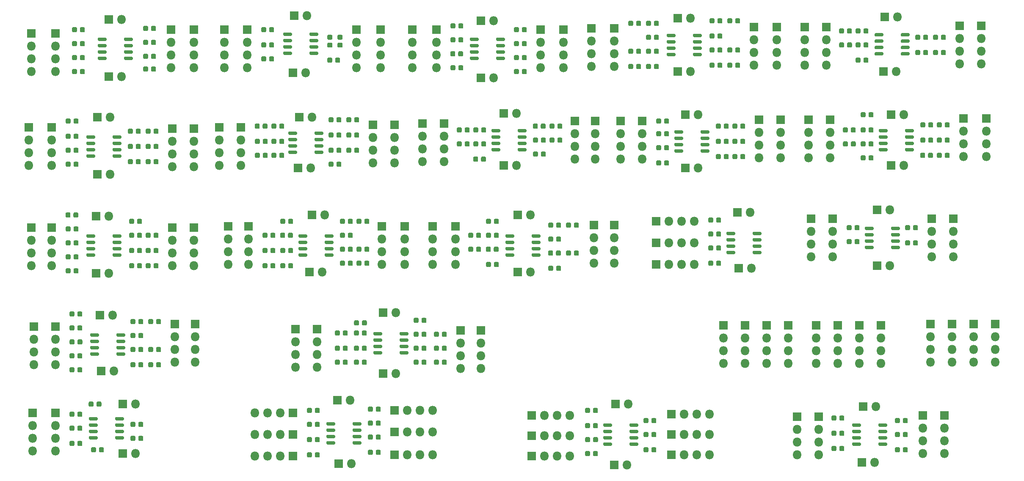
<source format=gbr>
%TF.GenerationSoftware,KiCad,Pcbnew,5.1.6-c6e7f7d~87~ubuntu18.04.1*%
%TF.CreationDate,2020-10-23T09:17:53+08:00*%
%TF.ProjectId,filter_dev_board_v1.0,66696c74-6572-45f6-9465-765f626f6172,rev?*%
%TF.SameCoordinates,Original*%
%TF.FileFunction,Soldermask,Top*%
%TF.FilePolarity,Negative*%
%FSLAX46Y46*%
G04 Gerber Fmt 4.6, Leading zero omitted, Abs format (unit mm)*
G04 Created by KiCad (PCBNEW 5.1.6-c6e7f7d~87~ubuntu18.04.1) date 2020-10-23 09:17:53*
%MOMM*%
%LPD*%
G01*
G04 APERTURE LIST*
%ADD10R,1.800000X1.800000*%
%ADD11O,1.800000X1.800000*%
G04 APERTURE END LIST*
D10*
%TO.C,J131*%
X173482000Y-133096000D03*
D11*
X173482000Y-135636000D03*
X173482000Y-138176000D03*
X173482000Y-140716000D03*
%TD*%
D10*
%TO.C,J130*%
X164846000Y-133096000D03*
D11*
X164846000Y-135636000D03*
X164846000Y-138176000D03*
X164846000Y-140716000D03*
%TD*%
D10*
%TO.C,J129*%
X160528000Y-133096000D03*
D11*
X160528000Y-135636000D03*
X160528000Y-138176000D03*
X160528000Y-140716000D03*
%TD*%
D10*
%TO.C,J128*%
X169164000Y-133096000D03*
D11*
X169164000Y-135636000D03*
X169164000Y-138176000D03*
X169164000Y-140716000D03*
%TD*%
D10*
%TO.C,J131*%
X192024000Y-133096000D03*
D11*
X192024000Y-135636000D03*
X192024000Y-138176000D03*
X192024000Y-140716000D03*
%TD*%
D10*
%TO.C,J130*%
X183388000Y-133096000D03*
D11*
X183388000Y-135636000D03*
X183388000Y-138176000D03*
X183388000Y-140716000D03*
%TD*%
D10*
%TO.C,J129*%
X179070000Y-133096000D03*
D11*
X179070000Y-135636000D03*
X179070000Y-138176000D03*
X179070000Y-140716000D03*
%TD*%
D10*
%TO.C,J128*%
X187706000Y-133096000D03*
D11*
X187706000Y-135636000D03*
X187706000Y-138176000D03*
X187706000Y-140716000D03*
%TD*%
%TO.C,J131*%
X214884000Y-140462000D03*
X214884000Y-137922000D03*
X214884000Y-135382000D03*
D10*
X214884000Y-132842000D03*
%TD*%
D11*
%TO.C,J130*%
X206248000Y-140462000D03*
X206248000Y-137922000D03*
X206248000Y-135382000D03*
D10*
X206248000Y-132842000D03*
%TD*%
D11*
%TO.C,J129*%
X201930000Y-140462000D03*
X201930000Y-137922000D03*
X201930000Y-135382000D03*
D10*
X201930000Y-132842000D03*
%TD*%
D11*
%TO.C,J128*%
X210566000Y-140462000D03*
X210566000Y-137922000D03*
X210566000Y-135382000D03*
D10*
X210566000Y-132842000D03*
%TD*%
%TO.C,C1*%
G36*
G01*
X30688000Y-138910750D02*
X30688000Y-139473250D01*
G75*
G02*
X30444250Y-139717000I-243750J0D01*
G01*
X29956750Y-139717000D01*
G75*
G02*
X29713000Y-139473250I0J243750D01*
G01*
X29713000Y-138910750D01*
G75*
G02*
X29956750Y-138667000I243750J0D01*
G01*
X30444250Y-138667000D01*
G75*
G02*
X30688000Y-138910750I0J-243750D01*
G01*
G37*
G36*
G01*
X32263000Y-138910750D02*
X32263000Y-139473250D01*
G75*
G02*
X32019250Y-139717000I-243750J0D01*
G01*
X31531750Y-139717000D01*
G75*
G02*
X31288000Y-139473250I0J243750D01*
G01*
X31288000Y-138910750D01*
G75*
G02*
X31531750Y-138667000I243750J0D01*
G01*
X32019250Y-138667000D01*
G75*
G02*
X32263000Y-138910750I0J-243750D01*
G01*
G37*
%TD*%
%TO.C,C2*%
G36*
G01*
X45461000Y-138203250D02*
X45461000Y-137640750D01*
G75*
G02*
X45704750Y-137397000I243750J0D01*
G01*
X46192250Y-137397000D01*
G75*
G02*
X46436000Y-137640750I0J-243750D01*
G01*
X46436000Y-138203250D01*
G75*
G02*
X46192250Y-138447000I-243750J0D01*
G01*
X45704750Y-138447000D01*
G75*
G02*
X45461000Y-138203250I0J243750D01*
G01*
G37*
G36*
G01*
X47036000Y-138203250D02*
X47036000Y-137640750D01*
G75*
G02*
X47279750Y-137397000I243750J0D01*
G01*
X47767250Y-137397000D01*
G75*
G02*
X48011000Y-137640750I0J-243750D01*
G01*
X48011000Y-138203250D01*
G75*
G02*
X47767250Y-138447000I-243750J0D01*
G01*
X47279750Y-138447000D01*
G75*
G02*
X47036000Y-138203250I0J243750D01*
G01*
G37*
%TD*%
%TO.C,C3*%
G36*
G01*
X44445000Y-79529250D02*
X44445000Y-78966750D01*
G75*
G02*
X44688750Y-78723000I243750J0D01*
G01*
X45176250Y-78723000D01*
G75*
G02*
X45420000Y-78966750I0J-243750D01*
G01*
X45420000Y-79529250D01*
G75*
G02*
X45176250Y-79773000I-243750J0D01*
G01*
X44688750Y-79773000D01*
G75*
G02*
X44445000Y-79529250I0J243750D01*
G01*
G37*
G36*
G01*
X46020000Y-79529250D02*
X46020000Y-78966750D01*
G75*
G02*
X46263750Y-78723000I243750J0D01*
G01*
X46751250Y-78723000D01*
G75*
G02*
X46995000Y-78966750I0J-243750D01*
G01*
X46995000Y-79529250D01*
G75*
G02*
X46751250Y-79773000I-243750J0D01*
G01*
X46263750Y-79773000D01*
G75*
G02*
X46020000Y-79529250I0J243750D01*
G01*
G37*
%TD*%
%TO.C,C4*%
G36*
G01*
X32288500Y-136116750D02*
X32288500Y-136679250D01*
G75*
G02*
X32044750Y-136923000I-243750J0D01*
G01*
X31557250Y-136923000D01*
G75*
G02*
X31313500Y-136679250I0J243750D01*
G01*
X31313500Y-136116750D01*
G75*
G02*
X31557250Y-135873000I243750J0D01*
G01*
X32044750Y-135873000D01*
G75*
G02*
X32288500Y-136116750I0J-243750D01*
G01*
G37*
G36*
G01*
X30713500Y-136116750D02*
X30713500Y-136679250D01*
G75*
G02*
X30469750Y-136923000I-243750J0D01*
G01*
X29982250Y-136923000D01*
G75*
G02*
X29738500Y-136679250I0J243750D01*
G01*
X29738500Y-136116750D01*
G75*
G02*
X29982250Y-135873000I243750J0D01*
G01*
X30469750Y-135873000D01*
G75*
G02*
X30713500Y-136116750I0J-243750D01*
G01*
G37*
%TD*%
%TO.C,C5*%
G36*
G01*
X43480000Y-138203250D02*
X43480000Y-137640750D01*
G75*
G02*
X43723750Y-137397000I243750J0D01*
G01*
X44211250Y-137397000D01*
G75*
G02*
X44455000Y-137640750I0J-243750D01*
G01*
X44455000Y-138203250D01*
G75*
G02*
X44211250Y-138447000I-243750J0D01*
G01*
X43723750Y-138447000D01*
G75*
G02*
X43480000Y-138203250I0J243750D01*
G01*
G37*
G36*
G01*
X41905000Y-138203250D02*
X41905000Y-137640750D01*
G75*
G02*
X42148750Y-137397000I243750J0D01*
G01*
X42636250Y-137397000D01*
G75*
G02*
X42880000Y-137640750I0J-243750D01*
G01*
X42880000Y-138203250D01*
G75*
G02*
X42636250Y-138447000I-243750J0D01*
G01*
X42148750Y-138447000D01*
G75*
G02*
X41905000Y-138203250I0J243750D01*
G01*
G37*
%TD*%
%TO.C,C6*%
G36*
G01*
X31196000Y-79220750D02*
X31196000Y-79783250D01*
G75*
G02*
X30952250Y-80027000I-243750J0D01*
G01*
X30464750Y-80027000D01*
G75*
G02*
X30221000Y-79783250I0J243750D01*
G01*
X30221000Y-79220750D01*
G75*
G02*
X30464750Y-78977000I243750J0D01*
G01*
X30952250Y-78977000D01*
G75*
G02*
X31196000Y-79220750I0J-243750D01*
G01*
G37*
G36*
G01*
X32771000Y-79220750D02*
X32771000Y-79783250D01*
G75*
G02*
X32527250Y-80027000I-243750J0D01*
G01*
X32039750Y-80027000D01*
G75*
G02*
X31796000Y-79783250I0J243750D01*
G01*
X31796000Y-79220750D01*
G75*
G02*
X32039750Y-78977000I243750J0D01*
G01*
X32527250Y-78977000D01*
G75*
G02*
X32771000Y-79220750I0J-243750D01*
G01*
G37*
%TD*%
%TO.C,C7*%
G36*
G01*
X29926000Y-100556750D02*
X29926000Y-101119250D01*
G75*
G02*
X29682250Y-101363000I-243750J0D01*
G01*
X29194750Y-101363000D01*
G75*
G02*
X28951000Y-101119250I0J243750D01*
G01*
X28951000Y-100556750D01*
G75*
G02*
X29194750Y-100313000I243750J0D01*
G01*
X29682250Y-100313000D01*
G75*
G02*
X29926000Y-100556750I0J-243750D01*
G01*
G37*
G36*
G01*
X31501000Y-100556750D02*
X31501000Y-101119250D01*
G75*
G02*
X31257250Y-101363000I-243750J0D01*
G01*
X30769750Y-101363000D01*
G75*
G02*
X30526000Y-101119250I0J243750D01*
G01*
X30526000Y-100556750D01*
G75*
G02*
X30769750Y-100313000I243750J0D01*
G01*
X31257250Y-100313000D01*
G75*
G02*
X31501000Y-100556750I0J-243750D01*
G01*
G37*
%TD*%
%TO.C,C8*%
G36*
G01*
X46528000Y-100611250D02*
X46528000Y-100048750D01*
G75*
G02*
X46771750Y-99805000I243750J0D01*
G01*
X47259250Y-99805000D01*
G75*
G02*
X47503000Y-100048750I0J-243750D01*
G01*
X47503000Y-100611250D01*
G75*
G02*
X47259250Y-100855000I-243750J0D01*
G01*
X46771750Y-100855000D01*
G75*
G02*
X46528000Y-100611250I0J243750D01*
G01*
G37*
G36*
G01*
X44953000Y-100611250D02*
X44953000Y-100048750D01*
G75*
G02*
X45196750Y-99805000I243750J0D01*
G01*
X45684250Y-99805000D01*
G75*
G02*
X45928000Y-100048750I0J-243750D01*
G01*
X45928000Y-100611250D01*
G75*
G02*
X45684250Y-100855000I-243750J0D01*
G01*
X45196750Y-100855000D01*
G75*
G02*
X44953000Y-100611250I0J243750D01*
G01*
G37*
%TD*%
%TO.C,C9*%
G36*
G01*
X28951000Y-119661250D02*
X28951000Y-119098750D01*
G75*
G02*
X29194750Y-118855000I243750J0D01*
G01*
X29682250Y-118855000D01*
G75*
G02*
X29926000Y-119098750I0J-243750D01*
G01*
X29926000Y-119661250D01*
G75*
G02*
X29682250Y-119905000I-243750J0D01*
G01*
X29194750Y-119905000D01*
G75*
G02*
X28951000Y-119661250I0J243750D01*
G01*
G37*
G36*
G01*
X30526000Y-119661250D02*
X30526000Y-119098750D01*
G75*
G02*
X30769750Y-118855000I243750J0D01*
G01*
X31257250Y-118855000D01*
G75*
G02*
X31501000Y-119098750I0J-243750D01*
G01*
X31501000Y-119661250D01*
G75*
G02*
X31257250Y-119905000I-243750J0D01*
G01*
X30769750Y-119905000D01*
G75*
G02*
X30526000Y-119661250I0J243750D01*
G01*
G37*
%TD*%
%TO.C,C10*%
G36*
G01*
X44201000Y-117828750D02*
X44201000Y-118391250D01*
G75*
G02*
X43957250Y-118635000I-243750J0D01*
G01*
X43469750Y-118635000D01*
G75*
G02*
X43226000Y-118391250I0J243750D01*
G01*
X43226000Y-117828750D01*
G75*
G02*
X43469750Y-117585000I243750J0D01*
G01*
X43957250Y-117585000D01*
G75*
G02*
X44201000Y-117828750I0J-243750D01*
G01*
G37*
G36*
G01*
X42626000Y-117828750D02*
X42626000Y-118391250D01*
G75*
G02*
X42382250Y-118635000I-243750J0D01*
G01*
X41894750Y-118635000D01*
G75*
G02*
X41651000Y-118391250I0J243750D01*
G01*
X41651000Y-117828750D01*
G75*
G02*
X41894750Y-117585000I243750J0D01*
G01*
X42382250Y-117585000D01*
G75*
G02*
X42626000Y-117828750I0J-243750D01*
G01*
G37*
%TD*%
%TO.C,C11*%
G36*
G01*
X31501000Y-91920750D02*
X31501000Y-92483250D01*
G75*
G02*
X31257250Y-92727000I-243750J0D01*
G01*
X30769750Y-92727000D01*
G75*
G02*
X30526000Y-92483250I0J243750D01*
G01*
X30526000Y-91920750D01*
G75*
G02*
X30769750Y-91677000I243750J0D01*
G01*
X31257250Y-91677000D01*
G75*
G02*
X31501000Y-91920750I0J-243750D01*
G01*
G37*
G36*
G01*
X29926000Y-91920750D02*
X29926000Y-92483250D01*
G75*
G02*
X29682250Y-92727000I-243750J0D01*
G01*
X29194750Y-92727000D01*
G75*
G02*
X28951000Y-92483250I0J243750D01*
G01*
X28951000Y-91920750D01*
G75*
G02*
X29194750Y-91677000I243750J0D01*
G01*
X29682250Y-91677000D01*
G75*
G02*
X29926000Y-91920750I0J-243750D01*
G01*
G37*
%TD*%
%TO.C,C12*%
G36*
G01*
X41397000Y-97563250D02*
X41397000Y-97000750D01*
G75*
G02*
X41640750Y-96757000I243750J0D01*
G01*
X42128250Y-96757000D01*
G75*
G02*
X42372000Y-97000750I0J-243750D01*
G01*
X42372000Y-97563250D01*
G75*
G02*
X42128250Y-97807000I-243750J0D01*
G01*
X41640750Y-97807000D01*
G75*
G02*
X41397000Y-97563250I0J243750D01*
G01*
G37*
G36*
G01*
X42972000Y-97563250D02*
X42972000Y-97000750D01*
G75*
G02*
X43215750Y-96757000I243750J0D01*
G01*
X43703250Y-96757000D01*
G75*
G02*
X43947000Y-97000750I0J-243750D01*
G01*
X43947000Y-97563250D01*
G75*
G02*
X43703250Y-97807000I-243750J0D01*
G01*
X43215750Y-97807000D01*
G75*
G02*
X42972000Y-97563250I0J243750D01*
G01*
G37*
%TD*%
%TO.C,C13*%
G36*
G01*
X29926000Y-113510750D02*
X29926000Y-114073250D01*
G75*
G02*
X29682250Y-114317000I-243750J0D01*
G01*
X29194750Y-114317000D01*
G75*
G02*
X28951000Y-114073250I0J243750D01*
G01*
X28951000Y-113510750D01*
G75*
G02*
X29194750Y-113267000I243750J0D01*
G01*
X29682250Y-113267000D01*
G75*
G02*
X29926000Y-113510750I0J-243750D01*
G01*
G37*
G36*
G01*
X31501000Y-113510750D02*
X31501000Y-114073250D01*
G75*
G02*
X31257250Y-114317000I-243750J0D01*
G01*
X30769750Y-114317000D01*
G75*
G02*
X30526000Y-114073250I0J243750D01*
G01*
X30526000Y-113510750D01*
G75*
G02*
X30769750Y-113267000I243750J0D01*
G01*
X31257250Y-113267000D01*
G75*
G02*
X31501000Y-113510750I0J-243750D01*
G01*
G37*
%TD*%
%TO.C,C14*%
G36*
G01*
X45928000Y-114780750D02*
X45928000Y-115343250D01*
G75*
G02*
X45684250Y-115587000I-243750J0D01*
G01*
X45196750Y-115587000D01*
G75*
G02*
X44953000Y-115343250I0J243750D01*
G01*
X44953000Y-114780750D01*
G75*
G02*
X45196750Y-114537000I243750J0D01*
G01*
X45684250Y-114537000D01*
G75*
G02*
X45928000Y-114780750I0J-243750D01*
G01*
G37*
G36*
G01*
X47503000Y-114780750D02*
X47503000Y-115343250D01*
G75*
G02*
X47259250Y-115587000I-243750J0D01*
G01*
X46771750Y-115587000D01*
G75*
G02*
X46528000Y-115343250I0J243750D01*
G01*
X46528000Y-114780750D01*
G75*
G02*
X46771750Y-114537000I243750J0D01*
G01*
X47259250Y-114537000D01*
G75*
G02*
X47503000Y-114780750I0J-243750D01*
G01*
G37*
%TD*%
%TO.C,C15*%
G36*
G01*
X82799000Y-137949250D02*
X82799000Y-137386750D01*
G75*
G02*
X83042750Y-137143000I243750J0D01*
G01*
X83530250Y-137143000D01*
G75*
G02*
X83774000Y-137386750I0J-243750D01*
G01*
X83774000Y-137949250D01*
G75*
G02*
X83530250Y-138193000I-243750J0D01*
G01*
X83042750Y-138193000D01*
G75*
G02*
X82799000Y-137949250I0J243750D01*
G01*
G37*
G36*
G01*
X84374000Y-137949250D02*
X84374000Y-137386750D01*
G75*
G02*
X84617750Y-137143000I243750J0D01*
G01*
X85105250Y-137143000D01*
G75*
G02*
X85349000Y-137386750I0J-243750D01*
G01*
X85349000Y-137949250D01*
G75*
G02*
X85105250Y-138193000I-243750J0D01*
G01*
X84617750Y-138193000D01*
G75*
G02*
X84374000Y-137949250I0J243750D01*
G01*
G37*
%TD*%
%TO.C,C16*%
G36*
G01*
X86609000Y-134901250D02*
X86609000Y-134338750D01*
G75*
G02*
X86852750Y-134095000I243750J0D01*
G01*
X87340250Y-134095000D01*
G75*
G02*
X87584000Y-134338750I0J-243750D01*
G01*
X87584000Y-134901250D01*
G75*
G02*
X87340250Y-135145000I-243750J0D01*
G01*
X86852750Y-135145000D01*
G75*
G02*
X86609000Y-134901250I0J243750D01*
G01*
G37*
G36*
G01*
X88184000Y-134901250D02*
X88184000Y-134338750D01*
G75*
G02*
X88427750Y-134095000I243750J0D01*
G01*
X88915250Y-134095000D01*
G75*
G02*
X89159000Y-134338750I0J-243750D01*
G01*
X89159000Y-134901250D01*
G75*
G02*
X88915250Y-135145000I-243750J0D01*
G01*
X88427750Y-135145000D01*
G75*
G02*
X88184000Y-134901250I0J243750D01*
G01*
G37*
%TD*%
%TO.C,C17*%
G36*
G01*
X73452000Y-118391250D02*
X73452000Y-117828750D01*
G75*
G02*
X73695750Y-117585000I243750J0D01*
G01*
X74183250Y-117585000D01*
G75*
G02*
X74427000Y-117828750I0J-243750D01*
G01*
X74427000Y-118391250D01*
G75*
G02*
X74183250Y-118635000I-243750J0D01*
G01*
X73695750Y-118635000D01*
G75*
G02*
X73452000Y-118391250I0J243750D01*
G01*
G37*
G36*
G01*
X71877000Y-118391250D02*
X71877000Y-117828750D01*
G75*
G02*
X72120750Y-117585000I243750J0D01*
G01*
X72608250Y-117585000D01*
G75*
G02*
X72852000Y-117828750I0J-243750D01*
G01*
X72852000Y-118391250D01*
G75*
G02*
X72608250Y-118635000I-243750J0D01*
G01*
X72120750Y-118635000D01*
G75*
G02*
X71877000Y-118391250I0J243750D01*
G01*
G37*
%TD*%
%TO.C,C18*%
G36*
G01*
X71674000Y-99341250D02*
X71674000Y-98778750D01*
G75*
G02*
X71917750Y-98535000I243750J0D01*
G01*
X72405250Y-98535000D01*
G75*
G02*
X72649000Y-98778750I0J-243750D01*
G01*
X72649000Y-99341250D01*
G75*
G02*
X72405250Y-99585000I-243750J0D01*
G01*
X71917750Y-99585000D01*
G75*
G02*
X71674000Y-99341250I0J243750D01*
G01*
G37*
G36*
G01*
X70099000Y-99341250D02*
X70099000Y-98778750D01*
G75*
G02*
X70342750Y-98535000I243750J0D01*
G01*
X70830250Y-98535000D01*
G75*
G02*
X71074000Y-98778750I0J-243750D01*
G01*
X71074000Y-99341250D01*
G75*
G02*
X70830250Y-99585000I-243750J0D01*
G01*
X70342750Y-99585000D01*
G75*
G02*
X70099000Y-99341250I0J243750D01*
G01*
G37*
%TD*%
%TO.C,C19*%
G36*
G01*
X83104000Y-101119250D02*
X83104000Y-100556750D01*
G75*
G02*
X83347750Y-100313000I243750J0D01*
G01*
X83835250Y-100313000D01*
G75*
G02*
X84079000Y-100556750I0J-243750D01*
G01*
X84079000Y-101119250D01*
G75*
G02*
X83835250Y-101363000I-243750J0D01*
G01*
X83347750Y-101363000D01*
G75*
G02*
X83104000Y-101119250I0J243750D01*
G01*
G37*
G36*
G01*
X81529000Y-101119250D02*
X81529000Y-100556750D01*
G75*
G02*
X81772750Y-100313000I243750J0D01*
G01*
X82260250Y-100313000D01*
G75*
G02*
X82504000Y-100556750I0J-243750D01*
G01*
X82504000Y-101119250D01*
G75*
G02*
X82260250Y-101363000I-243750J0D01*
G01*
X81772750Y-101363000D01*
G75*
G02*
X81529000Y-101119250I0J243750D01*
G01*
G37*
%TD*%
%TO.C,C20*%
G36*
G01*
X69642000Y-77243250D02*
X69642000Y-76680750D01*
G75*
G02*
X69885750Y-76437000I243750J0D01*
G01*
X70373250Y-76437000D01*
G75*
G02*
X70617000Y-76680750I0J-243750D01*
G01*
X70617000Y-77243250D01*
G75*
G02*
X70373250Y-77487000I-243750J0D01*
G01*
X69885750Y-77487000D01*
G75*
G02*
X69642000Y-77243250I0J243750D01*
G01*
G37*
G36*
G01*
X68067000Y-77243250D02*
X68067000Y-76680750D01*
G75*
G02*
X68310750Y-76437000I243750J0D01*
G01*
X68798250Y-76437000D01*
G75*
G02*
X69042000Y-76680750I0J-243750D01*
G01*
X69042000Y-77243250D01*
G75*
G02*
X68798250Y-77487000I-243750J0D01*
G01*
X68310750Y-77487000D01*
G75*
G02*
X68067000Y-77243250I0J243750D01*
G01*
G37*
%TD*%
%TO.C,C21*%
G36*
G01*
X82799000Y-134901250D02*
X82799000Y-134338750D01*
G75*
G02*
X83042750Y-134095000I243750J0D01*
G01*
X83530250Y-134095000D01*
G75*
G02*
X83774000Y-134338750I0J-243750D01*
G01*
X83774000Y-134901250D01*
G75*
G02*
X83530250Y-135145000I-243750J0D01*
G01*
X83042750Y-135145000D01*
G75*
G02*
X82799000Y-134901250I0J243750D01*
G01*
G37*
G36*
G01*
X84374000Y-134901250D02*
X84374000Y-134338750D01*
G75*
G02*
X84617750Y-134095000I243750J0D01*
G01*
X85105250Y-134095000D01*
G75*
G02*
X85349000Y-134338750I0J-243750D01*
G01*
X85349000Y-134901250D01*
G75*
G02*
X85105250Y-135145000I-243750J0D01*
G01*
X84617750Y-135145000D01*
G75*
G02*
X84374000Y-134901250I0J243750D01*
G01*
G37*
%TD*%
%TO.C,C22*%
G36*
G01*
X69321500Y-92936750D02*
X69321500Y-93499250D01*
G75*
G02*
X69077750Y-93743000I-243750J0D01*
G01*
X68590250Y-93743000D01*
G75*
G02*
X68346500Y-93499250I0J243750D01*
G01*
X68346500Y-92936750D01*
G75*
G02*
X68590250Y-92693000I243750J0D01*
G01*
X69077750Y-92693000D01*
G75*
G02*
X69321500Y-92936750I0J-243750D01*
G01*
G37*
G36*
G01*
X67746500Y-92936750D02*
X67746500Y-93499250D01*
G75*
G02*
X67502750Y-93743000I-243750J0D01*
G01*
X67015250Y-93743000D01*
G75*
G02*
X66771500Y-93499250I0J243750D01*
G01*
X66771500Y-92936750D01*
G75*
G02*
X67015250Y-92693000I243750J0D01*
G01*
X67502750Y-92693000D01*
G75*
G02*
X67746500Y-92936750I0J-243750D01*
G01*
G37*
%TD*%
%TO.C,C23*%
G36*
G01*
X85085000Y-92229250D02*
X85085000Y-91666750D01*
G75*
G02*
X85328750Y-91423000I243750J0D01*
G01*
X85816250Y-91423000D01*
G75*
G02*
X86060000Y-91666750I0J-243750D01*
G01*
X86060000Y-92229250D01*
G75*
G02*
X85816250Y-92473000I-243750J0D01*
G01*
X85328750Y-92473000D01*
G75*
G02*
X85085000Y-92229250I0J243750D01*
G01*
G37*
G36*
G01*
X86660000Y-92229250D02*
X86660000Y-91666750D01*
G75*
G02*
X86903750Y-91423000I243750J0D01*
G01*
X87391250Y-91423000D01*
G75*
G02*
X87635000Y-91666750I0J-243750D01*
G01*
X87635000Y-92229250D01*
G75*
G02*
X87391250Y-92473000I-243750J0D01*
G01*
X86903750Y-92473000D01*
G75*
G02*
X86660000Y-92229250I0J243750D01*
G01*
G37*
%TD*%
%TO.C,C24*%
G36*
G01*
X85085000Y-95277250D02*
X85085000Y-94714750D01*
G75*
G02*
X85328750Y-94471000I243750J0D01*
G01*
X85816250Y-94471000D01*
G75*
G02*
X86060000Y-94714750I0J-243750D01*
G01*
X86060000Y-95277250D01*
G75*
G02*
X85816250Y-95521000I-243750J0D01*
G01*
X85328750Y-95521000D01*
G75*
G02*
X85085000Y-95277250I0J243750D01*
G01*
G37*
G36*
G01*
X86660000Y-95277250D02*
X86660000Y-94714750D01*
G75*
G02*
X86903750Y-94471000I243750J0D01*
G01*
X87391250Y-94471000D01*
G75*
G02*
X87635000Y-94714750I0J-243750D01*
G01*
X87635000Y-95277250D01*
G75*
G02*
X87391250Y-95521000I-243750J0D01*
G01*
X86903750Y-95521000D01*
G75*
G02*
X86660000Y-95277250I0J243750D01*
G01*
G37*
%TD*%
%TO.C,C25*%
G36*
G01*
X81506750Y-74925000D02*
X82069250Y-74925000D01*
G75*
G02*
X82313000Y-75168750I0J-243750D01*
G01*
X82313000Y-75656250D01*
G75*
G02*
X82069250Y-75900000I-243750J0D01*
G01*
X81506750Y-75900000D01*
G75*
G02*
X81263000Y-75656250I0J243750D01*
G01*
X81263000Y-75168750D01*
G75*
G02*
X81506750Y-74925000I243750J0D01*
G01*
G37*
G36*
G01*
X81506750Y-76500000D02*
X82069250Y-76500000D01*
G75*
G02*
X82313000Y-76743750I0J-243750D01*
G01*
X82313000Y-77231250D01*
G75*
G02*
X82069250Y-77475000I-243750J0D01*
G01*
X81506750Y-77475000D01*
G75*
G02*
X81263000Y-77231250I0J243750D01*
G01*
X81263000Y-76743750D01*
G75*
G02*
X81506750Y-76500000I243750J0D01*
G01*
G37*
%TD*%
%TO.C,C26*%
G36*
G01*
X71877000Y-112549250D02*
X71877000Y-111986750D01*
G75*
G02*
X72120750Y-111743000I243750J0D01*
G01*
X72608250Y-111743000D01*
G75*
G02*
X72852000Y-111986750I0J-243750D01*
G01*
X72852000Y-112549250D01*
G75*
G02*
X72608250Y-112793000I-243750J0D01*
G01*
X72120750Y-112793000D01*
G75*
G02*
X71877000Y-112549250I0J243750D01*
G01*
G37*
G36*
G01*
X73452000Y-112549250D02*
X73452000Y-111986750D01*
G75*
G02*
X73695750Y-111743000I243750J0D01*
G01*
X74183250Y-111743000D01*
G75*
G02*
X74427000Y-111986750I0J-243750D01*
G01*
X74427000Y-112549250D01*
G75*
G02*
X74183250Y-112793000I-243750J0D01*
G01*
X73695750Y-112793000D01*
G75*
G02*
X73452000Y-112549250I0J243750D01*
G01*
G37*
%TD*%
%TO.C,C27*%
G36*
G01*
X103586000Y-137386750D02*
X103586000Y-137949250D01*
G75*
G02*
X103342250Y-138193000I-243750J0D01*
G01*
X102854750Y-138193000D01*
G75*
G02*
X102611000Y-137949250I0J243750D01*
G01*
X102611000Y-137386750D01*
G75*
G02*
X102854750Y-137143000I243750J0D01*
G01*
X103342250Y-137143000D01*
G75*
G02*
X103586000Y-137386750I0J-243750D01*
G01*
G37*
G36*
G01*
X105161000Y-137386750D02*
X105161000Y-137949250D01*
G75*
G02*
X104917250Y-138193000I-243750J0D01*
G01*
X104429750Y-138193000D01*
G75*
G02*
X104186000Y-137949250I0J243750D01*
G01*
X104186000Y-137386750D01*
G75*
G02*
X104429750Y-137143000I243750J0D01*
G01*
X104917250Y-137143000D01*
G75*
G02*
X105161000Y-137386750I0J-243750D01*
G01*
G37*
%TD*%
%TO.C,C28*%
G36*
G01*
X122423000Y-99087250D02*
X122423000Y-98524750D01*
G75*
G02*
X122666750Y-98281000I243750J0D01*
G01*
X123154250Y-98281000D01*
G75*
G02*
X123398000Y-98524750I0J-243750D01*
G01*
X123398000Y-99087250D01*
G75*
G02*
X123154250Y-99331000I-243750J0D01*
G01*
X122666750Y-99331000D01*
G75*
G02*
X122423000Y-99087250I0J243750D01*
G01*
G37*
G36*
G01*
X123998000Y-99087250D02*
X123998000Y-98524750D01*
G75*
G02*
X124241750Y-98281000I243750J0D01*
G01*
X124729250Y-98281000D01*
G75*
G02*
X124973000Y-98524750I0J-243750D01*
G01*
X124973000Y-99087250D01*
G75*
G02*
X124729250Y-99331000I-243750J0D01*
G01*
X124241750Y-99331000D01*
G75*
G02*
X123998000Y-99087250I0J243750D01*
G01*
G37*
%TD*%
%TO.C,C29*%
G36*
G01*
X101097000Y-134592750D02*
X101097000Y-135155250D01*
G75*
G02*
X100853250Y-135399000I-243750J0D01*
G01*
X100365750Y-135399000D01*
G75*
G02*
X100122000Y-135155250I0J243750D01*
G01*
X100122000Y-134592750D01*
G75*
G02*
X100365750Y-134349000I243750J0D01*
G01*
X100853250Y-134349000D01*
G75*
G02*
X101097000Y-134592750I0J-243750D01*
G01*
G37*
G36*
G01*
X99522000Y-134592750D02*
X99522000Y-135155250D01*
G75*
G02*
X99278250Y-135399000I-243750J0D01*
G01*
X98790750Y-135399000D01*
G75*
G02*
X98547000Y-135155250I0J243750D01*
G01*
X98547000Y-134592750D01*
G75*
G02*
X98790750Y-134349000I243750J0D01*
G01*
X99278250Y-134349000D01*
G75*
G02*
X99522000Y-134592750I0J-243750D01*
G01*
G37*
%TD*%
%TO.C,C30*%
G36*
G01*
X112034500Y-100103250D02*
X112034500Y-99540750D01*
G75*
G02*
X112278250Y-99297000I243750J0D01*
G01*
X112765750Y-99297000D01*
G75*
G02*
X113009500Y-99540750I0J-243750D01*
G01*
X113009500Y-100103250D01*
G75*
G02*
X112765750Y-100347000I-243750J0D01*
G01*
X112278250Y-100347000D01*
G75*
G02*
X112034500Y-100103250I0J243750D01*
G01*
G37*
G36*
G01*
X110459500Y-100103250D02*
X110459500Y-99540750D01*
G75*
G02*
X110703250Y-99297000I243750J0D01*
G01*
X111190750Y-99297000D01*
G75*
G02*
X111434500Y-99540750I0J-243750D01*
G01*
X111434500Y-100103250D01*
G75*
G02*
X111190750Y-100347000I-243750J0D01*
G01*
X110703250Y-100347000D01*
G75*
G02*
X110459500Y-100103250I0J243750D01*
G01*
G37*
%TD*%
%TO.C,C31*%
G36*
G01*
X84790000Y-117574750D02*
X84790000Y-118137250D01*
G75*
G02*
X84546250Y-118381000I-243750J0D01*
G01*
X84058750Y-118381000D01*
G75*
G02*
X83815000Y-118137250I0J243750D01*
G01*
X83815000Y-117574750D01*
G75*
G02*
X84058750Y-117331000I243750J0D01*
G01*
X84546250Y-117331000D01*
G75*
G02*
X84790000Y-117574750I0J-243750D01*
G01*
G37*
G36*
G01*
X86365000Y-117574750D02*
X86365000Y-118137250D01*
G75*
G02*
X86121250Y-118381000I-243750J0D01*
G01*
X85633750Y-118381000D01*
G75*
G02*
X85390000Y-118137250I0J243750D01*
G01*
X85390000Y-117574750D01*
G75*
G02*
X85633750Y-117331000I243750J0D01*
G01*
X86121250Y-117331000D01*
G75*
G02*
X86365000Y-117574750I0J-243750D01*
G01*
G37*
%TD*%
%TO.C,C32*%
G36*
G01*
X121163000Y-79220750D02*
X121163000Y-79783250D01*
G75*
G02*
X120919250Y-80027000I-243750J0D01*
G01*
X120431750Y-80027000D01*
G75*
G02*
X120188000Y-79783250I0J243750D01*
G01*
X120188000Y-79220750D01*
G75*
G02*
X120431750Y-78977000I243750J0D01*
G01*
X120919250Y-78977000D01*
G75*
G02*
X121163000Y-79220750I0J-243750D01*
G01*
G37*
G36*
G01*
X119588000Y-79220750D02*
X119588000Y-79783250D01*
G75*
G02*
X119344250Y-80027000I-243750J0D01*
G01*
X118856750Y-80027000D01*
G75*
G02*
X118613000Y-79783250I0J243750D01*
G01*
X118613000Y-79220750D01*
G75*
G02*
X118856750Y-78977000I243750J0D01*
G01*
X119344250Y-78977000D01*
G75*
G02*
X119588000Y-79220750I0J-243750D01*
G01*
G37*
%TD*%
%TO.C,C33*%
G36*
G01*
X123398000Y-95730750D02*
X123398000Y-96293250D01*
G75*
G02*
X123154250Y-96537000I-243750J0D01*
G01*
X122666750Y-96537000D01*
G75*
G02*
X122423000Y-96293250I0J243750D01*
G01*
X122423000Y-95730750D01*
G75*
G02*
X122666750Y-95487000I243750J0D01*
G01*
X123154250Y-95487000D01*
G75*
G02*
X123398000Y-95730750I0J-243750D01*
G01*
G37*
G36*
G01*
X124973000Y-95730750D02*
X124973000Y-96293250D01*
G75*
G02*
X124729250Y-96537000I-243750J0D01*
G01*
X124241750Y-96537000D01*
G75*
G02*
X123998000Y-96293250I0J243750D01*
G01*
X123998000Y-95730750D01*
G75*
G02*
X124241750Y-95487000I243750J0D01*
G01*
X124729250Y-95487000D01*
G75*
G02*
X124973000Y-95730750I0J-243750D01*
G01*
G37*
%TD*%
%TO.C,C34*%
G36*
G01*
X104186000Y-135155250D02*
X104186000Y-134592750D01*
G75*
G02*
X104429750Y-134349000I243750J0D01*
G01*
X104917250Y-134349000D01*
G75*
G02*
X105161000Y-134592750I0J-243750D01*
G01*
X105161000Y-135155250D01*
G75*
G02*
X104917250Y-135399000I-243750J0D01*
G01*
X104429750Y-135399000D01*
G75*
G02*
X104186000Y-135155250I0J243750D01*
G01*
G37*
G36*
G01*
X102611000Y-135155250D02*
X102611000Y-134592750D01*
G75*
G02*
X102854750Y-134349000I243750J0D01*
G01*
X103342250Y-134349000D01*
G75*
G02*
X103586000Y-134592750I0J-243750D01*
G01*
X103586000Y-135155250D01*
G75*
G02*
X103342250Y-135399000I-243750J0D01*
G01*
X102854750Y-135399000D01*
G75*
G02*
X102611000Y-135155250I0J243750D01*
G01*
G37*
%TD*%
%TO.C,C35*%
G36*
G01*
X106888000Y-81252750D02*
X106888000Y-81815250D01*
G75*
G02*
X106644250Y-82059000I-243750J0D01*
G01*
X106156750Y-82059000D01*
G75*
G02*
X105913000Y-81815250I0J243750D01*
G01*
X105913000Y-81252750D01*
G75*
G02*
X106156750Y-81009000I243750J0D01*
G01*
X106644250Y-81009000D01*
G75*
G02*
X106888000Y-81252750I0J-243750D01*
G01*
G37*
G36*
G01*
X108463000Y-81252750D02*
X108463000Y-81815250D01*
G75*
G02*
X108219250Y-82059000I-243750J0D01*
G01*
X107731750Y-82059000D01*
G75*
G02*
X107488000Y-81815250I0J243750D01*
G01*
X107488000Y-81252750D01*
G75*
G02*
X107731750Y-81009000I243750J0D01*
G01*
X108219250Y-81009000D01*
G75*
G02*
X108463000Y-81252750I0J-243750D01*
G01*
G37*
%TD*%
%TO.C,C36*%
G36*
G01*
X110485000Y-94261250D02*
X110485000Y-93698750D01*
G75*
G02*
X110728750Y-93455000I243750J0D01*
G01*
X111216250Y-93455000D01*
G75*
G02*
X111460000Y-93698750I0J-243750D01*
G01*
X111460000Y-94261250D01*
G75*
G02*
X111216250Y-94505000I-243750J0D01*
G01*
X110728750Y-94505000D01*
G75*
G02*
X110485000Y-94261250I0J243750D01*
G01*
G37*
G36*
G01*
X112060000Y-94261250D02*
X112060000Y-93698750D01*
G75*
G02*
X112303750Y-93455000I243750J0D01*
G01*
X112791250Y-93455000D01*
G75*
G02*
X113035000Y-93698750I0J-243750D01*
G01*
X113035000Y-94261250D01*
G75*
G02*
X112791250Y-94505000I-243750J0D01*
G01*
X112303750Y-94505000D01*
G75*
G02*
X112060000Y-94261250I0J243750D01*
G01*
G37*
%TD*%
%TO.C,C37*%
G36*
G01*
X125725000Y-93499250D02*
X125725000Y-92936750D01*
G75*
G02*
X125968750Y-92693000I243750J0D01*
G01*
X126456250Y-92693000D01*
G75*
G02*
X126700000Y-92936750I0J-243750D01*
G01*
X126700000Y-93499250D01*
G75*
G02*
X126456250Y-93743000I-243750J0D01*
G01*
X125968750Y-93743000D01*
G75*
G02*
X125725000Y-93499250I0J243750D01*
G01*
G37*
G36*
G01*
X127300000Y-93499250D02*
X127300000Y-92936750D01*
G75*
G02*
X127543750Y-92693000I243750J0D01*
G01*
X128031250Y-92693000D01*
G75*
G02*
X128275000Y-92936750I0J-243750D01*
G01*
X128275000Y-93499250D01*
G75*
G02*
X128031250Y-93743000I-243750J0D01*
G01*
X127543750Y-93743000D01*
G75*
G02*
X127300000Y-93499250I0J243750D01*
G01*
G37*
%TD*%
%TO.C,C38*%
G36*
G01*
X86365000Y-111986750D02*
X86365000Y-112549250D01*
G75*
G02*
X86121250Y-112793000I-243750J0D01*
G01*
X85633750Y-112793000D01*
G75*
G02*
X85390000Y-112549250I0J243750D01*
G01*
X85390000Y-111986750D01*
G75*
G02*
X85633750Y-111743000I243750J0D01*
G01*
X86121250Y-111743000D01*
G75*
G02*
X86365000Y-111986750I0J-243750D01*
G01*
G37*
G36*
G01*
X84790000Y-111986750D02*
X84790000Y-112549250D01*
G75*
G02*
X84546250Y-112793000I-243750J0D01*
G01*
X84058750Y-112793000D01*
G75*
G02*
X83815000Y-112549250I0J243750D01*
G01*
X83815000Y-111986750D01*
G75*
G02*
X84058750Y-111743000I243750J0D01*
G01*
X84546250Y-111743000D01*
G75*
G02*
X84790000Y-111986750I0J-243750D01*
G01*
G37*
%TD*%
%TO.C,C39*%
G36*
G01*
X129027000Y-118899250D02*
X129027000Y-118336750D01*
G75*
G02*
X129270750Y-118093000I243750J0D01*
G01*
X129758250Y-118093000D01*
G75*
G02*
X130002000Y-118336750I0J-243750D01*
G01*
X130002000Y-118899250D01*
G75*
G02*
X129758250Y-119143000I-243750J0D01*
G01*
X129270750Y-119143000D01*
G75*
G02*
X129027000Y-118899250I0J243750D01*
G01*
G37*
G36*
G01*
X130602000Y-118899250D02*
X130602000Y-118336750D01*
G75*
G02*
X130845750Y-118093000I243750J0D01*
G01*
X131333250Y-118093000D01*
G75*
G02*
X131577000Y-118336750I0J-243750D01*
G01*
X131577000Y-118899250D01*
G75*
G02*
X131333250Y-119143000I-243750J0D01*
G01*
X130845750Y-119143000D01*
G75*
G02*
X130602000Y-118899250I0J243750D01*
G01*
G37*
%TD*%
%TO.C,C40*%
G36*
G01*
X149611000Y-94460750D02*
X149611000Y-95023250D01*
G75*
G02*
X149367250Y-95267000I-243750J0D01*
G01*
X148879750Y-95267000D01*
G75*
G02*
X148636000Y-95023250I0J243750D01*
G01*
X148636000Y-94460750D01*
G75*
G02*
X148879750Y-94217000I243750J0D01*
G01*
X149367250Y-94217000D01*
G75*
G02*
X149611000Y-94460750I0J-243750D01*
G01*
G37*
G36*
G01*
X148036000Y-94460750D02*
X148036000Y-95023250D01*
G75*
G02*
X147792250Y-95267000I-243750J0D01*
G01*
X147304750Y-95267000D01*
G75*
G02*
X147061000Y-95023250I0J243750D01*
G01*
X147061000Y-94460750D01*
G75*
G02*
X147304750Y-94217000I243750J0D01*
G01*
X147792250Y-94217000D01*
G75*
G02*
X148036000Y-94460750I0J-243750D01*
G01*
G37*
%TD*%
%TO.C,C41*%
G36*
G01*
X163876000Y-99595250D02*
X163876000Y-99032750D01*
G75*
G02*
X164119750Y-98789000I243750J0D01*
G01*
X164607250Y-98789000D01*
G75*
G02*
X164851000Y-99032750I0J-243750D01*
G01*
X164851000Y-99595250D01*
G75*
G02*
X164607250Y-99839000I-243750J0D01*
G01*
X164119750Y-99839000D01*
G75*
G02*
X163876000Y-99595250I0J243750D01*
G01*
G37*
G36*
G01*
X162301000Y-99595250D02*
X162301000Y-99032750D01*
G75*
G02*
X162544750Y-98789000I243750J0D01*
G01*
X163032250Y-98789000D01*
G75*
G02*
X163276000Y-99032750I0J-243750D01*
G01*
X163276000Y-99595250D01*
G75*
G02*
X163032250Y-99839000I-243750J0D01*
G01*
X162544750Y-99839000D01*
G75*
G02*
X162301000Y-99595250I0J243750D01*
G01*
G37*
%TD*%
%TO.C,C42*%
G36*
G01*
X141473000Y-81561250D02*
X141473000Y-80998750D01*
G75*
G02*
X141716750Y-80755000I243750J0D01*
G01*
X142204250Y-80755000D01*
G75*
G02*
X142448000Y-80998750I0J-243750D01*
G01*
X142448000Y-81561250D01*
G75*
G02*
X142204250Y-81805000I-243750J0D01*
G01*
X141716750Y-81805000D01*
G75*
G02*
X141473000Y-81561250I0J243750D01*
G01*
G37*
G36*
G01*
X143048000Y-81561250D02*
X143048000Y-80998750D01*
G75*
G02*
X143291750Y-80755000I243750J0D01*
G01*
X143779250Y-80755000D01*
G75*
G02*
X144023000Y-80998750I0J-243750D01*
G01*
X144023000Y-81561250D01*
G75*
G02*
X143779250Y-81805000I-243750J0D01*
G01*
X143291750Y-81805000D01*
G75*
G02*
X143048000Y-81561250I0J243750D01*
G01*
G37*
%TD*%
%TO.C,C43*%
G36*
G01*
X163835000Y-80744750D02*
X163835000Y-81307250D01*
G75*
G02*
X163591250Y-81551000I-243750J0D01*
G01*
X163103750Y-81551000D01*
G75*
G02*
X162860000Y-81307250I0J243750D01*
G01*
X162860000Y-80744750D01*
G75*
G02*
X163103750Y-80501000I243750J0D01*
G01*
X163591250Y-80501000D01*
G75*
G02*
X163835000Y-80744750I0J-243750D01*
G01*
G37*
G36*
G01*
X162260000Y-80744750D02*
X162260000Y-81307250D01*
G75*
G02*
X162016250Y-81551000I-243750J0D01*
G01*
X161528750Y-81551000D01*
G75*
G02*
X161285000Y-81307250I0J243750D01*
G01*
X161285000Y-80744750D01*
G75*
G02*
X161528750Y-80501000I243750J0D01*
G01*
X162016250Y-80501000D01*
G75*
G02*
X162260000Y-80744750I0J-243750D01*
G01*
G37*
%TD*%
%TO.C,C44*%
G36*
G01*
X146004000Y-77950750D02*
X146004000Y-78513250D01*
G75*
G02*
X145760250Y-78757000I-243750J0D01*
G01*
X145272750Y-78757000D01*
G75*
G02*
X145029000Y-78513250I0J243750D01*
G01*
X145029000Y-77950750D01*
G75*
G02*
X145272750Y-77707000I243750J0D01*
G01*
X145760250Y-77707000D01*
G75*
G02*
X146004000Y-77950750I0J-243750D01*
G01*
G37*
G36*
G01*
X147579000Y-77950750D02*
X147579000Y-78513250D01*
G75*
G02*
X147335250Y-78757000I-243750J0D01*
G01*
X146847750Y-78757000D01*
G75*
G02*
X146604000Y-78513250I0J243750D01*
G01*
X146604000Y-77950750D01*
G75*
G02*
X146847750Y-77707000I243750J0D01*
G01*
X147335250Y-77707000D01*
G75*
G02*
X147579000Y-77950750I0J-243750D01*
G01*
G37*
%TD*%
%TO.C,C45*%
G36*
G01*
X159304000Y-78259250D02*
X159304000Y-77696750D01*
G75*
G02*
X159547750Y-77453000I243750J0D01*
G01*
X160035250Y-77453000D01*
G75*
G02*
X160279000Y-77696750I0J-243750D01*
G01*
X160279000Y-78259250D01*
G75*
G02*
X160035250Y-78503000I-243750J0D01*
G01*
X159547750Y-78503000D01*
G75*
G02*
X159304000Y-78259250I0J243750D01*
G01*
G37*
G36*
G01*
X157729000Y-78259250D02*
X157729000Y-77696750D01*
G75*
G02*
X157972750Y-77453000I243750J0D01*
G01*
X158460250Y-77453000D01*
G75*
G02*
X158704000Y-77696750I0J-243750D01*
G01*
X158704000Y-78259250D01*
G75*
G02*
X158460250Y-78503000I-243750J0D01*
G01*
X157972750Y-78503000D01*
G75*
G02*
X157729000Y-78259250I0J243750D01*
G01*
G37*
%TD*%
%TO.C,C46*%
G36*
G01*
X127020500Y-118899250D02*
X127020500Y-118336750D01*
G75*
G02*
X127264250Y-118093000I243750J0D01*
G01*
X127751750Y-118093000D01*
G75*
G02*
X127995500Y-118336750I0J-243750D01*
G01*
X127995500Y-118899250D01*
G75*
G02*
X127751750Y-119143000I-243750J0D01*
G01*
X127264250Y-119143000D01*
G75*
G02*
X127020500Y-118899250I0J243750D01*
G01*
G37*
G36*
G01*
X125445500Y-118899250D02*
X125445500Y-118336750D01*
G75*
G02*
X125689250Y-118093000I243750J0D01*
G01*
X126176750Y-118093000D01*
G75*
G02*
X126420500Y-118336750I0J-243750D01*
G01*
X126420500Y-118899250D01*
G75*
G02*
X126176750Y-119143000I-243750J0D01*
G01*
X125689250Y-119143000D01*
G75*
G02*
X125445500Y-118899250I0J243750D01*
G01*
G37*
%TD*%
%TO.C,C47*%
G36*
G01*
X148636000Y-97817250D02*
X148636000Y-97254750D01*
G75*
G02*
X148879750Y-97011000I243750J0D01*
G01*
X149367250Y-97011000D01*
G75*
G02*
X149611000Y-97254750I0J-243750D01*
G01*
X149611000Y-97817250D01*
G75*
G02*
X149367250Y-98061000I-243750J0D01*
G01*
X148879750Y-98061000D01*
G75*
G02*
X148636000Y-97817250I0J243750D01*
G01*
G37*
G36*
G01*
X147061000Y-97817250D02*
X147061000Y-97254750D01*
G75*
G02*
X147304750Y-97011000I243750J0D01*
G01*
X147792250Y-97011000D01*
G75*
G02*
X148036000Y-97254750I0J-243750D01*
G01*
X148036000Y-97817250D01*
G75*
G02*
X147792250Y-98061000I-243750J0D01*
G01*
X147304750Y-98061000D01*
G75*
G02*
X147061000Y-97817250I0J243750D01*
G01*
G37*
%TD*%
%TO.C,C48*%
G36*
G01*
X162301000Y-96547250D02*
X162301000Y-95984750D01*
G75*
G02*
X162544750Y-95741000I243750J0D01*
G01*
X163032250Y-95741000D01*
G75*
G02*
X163276000Y-95984750I0J-243750D01*
G01*
X163276000Y-96547250D01*
G75*
G02*
X163032250Y-96791000I-243750J0D01*
G01*
X162544750Y-96791000D01*
G75*
G02*
X162301000Y-96547250I0J243750D01*
G01*
G37*
G36*
G01*
X163876000Y-96547250D02*
X163876000Y-95984750D01*
G75*
G02*
X164119750Y-95741000I243750J0D01*
G01*
X164607250Y-95741000D01*
G75*
G02*
X164851000Y-95984750I0J-243750D01*
G01*
X164851000Y-96547250D01*
G75*
G02*
X164607250Y-96791000I-243750J0D01*
G01*
X164119750Y-96791000D01*
G75*
G02*
X163876000Y-96547250I0J243750D01*
G01*
G37*
%TD*%
%TO.C,C49*%
G36*
G01*
X114000000Y-120622750D02*
X114000000Y-121185250D01*
G75*
G02*
X113756250Y-121429000I-243750J0D01*
G01*
X113268750Y-121429000D01*
G75*
G02*
X113025000Y-121185250I0J243750D01*
G01*
X113025000Y-120622750D01*
G75*
G02*
X113268750Y-120379000I243750J0D01*
G01*
X113756250Y-120379000D01*
G75*
G02*
X114000000Y-120622750I0J-243750D01*
G01*
G37*
G36*
G01*
X115575000Y-120622750D02*
X115575000Y-121185250D01*
G75*
G02*
X115331250Y-121429000I-243750J0D01*
G01*
X114843750Y-121429000D01*
G75*
G02*
X114600000Y-121185250I0J243750D01*
G01*
X114600000Y-120622750D01*
G75*
G02*
X114843750Y-120379000I243750J0D01*
G01*
X115331250Y-120379000D01*
G75*
G02*
X115575000Y-120622750I0J-243750D01*
G01*
G37*
%TD*%
%TO.C,C50*%
G36*
G01*
X112019000Y-114780750D02*
X112019000Y-115343250D01*
G75*
G02*
X111775250Y-115587000I-243750J0D01*
G01*
X111287750Y-115587000D01*
G75*
G02*
X111044000Y-115343250I0J243750D01*
G01*
X111044000Y-114780750D01*
G75*
G02*
X111287750Y-114537000I243750J0D01*
G01*
X111775250Y-114537000D01*
G75*
G02*
X112019000Y-114780750I0J-243750D01*
G01*
G37*
G36*
G01*
X110444000Y-114780750D02*
X110444000Y-115343250D01*
G75*
G02*
X110200250Y-115587000I-243750J0D01*
G01*
X109712750Y-115587000D01*
G75*
G02*
X109469000Y-115343250I0J243750D01*
G01*
X109469000Y-114780750D01*
G75*
G02*
X109712750Y-114537000I243750J0D01*
G01*
X110200250Y-114537000D01*
G75*
G02*
X110444000Y-114780750I0J-243750D01*
G01*
G37*
%TD*%
%TO.C,C51*%
G36*
G01*
X185399500Y-96492750D02*
X185399500Y-97055250D01*
G75*
G02*
X185155750Y-97299000I-243750J0D01*
G01*
X184668250Y-97299000D01*
G75*
G02*
X184424500Y-97055250I0J243750D01*
G01*
X184424500Y-96492750D01*
G75*
G02*
X184668250Y-96249000I243750J0D01*
G01*
X185155750Y-96249000D01*
G75*
G02*
X185399500Y-96492750I0J-243750D01*
G01*
G37*
G36*
G01*
X186974500Y-96492750D02*
X186974500Y-97055250D01*
G75*
G02*
X186730750Y-97299000I-243750J0D01*
G01*
X186243250Y-97299000D01*
G75*
G02*
X185999500Y-97055250I0J243750D01*
G01*
X185999500Y-96492750D01*
G75*
G02*
X186243250Y-96249000I243750J0D01*
G01*
X186730750Y-96249000D01*
G75*
G02*
X186974500Y-96492750I0J-243750D01*
G01*
G37*
%TD*%
%TO.C,C52*%
G36*
G01*
X204770000Y-96293250D02*
X204770000Y-95730750D01*
G75*
G02*
X205013750Y-95487000I243750J0D01*
G01*
X205501250Y-95487000D01*
G75*
G02*
X205745000Y-95730750I0J-243750D01*
G01*
X205745000Y-96293250D01*
G75*
G02*
X205501250Y-96537000I-243750J0D01*
G01*
X205013750Y-96537000D01*
G75*
G02*
X204770000Y-96293250I0J243750D01*
G01*
G37*
G36*
G01*
X203195000Y-96293250D02*
X203195000Y-95730750D01*
G75*
G02*
X203438750Y-95487000I243750J0D01*
G01*
X203926250Y-95487000D01*
G75*
G02*
X204170000Y-95730750I0J-243750D01*
G01*
X204170000Y-96293250D01*
G75*
G02*
X203926250Y-96537000I-243750J0D01*
G01*
X203438750Y-96537000D01*
G75*
G02*
X203195000Y-96293250I0J243750D01*
G01*
G37*
%TD*%
%TO.C,C53*%
G36*
G01*
X187914000Y-76680750D02*
X187914000Y-77243250D01*
G75*
G02*
X187670250Y-77487000I-243750J0D01*
G01*
X187182750Y-77487000D01*
G75*
G02*
X186939000Y-77243250I0J243750D01*
G01*
X186939000Y-76680750D01*
G75*
G02*
X187182750Y-76437000I243750J0D01*
G01*
X187670250Y-76437000D01*
G75*
G02*
X187914000Y-76680750I0J-243750D01*
G01*
G37*
G36*
G01*
X189489000Y-76680750D02*
X189489000Y-77243250D01*
G75*
G02*
X189245250Y-77487000I-243750J0D01*
G01*
X188757750Y-77487000D01*
G75*
G02*
X188514000Y-77243250I0J243750D01*
G01*
X188514000Y-76680750D01*
G75*
G02*
X188757750Y-76437000I243750J0D01*
G01*
X189245250Y-76437000D01*
G75*
G02*
X189489000Y-76680750I0J-243750D01*
G01*
G37*
%TD*%
%TO.C,C54*%
G36*
G01*
X200452000Y-78767250D02*
X200452000Y-78204750D01*
G75*
G02*
X200695750Y-77961000I243750J0D01*
G01*
X201183250Y-77961000D01*
G75*
G02*
X201427000Y-78204750I0J-243750D01*
G01*
X201427000Y-78767250D01*
G75*
G02*
X201183250Y-79011000I-243750J0D01*
G01*
X200695750Y-79011000D01*
G75*
G02*
X200452000Y-78767250I0J243750D01*
G01*
G37*
G36*
G01*
X198877000Y-78767250D02*
X198877000Y-78204750D01*
G75*
G02*
X199120750Y-77961000I243750J0D01*
G01*
X199608250Y-77961000D01*
G75*
G02*
X199852000Y-78204750I0J-243750D01*
G01*
X199852000Y-78767250D01*
G75*
G02*
X199608250Y-79011000I-243750J0D01*
G01*
X199120750Y-79011000D01*
G75*
G02*
X198877000Y-78767250I0J243750D01*
G01*
G37*
%TD*%
%TO.C,C55*%
G36*
G01*
X188930000Y-96492750D02*
X188930000Y-97055250D01*
G75*
G02*
X188686250Y-97299000I-243750J0D01*
G01*
X188198750Y-97299000D01*
G75*
G02*
X187955000Y-97055250I0J243750D01*
G01*
X187955000Y-96492750D01*
G75*
G02*
X188198750Y-96249000I243750J0D01*
G01*
X188686250Y-96249000D01*
G75*
G02*
X188930000Y-96492750I0J-243750D01*
G01*
G37*
G36*
G01*
X190505000Y-96492750D02*
X190505000Y-97055250D01*
G75*
G02*
X190261250Y-97299000I-243750J0D01*
G01*
X189773750Y-97299000D01*
G75*
G02*
X189530000Y-97055250I0J243750D01*
G01*
X189530000Y-96492750D01*
G75*
G02*
X189773750Y-96249000I243750J0D01*
G01*
X190261250Y-96249000D01*
G75*
G02*
X190505000Y-96492750I0J-243750D01*
G01*
G37*
%TD*%
%TO.C,C56*%
G36*
G01*
X199867500Y-99341250D02*
X199867500Y-98778750D01*
G75*
G02*
X200111250Y-98535000I243750J0D01*
G01*
X200598750Y-98535000D01*
G75*
G02*
X200842500Y-98778750I0J-243750D01*
G01*
X200842500Y-99341250D01*
G75*
G02*
X200598750Y-99585000I-243750J0D01*
G01*
X200111250Y-99585000D01*
G75*
G02*
X199867500Y-99341250I0J243750D01*
G01*
G37*
G36*
G01*
X201442500Y-99341250D02*
X201442500Y-98778750D01*
G75*
G02*
X201686250Y-98535000I243750J0D01*
G01*
X202173750Y-98535000D01*
G75*
G02*
X202417500Y-98778750I0J-243750D01*
G01*
X202417500Y-99341250D01*
G75*
G02*
X202173750Y-99585000I-243750J0D01*
G01*
X201686250Y-99585000D01*
G75*
G02*
X201442500Y-99341250I0J243750D01*
G01*
G37*
%TD*%
%TO.C,C57*%
G36*
G01*
X183637000Y-74449250D02*
X183637000Y-73886750D01*
G75*
G02*
X183880750Y-73643000I243750J0D01*
G01*
X184368250Y-73643000D01*
G75*
G02*
X184612000Y-73886750I0J-243750D01*
G01*
X184612000Y-74449250D01*
G75*
G02*
X184368250Y-74693000I-243750J0D01*
G01*
X183880750Y-74693000D01*
G75*
G02*
X183637000Y-74449250I0J243750D01*
G01*
G37*
G36*
G01*
X185212000Y-74449250D02*
X185212000Y-73886750D01*
G75*
G02*
X185455750Y-73643000I243750J0D01*
G01*
X185943250Y-73643000D01*
G75*
G02*
X186187000Y-73886750I0J-243750D01*
G01*
X186187000Y-74449250D01*
G75*
G02*
X185943250Y-74693000I-243750J0D01*
G01*
X185455750Y-74693000D01*
G75*
G02*
X185212000Y-74449250I0J243750D01*
G01*
G37*
%TD*%
%TO.C,C58*%
G36*
G01*
X204983000Y-75156750D02*
X204983000Y-75719250D01*
G75*
G02*
X204739250Y-75963000I-243750J0D01*
G01*
X204251750Y-75963000D01*
G75*
G02*
X204008000Y-75719250I0J243750D01*
G01*
X204008000Y-75156750D01*
G75*
G02*
X204251750Y-74913000I243750J0D01*
G01*
X204739250Y-74913000D01*
G75*
G02*
X204983000Y-75156750I0J-243750D01*
G01*
G37*
G36*
G01*
X203408000Y-75156750D02*
X203408000Y-75719250D01*
G75*
G02*
X203164250Y-75963000I-243750J0D01*
G01*
X202676750Y-75963000D01*
G75*
G02*
X202433000Y-75719250I0J243750D01*
G01*
X202433000Y-75156750D01*
G75*
G02*
X202676750Y-74913000I243750J0D01*
G01*
X203164250Y-74913000D01*
G75*
G02*
X203408000Y-75156750I0J-243750D01*
G01*
G37*
%TD*%
%TO.C,C59*%
G36*
G01*
X31288000Y-156999250D02*
X31288000Y-156436750D01*
G75*
G02*
X31531750Y-156193000I243750J0D01*
G01*
X32019250Y-156193000D01*
G75*
G02*
X32263000Y-156436750I0J-243750D01*
G01*
X32263000Y-156999250D01*
G75*
G02*
X32019250Y-157243000I-243750J0D01*
G01*
X31531750Y-157243000D01*
G75*
G02*
X31288000Y-156999250I0J243750D01*
G01*
G37*
G36*
G01*
X29713000Y-156999250D02*
X29713000Y-156436750D01*
G75*
G02*
X29956750Y-156193000I243750J0D01*
G01*
X30444250Y-156193000D01*
G75*
G02*
X30688000Y-156436750I0J-243750D01*
G01*
X30688000Y-156999250D01*
G75*
G02*
X30444250Y-157243000I-243750J0D01*
G01*
X29956750Y-157243000D01*
G75*
G02*
X29713000Y-156999250I0J243750D01*
G01*
G37*
%TD*%
%TO.C,C60*%
G36*
G01*
X34523500Y-148562750D02*
X34523500Y-149125250D01*
G75*
G02*
X34279750Y-149369000I-243750J0D01*
G01*
X33792250Y-149369000D01*
G75*
G02*
X33548500Y-149125250I0J243750D01*
G01*
X33548500Y-148562750D01*
G75*
G02*
X33792250Y-148319000I243750J0D01*
G01*
X34279750Y-148319000D01*
G75*
G02*
X34523500Y-148562750I0J-243750D01*
G01*
G37*
G36*
G01*
X36098500Y-148562750D02*
X36098500Y-149125250D01*
G75*
G02*
X35854750Y-149369000I-243750J0D01*
G01*
X35367250Y-149369000D01*
G75*
G02*
X35123500Y-149125250I0J243750D01*
G01*
X35123500Y-148562750D01*
G75*
G02*
X35367250Y-148319000I243750J0D01*
G01*
X35854750Y-148319000D01*
G75*
G02*
X36098500Y-148562750I0J-243750D01*
G01*
G37*
%TD*%
D11*
%TO.C,J1*%
X22098000Y-121158000D03*
X22098000Y-118618000D03*
X22098000Y-116078000D03*
D10*
X22098000Y-113538000D03*
%TD*%
D11*
%TO.C,J2*%
X50292000Y-121158000D03*
X50292000Y-118618000D03*
X50292000Y-116078000D03*
D10*
X50292000Y-113538000D03*
%TD*%
%TO.C,J3*%
X21590000Y-93472000D03*
D11*
X21590000Y-96012000D03*
X21590000Y-98552000D03*
X21590000Y-101092000D03*
%TD*%
D10*
%TO.C,J4*%
X50292000Y-93726000D03*
D11*
X50292000Y-96266000D03*
X50292000Y-98806000D03*
X50292000Y-101346000D03*
%TD*%
D10*
%TO.C,J5*%
X22606000Y-133350000D03*
D11*
X22606000Y-135890000D03*
X22606000Y-138430000D03*
X22606000Y-140970000D03*
%TD*%
%TO.C,J6*%
X50800000Y-140462000D03*
X50800000Y-137922000D03*
X50800000Y-135382000D03*
D10*
X50800000Y-132842000D03*
%TD*%
%TO.C,J7*%
X22098000Y-74676000D03*
D11*
X22098000Y-77216000D03*
X22098000Y-79756000D03*
X22098000Y-82296000D03*
%TD*%
D10*
%TO.C,J8*%
X50038000Y-73914000D03*
D11*
X50038000Y-76454000D03*
X50038000Y-78994000D03*
X50038000Y-81534000D03*
%TD*%
%TO.C,J9*%
X38354000Y-131064000D03*
D10*
X35814000Y-131064000D03*
%TD*%
D11*
%TO.C,J10*%
X40132000Y-71882000D03*
D10*
X37592000Y-71882000D03*
%TD*%
D11*
%TO.C,J11*%
X37846000Y-91440000D03*
D10*
X35306000Y-91440000D03*
%TD*%
%TO.C,J12*%
X35052000Y-111252000D03*
D11*
X37592000Y-111252000D03*
%TD*%
%TO.C,J13*%
X38608000Y-142240000D03*
D10*
X36068000Y-142240000D03*
%TD*%
D11*
%TO.C,J14*%
X40132000Y-83312000D03*
D10*
X37592000Y-83312000D03*
%TD*%
D11*
%TO.C,J15*%
X37846000Y-102870000D03*
D10*
X35306000Y-102870000D03*
%TD*%
D11*
%TO.C,J16*%
X37592000Y-122682000D03*
D10*
X35052000Y-122682000D03*
%TD*%
%TO.C,J17*%
X26924000Y-74676000D03*
D11*
X26924000Y-77216000D03*
X26924000Y-79756000D03*
X26924000Y-82296000D03*
%TD*%
D10*
%TO.C,J18*%
X54610000Y-73914000D03*
D11*
X54610000Y-76454000D03*
X54610000Y-78994000D03*
X54610000Y-81534000D03*
%TD*%
%TO.C,J19*%
X26162000Y-101092000D03*
X26162000Y-98552000D03*
X26162000Y-96012000D03*
D10*
X26162000Y-93472000D03*
%TD*%
D11*
%TO.C,J20*%
X54610000Y-101346000D03*
X54610000Y-98806000D03*
X54610000Y-96266000D03*
D10*
X54610000Y-93726000D03*
%TD*%
%TO.C,J21*%
X26924000Y-133350000D03*
D11*
X26924000Y-135890000D03*
X26924000Y-138430000D03*
X26924000Y-140970000D03*
%TD*%
D10*
%TO.C,J22*%
X54864000Y-132842000D03*
D11*
X54864000Y-135382000D03*
X54864000Y-137922000D03*
X54864000Y-140462000D03*
%TD*%
D10*
%TO.C,J23*%
X26162000Y-113538000D03*
D11*
X26162000Y-116078000D03*
X26162000Y-118618000D03*
X26162000Y-121158000D03*
%TD*%
%TO.C,J24*%
X54610000Y-121158000D03*
X54610000Y-118618000D03*
X54610000Y-116078000D03*
D10*
X54610000Y-113538000D03*
%TD*%
%TO.C,J25*%
X74930000Y-133858000D03*
D11*
X74930000Y-136398000D03*
X74930000Y-138938000D03*
X74930000Y-141478000D03*
%TD*%
D10*
%TO.C,J26*%
X78232000Y-110998000D03*
D11*
X80772000Y-110998000D03*
%TD*%
%TO.C,J27*%
X94996000Y-130556000D03*
D10*
X92456000Y-130556000D03*
%TD*%
%TO.C,J28*%
X59690000Y-93472000D03*
D11*
X59690000Y-96012000D03*
X59690000Y-98552000D03*
X59690000Y-101092000D03*
%TD*%
%TO.C,J29*%
X90424000Y-100584000D03*
X90424000Y-98044000D03*
X90424000Y-95504000D03*
D10*
X90424000Y-92964000D03*
%TD*%
%TO.C,J30*%
X61468000Y-113284000D03*
D11*
X61468000Y-115824000D03*
X61468000Y-118364000D03*
X61468000Y-120904000D03*
%TD*%
%TO.C,J31*%
X60706000Y-81534000D03*
X60706000Y-78994000D03*
X60706000Y-76454000D03*
D10*
X60706000Y-73914000D03*
%TD*%
%TO.C,J32*%
X87122000Y-73914000D03*
D11*
X87122000Y-76454000D03*
X87122000Y-78994000D03*
X87122000Y-81534000D03*
%TD*%
D10*
%TO.C,J33*%
X75692000Y-91440000D03*
D11*
X78232000Y-91440000D03*
%TD*%
%TO.C,J34*%
X77216000Y-71120000D03*
D10*
X74676000Y-71120000D03*
%TD*%
D11*
%TO.C,J35*%
X80264000Y-122428000D03*
D10*
X77724000Y-122428000D03*
%TD*%
%TO.C,J36*%
X92456000Y-142748000D03*
D11*
X94996000Y-142748000D03*
%TD*%
D10*
%TO.C,J37*%
X75438000Y-101600000D03*
D11*
X77978000Y-101600000D03*
%TD*%
D10*
%TO.C,J38*%
X74422000Y-82550000D03*
D11*
X76962000Y-82550000D03*
%TD*%
%TO.C,J39*%
X79248000Y-141478000D03*
X79248000Y-138938000D03*
X79248000Y-136398000D03*
D10*
X79248000Y-133858000D03*
%TD*%
%TO.C,J40*%
X64008000Y-93472000D03*
D11*
X64008000Y-96012000D03*
X64008000Y-98552000D03*
X64008000Y-101092000D03*
%TD*%
%TO.C,J41*%
X94742000Y-100584000D03*
X94742000Y-98044000D03*
X94742000Y-95504000D03*
D10*
X94742000Y-92964000D03*
%TD*%
D11*
%TO.C,J42*%
X65278000Y-81534000D03*
X65278000Y-78994000D03*
X65278000Y-76454000D03*
D10*
X65278000Y-73914000D03*
%TD*%
D11*
%TO.C,J43*%
X91948000Y-81534000D03*
X91948000Y-78994000D03*
X91948000Y-76454000D03*
D10*
X91948000Y-73914000D03*
%TD*%
%TO.C,J44*%
X65532000Y-113284000D03*
D11*
X65532000Y-115824000D03*
X65532000Y-118364000D03*
X65532000Y-120904000D03*
%TD*%
%TO.C,J45*%
X107950000Y-141732000D03*
X107950000Y-139192000D03*
X107950000Y-136652000D03*
D10*
X107950000Y-134112000D03*
%TD*%
%TO.C,J46*%
X100330000Y-92710000D03*
D11*
X100330000Y-95250000D03*
X100330000Y-97790000D03*
X100330000Y-100330000D03*
%TD*%
%TO.C,J47*%
X130810000Y-99822000D03*
X130810000Y-97282000D03*
X130810000Y-94742000D03*
D10*
X130810000Y-92202000D03*
%TD*%
%TO.C,J48*%
X123952000Y-73914000D03*
D11*
X123952000Y-76454000D03*
X123952000Y-78994000D03*
X123952000Y-81534000D03*
%TD*%
%TO.C,J49*%
X98298000Y-81534000D03*
X98298000Y-78994000D03*
X98298000Y-76454000D03*
D10*
X98298000Y-73914000D03*
%TD*%
D11*
%TO.C,J50*%
X92202000Y-120904000D03*
X92202000Y-118364000D03*
X92202000Y-115824000D03*
D10*
X92202000Y-113284000D03*
%TD*%
%TO.C,J51*%
X112014000Y-72136000D03*
D11*
X114554000Y-72136000D03*
%TD*%
D10*
%TO.C,J52*%
X116586000Y-90678000D03*
D11*
X119126000Y-90678000D03*
%TD*%
D10*
%TO.C,J53*%
X112014000Y-83566000D03*
D11*
X114554000Y-83566000D03*
%TD*%
%TO.C,J54*%
X119126000Y-101092000D03*
D10*
X116586000Y-101092000D03*
%TD*%
%TO.C,J55*%
X112014000Y-134112000D03*
D11*
X112014000Y-136652000D03*
X112014000Y-139192000D03*
X112014000Y-141732000D03*
%TD*%
%TO.C,J56*%
X128524000Y-81534000D03*
X128524000Y-78994000D03*
X128524000Y-76454000D03*
D10*
X128524000Y-73914000D03*
%TD*%
%TO.C,J57*%
X103124000Y-73914000D03*
D11*
X103124000Y-76454000D03*
X103124000Y-78994000D03*
X103124000Y-81534000D03*
%TD*%
%TO.C,J58*%
X104648000Y-100330000D03*
X104648000Y-97790000D03*
X104648000Y-95250000D03*
D10*
X104648000Y-92710000D03*
%TD*%
%TO.C,J59*%
X134874000Y-92202000D03*
D11*
X134874000Y-94742000D03*
X134874000Y-97282000D03*
X134874000Y-99822000D03*
%TD*%
D10*
%TO.C,J60*%
X96774000Y-113284000D03*
D11*
X96774000Y-115824000D03*
X96774000Y-118364000D03*
X96774000Y-120904000D03*
%TD*%
D10*
%TO.C,J61*%
X134112000Y-73660000D03*
D11*
X134112000Y-76200000D03*
X134112000Y-78740000D03*
X134112000Y-81280000D03*
%TD*%
%TO.C,J62*%
X166624000Y-81026000D03*
X166624000Y-78486000D03*
X166624000Y-75946000D03*
D10*
X166624000Y-73406000D03*
%TD*%
%TO.C,J63*%
X102362000Y-113284000D03*
D11*
X102362000Y-115824000D03*
X102362000Y-118364000D03*
X102362000Y-120904000D03*
%TD*%
%TO.C,J64*%
X134620000Y-120650000D03*
X134620000Y-118110000D03*
X134620000Y-115570000D03*
D10*
X134620000Y-113030000D03*
%TD*%
%TO.C,J65*%
X139954000Y-92202000D03*
D11*
X139954000Y-94742000D03*
X139954000Y-97282000D03*
X139954000Y-99822000D03*
%TD*%
D10*
%TO.C,J66*%
X167640000Y-91948000D03*
D11*
X167640000Y-94488000D03*
X167640000Y-97028000D03*
X167640000Y-99568000D03*
%TD*%
D10*
%TO.C,J67*%
X151384000Y-71628000D03*
D11*
X153924000Y-71628000D03*
%TD*%
D10*
%TO.C,J68*%
X119380000Y-110998000D03*
D11*
X121920000Y-110998000D03*
%TD*%
D10*
%TO.C,J69*%
X152908000Y-90932000D03*
D11*
X155448000Y-90932000D03*
%TD*%
D10*
%TO.C,J70*%
X151384000Y-82296000D03*
D11*
X153924000Y-82296000D03*
%TD*%
D10*
%TO.C,J71*%
X119380000Y-122428000D03*
D11*
X121920000Y-122428000D03*
%TD*%
%TO.C,J72*%
X155448000Y-101600000D03*
D10*
X152908000Y-101600000D03*
%TD*%
D11*
%TO.C,J73*%
X138684000Y-81280000D03*
X138684000Y-78740000D03*
X138684000Y-76200000D03*
D10*
X138684000Y-73660000D03*
%TD*%
%TO.C,J74*%
X171196000Y-73406000D03*
D11*
X171196000Y-75946000D03*
X171196000Y-78486000D03*
X171196000Y-81026000D03*
%TD*%
%TO.C,J75*%
X106934000Y-120904000D03*
X106934000Y-118364000D03*
X106934000Y-115824000D03*
D10*
X106934000Y-113284000D03*
%TD*%
D11*
%TO.C,J76*%
X138684000Y-120650000D03*
X138684000Y-118110000D03*
X138684000Y-115570000D03*
D10*
X138684000Y-113030000D03*
%TD*%
D11*
%TO.C,J77*%
X144272000Y-99822000D03*
X144272000Y-97282000D03*
X144272000Y-94742000D03*
D10*
X144272000Y-92202000D03*
%TD*%
D11*
%TO.C,J78*%
X171958000Y-99568000D03*
X171958000Y-97028000D03*
X171958000Y-94488000D03*
D10*
X171958000Y-91948000D03*
%TD*%
D11*
%TO.C,J79*%
X176784000Y-81026000D03*
X176784000Y-78486000D03*
X176784000Y-75946000D03*
D10*
X176784000Y-73406000D03*
%TD*%
D11*
%TO.C,J80*%
X207772000Y-80772000D03*
X207772000Y-78232000D03*
X207772000Y-75692000D03*
D10*
X207772000Y-73152000D03*
%TD*%
D11*
%TO.C,J81*%
X195326000Y-71374000D03*
D10*
X192786000Y-71374000D03*
%TD*%
%TO.C,J82*%
X177546000Y-91948000D03*
D11*
X177546000Y-94488000D03*
X177546000Y-97028000D03*
X177546000Y-99568000D03*
%TD*%
%TO.C,J83*%
X208534000Y-99314000D03*
X208534000Y-96774000D03*
X208534000Y-94234000D03*
D10*
X208534000Y-91694000D03*
%TD*%
%TO.C,J84*%
X147066000Y-116586000D03*
D11*
X149606000Y-116586000D03*
X152146000Y-116586000D03*
X154686000Y-116586000D03*
%TD*%
D10*
%TO.C,J85*%
X147066000Y-120904000D03*
D11*
X149606000Y-120904000D03*
X152146000Y-120904000D03*
X154686000Y-120904000D03*
%TD*%
%TO.C,J86*%
X196596000Y-90932000D03*
D10*
X194056000Y-90932000D03*
%TD*%
D11*
%TO.C,J87*%
X165862000Y-110490000D03*
D10*
X163322000Y-110490000D03*
%TD*%
D11*
%TO.C,J88*%
X195072000Y-82296000D03*
D10*
X192532000Y-82296000D03*
%TD*%
%TO.C,J89*%
X194056000Y-101092000D03*
D11*
X196596000Y-101092000D03*
%TD*%
%TO.C,J90*%
X166116000Y-121666000D03*
D10*
X163576000Y-121666000D03*
%TD*%
%TO.C,J91*%
X181102000Y-73406000D03*
D11*
X181102000Y-75946000D03*
X181102000Y-78486000D03*
X181102000Y-81026000D03*
%TD*%
D10*
%TO.C,J92*%
X212090000Y-73152000D03*
D11*
X212090000Y-75692000D03*
X212090000Y-78232000D03*
X212090000Y-80772000D03*
%TD*%
%TO.C,J93*%
X181864000Y-99568000D03*
X181864000Y-97028000D03*
X181864000Y-94488000D03*
D10*
X181864000Y-91948000D03*
%TD*%
%TO.C,J94*%
X213106000Y-91694000D03*
D11*
X213106000Y-94234000D03*
X213106000Y-96774000D03*
X213106000Y-99314000D03*
%TD*%
%TO.C,J95*%
X154686000Y-112268000D03*
X152146000Y-112268000D03*
X149606000Y-112268000D03*
D10*
X147066000Y-112268000D03*
%TD*%
D11*
%TO.C,J96*%
X22352000Y-158242000D03*
X22352000Y-155702000D03*
X22352000Y-153162000D03*
D10*
X22352000Y-150622000D03*
%TD*%
%TO.C,J97*%
X40386000Y-148844000D03*
D11*
X42926000Y-148844000D03*
%TD*%
%TO.C,J98*%
X202184000Y-119380000D03*
X202184000Y-116840000D03*
X202184000Y-114300000D03*
D10*
X202184000Y-111760000D03*
%TD*%
D11*
%TO.C,J99*%
X178054000Y-119380000D03*
X178054000Y-116840000D03*
X178054000Y-114300000D03*
D10*
X178054000Y-111760000D03*
%TD*%
D11*
%TO.C,J100*%
X42926000Y-158750000D03*
D10*
X40386000Y-158750000D03*
%TD*%
%TO.C,J101*%
X122174000Y-159258000D03*
D11*
X124714000Y-159258000D03*
X127254000Y-159258000D03*
X129794000Y-159258000D03*
%TD*%
%TO.C,J102*%
X129794000Y-155194000D03*
X127254000Y-155194000D03*
X124714000Y-155194000D03*
D10*
X122174000Y-155194000D03*
%TD*%
D11*
%TO.C,J103*%
X157734000Y-159004000D03*
X155194000Y-159004000D03*
X152654000Y-159004000D03*
D10*
X150114000Y-159004000D03*
%TD*%
D11*
%TO.C,J104*%
X157734000Y-154940000D03*
X155194000Y-154940000D03*
X152654000Y-154940000D03*
D10*
X150114000Y-154940000D03*
%TD*%
%TO.C,J105*%
X191262000Y-109982000D03*
D11*
X193802000Y-109982000D03*
%TD*%
D10*
%TO.C,J106*%
X138938000Y-148844000D03*
D11*
X141478000Y-148844000D03*
%TD*%
D10*
%TO.C,J107*%
X191262000Y-121158000D03*
D11*
X193802000Y-121158000D03*
%TD*%
D10*
%TO.C,J108*%
X26924000Y-150622000D03*
D11*
X26924000Y-153162000D03*
X26924000Y-155702000D03*
X26924000Y-158242000D03*
%TD*%
D10*
%TO.C,J109*%
X138684000Y-161036000D03*
D11*
X141224000Y-161036000D03*
%TD*%
D10*
%TO.C,J110*%
X206502000Y-111760000D03*
D11*
X206502000Y-114300000D03*
X206502000Y-116840000D03*
X206502000Y-119380000D03*
%TD*%
D10*
%TO.C,J111*%
X182372000Y-111760000D03*
D11*
X182372000Y-114300000D03*
X182372000Y-116840000D03*
X182372000Y-119380000D03*
%TD*%
%TO.C,J112*%
X129794000Y-151130000D03*
X127254000Y-151130000D03*
X124714000Y-151130000D03*
D10*
X122174000Y-151130000D03*
%TD*%
%TO.C,J113*%
X150114000Y-150876000D03*
D11*
X152654000Y-150876000D03*
X155194000Y-150876000D03*
X157734000Y-150876000D03*
%TD*%
D10*
%TO.C,J114*%
X74422000Y-159258000D03*
D11*
X71882000Y-159258000D03*
X69342000Y-159258000D03*
X66802000Y-159258000D03*
%TD*%
%TO.C,J115*%
X66802000Y-154940000D03*
X69342000Y-154940000D03*
X71882000Y-154940000D03*
D10*
X74422000Y-154940000D03*
%TD*%
%TO.C,J116*%
X94742000Y-159004000D03*
D11*
X97282000Y-159004000D03*
X99822000Y-159004000D03*
X102362000Y-159004000D03*
%TD*%
%TO.C,J117*%
X102362000Y-154432000D03*
X99822000Y-154432000D03*
X97282000Y-154432000D03*
D10*
X94742000Y-154432000D03*
%TD*%
D11*
%TO.C,J118*%
X85852000Y-148082000D03*
D10*
X83312000Y-148082000D03*
%TD*%
%TO.C,J119*%
X83566000Y-160782000D03*
D11*
X86106000Y-160782000D03*
%TD*%
%TO.C,J120*%
X200406000Y-158750000D03*
X200406000Y-156210000D03*
X200406000Y-153670000D03*
D10*
X200406000Y-151130000D03*
%TD*%
%TO.C,J121*%
X175260000Y-151384000D03*
D11*
X175260000Y-153924000D03*
X175260000Y-156464000D03*
X175260000Y-159004000D03*
%TD*%
%TO.C,J122*%
X191008000Y-149352000D03*
D10*
X188468000Y-149352000D03*
%TD*%
D11*
%TO.C,J123*%
X190754000Y-160528000D03*
D10*
X188214000Y-160528000D03*
%TD*%
D11*
%TO.C,J124*%
X66802000Y-150622000D03*
X69342000Y-150622000D03*
X71882000Y-150622000D03*
D10*
X74422000Y-150622000D03*
%TD*%
D11*
%TO.C,J125*%
X102362000Y-150114000D03*
X99822000Y-150114000D03*
X97282000Y-150114000D03*
D10*
X94742000Y-150114000D03*
%TD*%
%TO.C,J126*%
X204724000Y-151130000D03*
D11*
X204724000Y-153670000D03*
X204724000Y-156210000D03*
X204724000Y-158750000D03*
%TD*%
D10*
%TO.C,J127*%
X179578000Y-151384000D03*
D11*
X179578000Y-153924000D03*
X179578000Y-156464000D03*
X179578000Y-159004000D03*
%TD*%
%TO.C,R1*%
G36*
G01*
X28951000Y-122455250D02*
X28951000Y-121892750D01*
G75*
G02*
X29194750Y-121649000I243750J0D01*
G01*
X29682250Y-121649000D01*
G75*
G02*
X29926000Y-121892750I0J-243750D01*
G01*
X29926000Y-122455250D01*
G75*
G02*
X29682250Y-122699000I-243750J0D01*
G01*
X29194750Y-122699000D01*
G75*
G02*
X28951000Y-122455250I0J243750D01*
G01*
G37*
G36*
G01*
X30526000Y-122455250D02*
X30526000Y-121892750D01*
G75*
G02*
X30769750Y-121649000I243750J0D01*
G01*
X31257250Y-121649000D01*
G75*
G02*
X31501000Y-121892750I0J-243750D01*
G01*
X31501000Y-122455250D01*
G75*
G02*
X31257250Y-122699000I-243750J0D01*
G01*
X30769750Y-122699000D01*
G75*
G02*
X30526000Y-122455250I0J243750D01*
G01*
G37*
%TD*%
%TO.C,R2*%
G36*
G01*
X46528000Y-121439250D02*
X46528000Y-120876750D01*
G75*
G02*
X46771750Y-120633000I243750J0D01*
G01*
X47259250Y-120633000D01*
G75*
G02*
X47503000Y-120876750I0J-243750D01*
G01*
X47503000Y-121439250D01*
G75*
G02*
X47259250Y-121683000I-243750J0D01*
G01*
X46771750Y-121683000D01*
G75*
G02*
X46528000Y-121439250I0J243750D01*
G01*
G37*
G36*
G01*
X44953000Y-121439250D02*
X44953000Y-120876750D01*
G75*
G02*
X45196750Y-120633000I243750J0D01*
G01*
X45684250Y-120633000D01*
G75*
G02*
X45928000Y-120876750I0J-243750D01*
G01*
X45928000Y-121439250D01*
G75*
G02*
X45684250Y-121683000I-243750J0D01*
G01*
X45196750Y-121683000D01*
G75*
G02*
X44953000Y-121439250I0J243750D01*
G01*
G37*
%TD*%
%TO.C,R3*%
G36*
G01*
X31501000Y-97762750D02*
X31501000Y-98325250D01*
G75*
G02*
X31257250Y-98569000I-243750J0D01*
G01*
X30769750Y-98569000D01*
G75*
G02*
X30526000Y-98325250I0J243750D01*
G01*
X30526000Y-97762750D01*
G75*
G02*
X30769750Y-97519000I243750J0D01*
G01*
X31257250Y-97519000D01*
G75*
G02*
X31501000Y-97762750I0J-243750D01*
G01*
G37*
G36*
G01*
X29926000Y-97762750D02*
X29926000Y-98325250D01*
G75*
G02*
X29682250Y-98569000I-243750J0D01*
G01*
X29194750Y-98569000D01*
G75*
G02*
X28951000Y-98325250I0J243750D01*
G01*
X28951000Y-97762750D01*
G75*
G02*
X29194750Y-97519000I243750J0D01*
G01*
X29682250Y-97519000D01*
G75*
G02*
X29926000Y-97762750I0J-243750D01*
G01*
G37*
%TD*%
%TO.C,R4*%
G36*
G01*
X46528000Y-97563250D02*
X46528000Y-97000750D01*
G75*
G02*
X46771750Y-96757000I243750J0D01*
G01*
X47259250Y-96757000D01*
G75*
G02*
X47503000Y-97000750I0J-243750D01*
G01*
X47503000Y-97563250D01*
G75*
G02*
X47259250Y-97807000I-243750J0D01*
G01*
X46771750Y-97807000D01*
G75*
G02*
X46528000Y-97563250I0J243750D01*
G01*
G37*
G36*
G01*
X44953000Y-97563250D02*
X44953000Y-97000750D01*
G75*
G02*
X45196750Y-96757000I243750J0D01*
G01*
X45684250Y-96757000D01*
G75*
G02*
X45928000Y-97000750I0J-243750D01*
G01*
X45928000Y-97563250D01*
G75*
G02*
X45684250Y-97807000I-243750J0D01*
G01*
X45196750Y-97807000D01*
G75*
G02*
X44953000Y-97563250I0J243750D01*
G01*
G37*
%TD*%
%TO.C,R5*%
G36*
G01*
X28925500Y-111279250D02*
X28925500Y-110716750D01*
G75*
G02*
X29169250Y-110473000I243750J0D01*
G01*
X29656750Y-110473000D01*
G75*
G02*
X29900500Y-110716750I0J-243750D01*
G01*
X29900500Y-111279250D01*
G75*
G02*
X29656750Y-111523000I-243750J0D01*
G01*
X29169250Y-111523000D01*
G75*
G02*
X28925500Y-111279250I0J243750D01*
G01*
G37*
G36*
G01*
X30500500Y-111279250D02*
X30500500Y-110716750D01*
G75*
G02*
X30744250Y-110473000I243750J0D01*
G01*
X31231750Y-110473000D01*
G75*
G02*
X31475500Y-110716750I0J-243750D01*
G01*
X31475500Y-111279250D01*
G75*
G02*
X31231750Y-111523000I-243750J0D01*
G01*
X30744250Y-111523000D01*
G75*
G02*
X30500500Y-111279250I0J243750D01*
G01*
G37*
%TD*%
%TO.C,R6*%
G36*
G01*
X44201000Y-120876750D02*
X44201000Y-121439250D01*
G75*
G02*
X43957250Y-121683000I-243750J0D01*
G01*
X43469750Y-121683000D01*
G75*
G02*
X43226000Y-121439250I0J243750D01*
G01*
X43226000Y-120876750D01*
G75*
G02*
X43469750Y-120633000I243750J0D01*
G01*
X43957250Y-120633000D01*
G75*
G02*
X44201000Y-120876750I0J-243750D01*
G01*
G37*
G36*
G01*
X42626000Y-120876750D02*
X42626000Y-121439250D01*
G75*
G02*
X42382250Y-121683000I-243750J0D01*
G01*
X41894750Y-121683000D01*
G75*
G02*
X41651000Y-121439250I0J243750D01*
G01*
X41651000Y-120876750D01*
G75*
G02*
X41894750Y-120633000I243750J0D01*
G01*
X42382250Y-120633000D01*
G75*
G02*
X42626000Y-120876750I0J-243750D01*
G01*
G37*
%TD*%
%TO.C,R7*%
G36*
G01*
X31196000Y-82014750D02*
X31196000Y-82577250D01*
G75*
G02*
X30952250Y-82821000I-243750J0D01*
G01*
X30464750Y-82821000D01*
G75*
G02*
X30221000Y-82577250I0J243750D01*
G01*
X30221000Y-82014750D01*
G75*
G02*
X30464750Y-81771000I243750J0D01*
G01*
X30952250Y-81771000D01*
G75*
G02*
X31196000Y-82014750I0J-243750D01*
G01*
G37*
G36*
G01*
X32771000Y-82014750D02*
X32771000Y-82577250D01*
G75*
G02*
X32527250Y-82821000I-243750J0D01*
G01*
X32039750Y-82821000D01*
G75*
G02*
X31796000Y-82577250I0J243750D01*
G01*
X31796000Y-82014750D01*
G75*
G02*
X32039750Y-81771000I243750J0D01*
G01*
X32527250Y-81771000D01*
G75*
G02*
X32771000Y-82014750I0J-243750D01*
G01*
G37*
%TD*%
%TO.C,R8*%
G36*
G01*
X29926000Y-94968750D02*
X29926000Y-95531250D01*
G75*
G02*
X29682250Y-95775000I-243750J0D01*
G01*
X29194750Y-95775000D01*
G75*
G02*
X28951000Y-95531250I0J243750D01*
G01*
X28951000Y-94968750D01*
G75*
G02*
X29194750Y-94725000I243750J0D01*
G01*
X29682250Y-94725000D01*
G75*
G02*
X29926000Y-94968750I0J-243750D01*
G01*
G37*
G36*
G01*
X31501000Y-94968750D02*
X31501000Y-95531250D01*
G75*
G02*
X31257250Y-95775000I-243750J0D01*
G01*
X30769750Y-95775000D01*
G75*
G02*
X30526000Y-95531250I0J243750D01*
G01*
X30526000Y-94968750D01*
G75*
G02*
X30769750Y-94725000I243750J0D01*
G01*
X31257250Y-94725000D01*
G75*
G02*
X31501000Y-94968750I0J-243750D01*
G01*
G37*
%TD*%
%TO.C,R9*%
G36*
G01*
X41397000Y-100611250D02*
X41397000Y-100048750D01*
G75*
G02*
X41640750Y-99805000I243750J0D01*
G01*
X42128250Y-99805000D01*
G75*
G02*
X42372000Y-100048750I0J-243750D01*
G01*
X42372000Y-100611250D01*
G75*
G02*
X42128250Y-100855000I-243750J0D01*
G01*
X41640750Y-100855000D01*
G75*
G02*
X41397000Y-100611250I0J243750D01*
G01*
G37*
G36*
G01*
X42972000Y-100611250D02*
X42972000Y-100048750D01*
G75*
G02*
X43215750Y-99805000I243750J0D01*
G01*
X43703250Y-99805000D01*
G75*
G02*
X43947000Y-100048750I0J-243750D01*
G01*
X43947000Y-100611250D01*
G75*
G02*
X43703250Y-100855000I-243750J0D01*
G01*
X43215750Y-100855000D01*
G75*
G02*
X42972000Y-100611250I0J243750D01*
G01*
G37*
%TD*%
%TO.C,R10*%
G36*
G01*
X45420000Y-81506750D02*
X45420000Y-82069250D01*
G75*
G02*
X45176250Y-82313000I-243750J0D01*
G01*
X44688750Y-82313000D01*
G75*
G02*
X44445000Y-82069250I0J243750D01*
G01*
X44445000Y-81506750D01*
G75*
G02*
X44688750Y-81263000I243750J0D01*
G01*
X45176250Y-81263000D01*
G75*
G02*
X45420000Y-81506750I0J-243750D01*
G01*
G37*
G36*
G01*
X46995000Y-81506750D02*
X46995000Y-82069250D01*
G75*
G02*
X46751250Y-82313000I-243750J0D01*
G01*
X46263750Y-82313000D01*
G75*
G02*
X46020000Y-82069250I0J243750D01*
G01*
X46020000Y-81506750D01*
G75*
G02*
X46263750Y-81263000I243750J0D01*
G01*
X46751250Y-81263000D01*
G75*
G02*
X46995000Y-81506750I0J-243750D01*
G01*
G37*
%TD*%
%TO.C,R11*%
G36*
G01*
X29713000Y-142267250D02*
X29713000Y-141704750D01*
G75*
G02*
X29956750Y-141461000I243750J0D01*
G01*
X30444250Y-141461000D01*
G75*
G02*
X30688000Y-141704750I0J-243750D01*
G01*
X30688000Y-142267250D01*
G75*
G02*
X30444250Y-142511000I-243750J0D01*
G01*
X29956750Y-142511000D01*
G75*
G02*
X29713000Y-142267250I0J243750D01*
G01*
G37*
G36*
G01*
X31288000Y-142267250D02*
X31288000Y-141704750D01*
G75*
G02*
X31531750Y-141461000I243750J0D01*
G01*
X32019250Y-141461000D01*
G75*
G02*
X32263000Y-141704750I0J-243750D01*
G01*
X32263000Y-142267250D01*
G75*
G02*
X32019250Y-142511000I-243750J0D01*
G01*
X31531750Y-142511000D01*
G75*
G02*
X31288000Y-142267250I0J243750D01*
G01*
G37*
%TD*%
%TO.C,R12*%
G36*
G01*
X43480000Y-141251250D02*
X43480000Y-140688750D01*
G75*
G02*
X43723750Y-140445000I243750J0D01*
G01*
X44211250Y-140445000D01*
G75*
G02*
X44455000Y-140688750I0J-243750D01*
G01*
X44455000Y-141251250D01*
G75*
G02*
X44211250Y-141495000I-243750J0D01*
G01*
X43723750Y-141495000D01*
G75*
G02*
X43480000Y-141251250I0J243750D01*
G01*
G37*
G36*
G01*
X41905000Y-141251250D02*
X41905000Y-140688750D01*
G75*
G02*
X42148750Y-140445000I243750J0D01*
G01*
X42636250Y-140445000D01*
G75*
G02*
X42880000Y-140688750I0J-243750D01*
G01*
X42880000Y-141251250D01*
G75*
G02*
X42636250Y-141495000I-243750J0D01*
G01*
X42148750Y-141495000D01*
G75*
G02*
X41905000Y-141251250I0J243750D01*
G01*
G37*
%TD*%
%TO.C,R13*%
G36*
G01*
X29926000Y-116304750D02*
X29926000Y-116867250D01*
G75*
G02*
X29682250Y-117111000I-243750J0D01*
G01*
X29194750Y-117111000D01*
G75*
G02*
X28951000Y-116867250I0J243750D01*
G01*
X28951000Y-116304750D01*
G75*
G02*
X29194750Y-116061000I243750J0D01*
G01*
X29682250Y-116061000D01*
G75*
G02*
X29926000Y-116304750I0J-243750D01*
G01*
G37*
G36*
G01*
X31501000Y-116304750D02*
X31501000Y-116867250D01*
G75*
G02*
X31257250Y-117111000I-243750J0D01*
G01*
X30769750Y-117111000D01*
G75*
G02*
X30526000Y-116867250I0J243750D01*
G01*
X30526000Y-116304750D01*
G75*
G02*
X30769750Y-116061000I243750J0D01*
G01*
X31257250Y-116061000D01*
G75*
G02*
X31501000Y-116304750I0J-243750D01*
G01*
G37*
%TD*%
%TO.C,R14*%
G36*
G01*
X44953000Y-118391250D02*
X44953000Y-117828750D01*
G75*
G02*
X45196750Y-117585000I243750J0D01*
G01*
X45684250Y-117585000D01*
G75*
G02*
X45928000Y-117828750I0J-243750D01*
G01*
X45928000Y-118391250D01*
G75*
G02*
X45684250Y-118635000I-243750J0D01*
G01*
X45196750Y-118635000D01*
G75*
G02*
X44953000Y-118391250I0J243750D01*
G01*
G37*
G36*
G01*
X46528000Y-118391250D02*
X46528000Y-117828750D01*
G75*
G02*
X46771750Y-117585000I243750J0D01*
G01*
X47259250Y-117585000D01*
G75*
G02*
X47503000Y-117828750I0J-243750D01*
G01*
X47503000Y-118391250D01*
G75*
G02*
X47259250Y-118635000I-243750J0D01*
G01*
X46771750Y-118635000D01*
G75*
G02*
X46528000Y-118391250I0J243750D01*
G01*
G37*
%TD*%
%TO.C,R15*%
G36*
G01*
X31196000Y-76426750D02*
X31196000Y-76989250D01*
G75*
G02*
X30952250Y-77233000I-243750J0D01*
G01*
X30464750Y-77233000D01*
G75*
G02*
X30221000Y-76989250I0J243750D01*
G01*
X30221000Y-76426750D01*
G75*
G02*
X30464750Y-76183000I243750J0D01*
G01*
X30952250Y-76183000D01*
G75*
G02*
X31196000Y-76426750I0J-243750D01*
G01*
G37*
G36*
G01*
X32771000Y-76426750D02*
X32771000Y-76989250D01*
G75*
G02*
X32527250Y-77233000I-243750J0D01*
G01*
X32039750Y-77233000D01*
G75*
G02*
X31796000Y-76989250I0J243750D01*
G01*
X31796000Y-76426750D01*
G75*
G02*
X32039750Y-76183000I243750J0D01*
G01*
X32527250Y-76183000D01*
G75*
G02*
X32771000Y-76426750I0J-243750D01*
G01*
G37*
%TD*%
%TO.C,R16*%
G36*
G01*
X46020000Y-76735250D02*
X46020000Y-76172750D01*
G75*
G02*
X46263750Y-75929000I243750J0D01*
G01*
X46751250Y-75929000D01*
G75*
G02*
X46995000Y-76172750I0J-243750D01*
G01*
X46995000Y-76735250D01*
G75*
G02*
X46751250Y-76979000I-243750J0D01*
G01*
X46263750Y-76979000D01*
G75*
G02*
X46020000Y-76735250I0J243750D01*
G01*
G37*
G36*
G01*
X44445000Y-76735250D02*
X44445000Y-76172750D01*
G75*
G02*
X44688750Y-75929000I243750J0D01*
G01*
X45176250Y-75929000D01*
G75*
G02*
X45420000Y-76172750I0J-243750D01*
G01*
X45420000Y-76735250D01*
G75*
G02*
X45176250Y-76979000I-243750J0D01*
G01*
X44688750Y-76979000D01*
G75*
G02*
X44445000Y-76735250I0J243750D01*
G01*
G37*
%TD*%
%TO.C,R17*%
G36*
G01*
X44953000Y-94515250D02*
X44953000Y-93952750D01*
G75*
G02*
X45196750Y-93709000I243750J0D01*
G01*
X45684250Y-93709000D01*
G75*
G02*
X45928000Y-93952750I0J-243750D01*
G01*
X45928000Y-94515250D01*
G75*
G02*
X45684250Y-94759000I-243750J0D01*
G01*
X45196750Y-94759000D01*
G75*
G02*
X44953000Y-94515250I0J243750D01*
G01*
G37*
G36*
G01*
X46528000Y-94515250D02*
X46528000Y-93952750D01*
G75*
G02*
X46771750Y-93709000I243750J0D01*
G01*
X47259250Y-93709000D01*
G75*
G02*
X47503000Y-93952750I0J-243750D01*
G01*
X47503000Y-94515250D01*
G75*
G02*
X47259250Y-94759000I-243750J0D01*
G01*
X46771750Y-94759000D01*
G75*
G02*
X46528000Y-94515250I0J243750D01*
G01*
G37*
%TD*%
%TO.C,R18*%
G36*
G01*
X30688000Y-133322750D02*
X30688000Y-133885250D01*
G75*
G02*
X30444250Y-134129000I-243750J0D01*
G01*
X29956750Y-134129000D01*
G75*
G02*
X29713000Y-133885250I0J243750D01*
G01*
X29713000Y-133322750D01*
G75*
G02*
X29956750Y-133079000I243750J0D01*
G01*
X30444250Y-133079000D01*
G75*
G02*
X30688000Y-133322750I0J-243750D01*
G01*
G37*
G36*
G01*
X32263000Y-133322750D02*
X32263000Y-133885250D01*
G75*
G02*
X32019250Y-134129000I-243750J0D01*
G01*
X31531750Y-134129000D01*
G75*
G02*
X31288000Y-133885250I0J243750D01*
G01*
X31288000Y-133322750D01*
G75*
G02*
X31531750Y-133079000I243750J0D01*
G01*
X32019250Y-133079000D01*
G75*
G02*
X32263000Y-133322750I0J-243750D01*
G01*
G37*
%TD*%
%TO.C,R19*%
G36*
G01*
X45461000Y-141251250D02*
X45461000Y-140688750D01*
G75*
G02*
X45704750Y-140445000I243750J0D01*
G01*
X46192250Y-140445000D01*
G75*
G02*
X46436000Y-140688750I0J-243750D01*
G01*
X46436000Y-141251250D01*
G75*
G02*
X46192250Y-141495000I-243750J0D01*
G01*
X45704750Y-141495000D01*
G75*
G02*
X45461000Y-141251250I0J243750D01*
G01*
G37*
G36*
G01*
X47036000Y-141251250D02*
X47036000Y-140688750D01*
G75*
G02*
X47279750Y-140445000I243750J0D01*
G01*
X47767250Y-140445000D01*
G75*
G02*
X48011000Y-140688750I0J-243750D01*
G01*
X48011000Y-141251250D01*
G75*
G02*
X47767250Y-141495000I-243750J0D01*
G01*
X47279750Y-141495000D01*
G75*
G02*
X47036000Y-141251250I0J243750D01*
G01*
G37*
%TD*%
%TO.C,R20*%
G36*
G01*
X42880000Y-134846750D02*
X42880000Y-135409250D01*
G75*
G02*
X42636250Y-135653000I-243750J0D01*
G01*
X42148750Y-135653000D01*
G75*
G02*
X41905000Y-135409250I0J243750D01*
G01*
X41905000Y-134846750D01*
G75*
G02*
X42148750Y-134603000I243750J0D01*
G01*
X42636250Y-134603000D01*
G75*
G02*
X42880000Y-134846750I0J-243750D01*
G01*
G37*
G36*
G01*
X44455000Y-134846750D02*
X44455000Y-135409250D01*
G75*
G02*
X44211250Y-135653000I-243750J0D01*
G01*
X43723750Y-135653000D01*
G75*
G02*
X43480000Y-135409250I0J243750D01*
G01*
X43480000Y-134846750D01*
G75*
G02*
X43723750Y-134603000I243750J0D01*
G01*
X44211250Y-134603000D01*
G75*
G02*
X44455000Y-134846750I0J-243750D01*
G01*
G37*
%TD*%
%TO.C,R21*%
G36*
G01*
X30688000Y-130528750D02*
X30688000Y-131091250D01*
G75*
G02*
X30444250Y-131335000I-243750J0D01*
G01*
X29956750Y-131335000D01*
G75*
G02*
X29713000Y-131091250I0J243750D01*
G01*
X29713000Y-130528750D01*
G75*
G02*
X29956750Y-130285000I243750J0D01*
G01*
X30444250Y-130285000D01*
G75*
G02*
X30688000Y-130528750I0J-243750D01*
G01*
G37*
G36*
G01*
X32263000Y-130528750D02*
X32263000Y-131091250D01*
G75*
G02*
X32019250Y-131335000I-243750J0D01*
G01*
X31531750Y-131335000D01*
G75*
G02*
X31288000Y-131091250I0J243750D01*
G01*
X31288000Y-130528750D01*
G75*
G02*
X31531750Y-130285000I243750J0D01*
G01*
X32019250Y-130285000D01*
G75*
G02*
X32263000Y-130528750I0J-243750D01*
G01*
G37*
%TD*%
%TO.C,R22*%
G36*
G01*
X45461000Y-132615250D02*
X45461000Y-132052750D01*
G75*
G02*
X45704750Y-131809000I243750J0D01*
G01*
X46192250Y-131809000D01*
G75*
G02*
X46436000Y-132052750I0J-243750D01*
G01*
X46436000Y-132615250D01*
G75*
G02*
X46192250Y-132859000I-243750J0D01*
G01*
X45704750Y-132859000D01*
G75*
G02*
X45461000Y-132615250I0J243750D01*
G01*
G37*
G36*
G01*
X47036000Y-132615250D02*
X47036000Y-132052750D01*
G75*
G02*
X47279750Y-131809000I243750J0D01*
G01*
X47767250Y-131809000D01*
G75*
G02*
X48011000Y-132052750I0J-243750D01*
G01*
X48011000Y-132615250D01*
G75*
G02*
X47767250Y-132859000I-243750J0D01*
G01*
X47279750Y-132859000D01*
G75*
G02*
X47036000Y-132615250I0J243750D01*
G01*
G37*
%TD*%
%TO.C,R23*%
G36*
G01*
X41651000Y-112549250D02*
X41651000Y-111986750D01*
G75*
G02*
X41894750Y-111743000I243750J0D01*
G01*
X42382250Y-111743000D01*
G75*
G02*
X42626000Y-111986750I0J-243750D01*
G01*
X42626000Y-112549250D01*
G75*
G02*
X42382250Y-112793000I-243750J0D01*
G01*
X41894750Y-112793000D01*
G75*
G02*
X41651000Y-112549250I0J243750D01*
G01*
G37*
G36*
G01*
X43226000Y-112549250D02*
X43226000Y-111986750D01*
G75*
G02*
X43469750Y-111743000I243750J0D01*
G01*
X43957250Y-111743000D01*
G75*
G02*
X44201000Y-111986750I0J-243750D01*
G01*
X44201000Y-112549250D01*
G75*
G02*
X43957250Y-112793000I-243750J0D01*
G01*
X43469750Y-112793000D01*
G75*
G02*
X43226000Y-112549250I0J243750D01*
G01*
G37*
%TD*%
%TO.C,R24*%
G36*
G01*
X30221000Y-74195250D02*
X30221000Y-73632750D01*
G75*
G02*
X30464750Y-73389000I243750J0D01*
G01*
X30952250Y-73389000D01*
G75*
G02*
X31196000Y-73632750I0J-243750D01*
G01*
X31196000Y-74195250D01*
G75*
G02*
X30952250Y-74439000I-243750J0D01*
G01*
X30464750Y-74439000D01*
G75*
G02*
X30221000Y-74195250I0J243750D01*
G01*
G37*
G36*
G01*
X31796000Y-74195250D02*
X31796000Y-73632750D01*
G75*
G02*
X32039750Y-73389000I243750J0D01*
G01*
X32527250Y-73389000D01*
G75*
G02*
X32771000Y-73632750I0J-243750D01*
G01*
X32771000Y-74195250D01*
G75*
G02*
X32527250Y-74439000I-243750J0D01*
G01*
X32039750Y-74439000D01*
G75*
G02*
X31796000Y-74195250I0J243750D01*
G01*
G37*
%TD*%
%TO.C,R25*%
G36*
G01*
X45420000Y-73378750D02*
X45420000Y-73941250D01*
G75*
G02*
X45176250Y-74185000I-243750J0D01*
G01*
X44688750Y-74185000D01*
G75*
G02*
X44445000Y-73941250I0J243750D01*
G01*
X44445000Y-73378750D01*
G75*
G02*
X44688750Y-73135000I243750J0D01*
G01*
X45176250Y-73135000D01*
G75*
G02*
X45420000Y-73378750I0J-243750D01*
G01*
G37*
G36*
G01*
X46995000Y-73378750D02*
X46995000Y-73941250D01*
G75*
G02*
X46751250Y-74185000I-243750J0D01*
G01*
X46263750Y-74185000D01*
G75*
G02*
X46020000Y-73941250I0J243750D01*
G01*
X46020000Y-73378750D01*
G75*
G02*
X46263750Y-73135000I243750J0D01*
G01*
X46751250Y-73135000D01*
G75*
G02*
X46995000Y-73378750I0J-243750D01*
G01*
G37*
%TD*%
%TO.C,R26*%
G36*
G01*
X42972000Y-94515250D02*
X42972000Y-93952750D01*
G75*
G02*
X43215750Y-93709000I243750J0D01*
G01*
X43703250Y-93709000D01*
G75*
G02*
X43947000Y-93952750I0J-243750D01*
G01*
X43947000Y-94515250D01*
G75*
G02*
X43703250Y-94759000I-243750J0D01*
G01*
X43215750Y-94759000D01*
G75*
G02*
X42972000Y-94515250I0J243750D01*
G01*
G37*
G36*
G01*
X41397000Y-94515250D02*
X41397000Y-93952750D01*
G75*
G02*
X41640750Y-93709000I243750J0D01*
G01*
X42128250Y-93709000D01*
G75*
G02*
X42372000Y-93952750I0J-243750D01*
G01*
X42372000Y-94515250D01*
G75*
G02*
X42128250Y-94759000I-243750J0D01*
G01*
X41640750Y-94759000D01*
G75*
G02*
X41397000Y-94515250I0J243750D01*
G01*
G37*
%TD*%
%TO.C,R27*%
G36*
G01*
X41905000Y-132615250D02*
X41905000Y-132052750D01*
G75*
G02*
X42148750Y-131809000I243750J0D01*
G01*
X42636250Y-131809000D01*
G75*
G02*
X42880000Y-132052750I0J-243750D01*
G01*
X42880000Y-132615250D01*
G75*
G02*
X42636250Y-132859000I-243750J0D01*
G01*
X42148750Y-132859000D01*
G75*
G02*
X41905000Y-132615250I0J243750D01*
G01*
G37*
G36*
G01*
X43480000Y-132615250D02*
X43480000Y-132052750D01*
G75*
G02*
X43723750Y-131809000I243750J0D01*
G01*
X44211250Y-131809000D01*
G75*
G02*
X44455000Y-132052750I0J-243750D01*
G01*
X44455000Y-132615250D01*
G75*
G02*
X44211250Y-132859000I-243750J0D01*
G01*
X43723750Y-132859000D01*
G75*
G02*
X43480000Y-132615250I0J243750D01*
G01*
G37*
%TD*%
%TO.C,R28*%
G36*
G01*
X42626000Y-114780750D02*
X42626000Y-115343250D01*
G75*
G02*
X42382250Y-115587000I-243750J0D01*
G01*
X41894750Y-115587000D01*
G75*
G02*
X41651000Y-115343250I0J243750D01*
G01*
X41651000Y-114780750D01*
G75*
G02*
X41894750Y-114537000I243750J0D01*
G01*
X42382250Y-114537000D01*
G75*
G02*
X42626000Y-114780750I0J-243750D01*
G01*
G37*
G36*
G01*
X44201000Y-114780750D02*
X44201000Y-115343250D01*
G75*
G02*
X43957250Y-115587000I-243750J0D01*
G01*
X43469750Y-115587000D01*
G75*
G02*
X43226000Y-115343250I0J243750D01*
G01*
X43226000Y-114780750D01*
G75*
G02*
X43469750Y-114537000I243750J0D01*
G01*
X43957250Y-114537000D01*
G75*
G02*
X44201000Y-114780750I0J-243750D01*
G01*
G37*
%TD*%
%TO.C,R29*%
G36*
G01*
X69347000Y-95984750D02*
X69347000Y-96547250D01*
G75*
G02*
X69103250Y-96791000I-243750J0D01*
G01*
X68615750Y-96791000D01*
G75*
G02*
X68372000Y-96547250I0J243750D01*
G01*
X68372000Y-95984750D01*
G75*
G02*
X68615750Y-95741000I243750J0D01*
G01*
X69103250Y-95741000D01*
G75*
G02*
X69347000Y-95984750I0J-243750D01*
G01*
G37*
G36*
G01*
X67772000Y-95984750D02*
X67772000Y-96547250D01*
G75*
G02*
X67528250Y-96791000I-243750J0D01*
G01*
X67040750Y-96791000D01*
G75*
G02*
X66797000Y-96547250I0J243750D01*
G01*
X66797000Y-95984750D01*
G75*
G02*
X67040750Y-95741000I243750J0D01*
G01*
X67528250Y-95741000D01*
G75*
G02*
X67772000Y-95984750I0J-243750D01*
G01*
G37*
%TD*%
%TO.C,R30*%
G36*
G01*
X86660000Y-98325250D02*
X86660000Y-97762750D01*
G75*
G02*
X86903750Y-97519000I243750J0D01*
G01*
X87391250Y-97519000D01*
G75*
G02*
X87635000Y-97762750I0J-243750D01*
G01*
X87635000Y-98325250D01*
G75*
G02*
X87391250Y-98569000I-243750J0D01*
G01*
X86903750Y-98569000D01*
G75*
G02*
X86660000Y-98325250I0J243750D01*
G01*
G37*
G36*
G01*
X85085000Y-98325250D02*
X85085000Y-97762750D01*
G75*
G02*
X85328750Y-97519000I243750J0D01*
G01*
X85816250Y-97519000D01*
G75*
G02*
X86060000Y-97762750I0J-243750D01*
G01*
X86060000Y-98325250D01*
G75*
G02*
X85816250Y-98569000I-243750J0D01*
G01*
X85328750Y-98569000D01*
G75*
G02*
X85085000Y-98325250I0J243750D01*
G01*
G37*
%TD*%
%TO.C,R31*%
G36*
G01*
X69296000Y-117828750D02*
X69296000Y-118391250D01*
G75*
G02*
X69052250Y-118635000I-243750J0D01*
G01*
X68564750Y-118635000D01*
G75*
G02*
X68321000Y-118391250I0J243750D01*
G01*
X68321000Y-117828750D01*
G75*
G02*
X68564750Y-117585000I243750J0D01*
G01*
X69052250Y-117585000D01*
G75*
G02*
X69296000Y-117828750I0J-243750D01*
G01*
G37*
G36*
G01*
X70871000Y-117828750D02*
X70871000Y-118391250D01*
G75*
G02*
X70627250Y-118635000I-243750J0D01*
G01*
X70139750Y-118635000D01*
G75*
G02*
X69896000Y-118391250I0J243750D01*
G01*
X69896000Y-117828750D01*
G75*
G02*
X70139750Y-117585000I243750J0D01*
G01*
X70627250Y-117585000D01*
G75*
G02*
X70871000Y-117828750I0J-243750D01*
G01*
G37*
%TD*%
%TO.C,R32*%
G36*
G01*
X86609000Y-137949250D02*
X86609000Y-137386750D01*
G75*
G02*
X86852750Y-137143000I243750J0D01*
G01*
X87340250Y-137143000D01*
G75*
G02*
X87584000Y-137386750I0J-243750D01*
G01*
X87584000Y-137949250D01*
G75*
G02*
X87340250Y-138193000I-243750J0D01*
G01*
X86852750Y-138193000D01*
G75*
G02*
X86609000Y-137949250I0J243750D01*
G01*
G37*
G36*
G01*
X88184000Y-137949250D02*
X88184000Y-137386750D01*
G75*
G02*
X88427750Y-137143000I243750J0D01*
G01*
X88915250Y-137143000D01*
G75*
G02*
X89159000Y-137386750I0J-243750D01*
G01*
X89159000Y-137949250D01*
G75*
G02*
X88915250Y-138193000I-243750J0D01*
G01*
X88427750Y-138193000D01*
G75*
G02*
X88184000Y-137949250I0J243750D01*
G01*
G37*
%TD*%
%TO.C,R33*%
G36*
G01*
X67772000Y-98778750D02*
X67772000Y-99341250D01*
G75*
G02*
X67528250Y-99585000I-243750J0D01*
G01*
X67040750Y-99585000D01*
G75*
G02*
X66797000Y-99341250I0J243750D01*
G01*
X66797000Y-98778750D01*
G75*
G02*
X67040750Y-98535000I243750J0D01*
G01*
X67528250Y-98535000D01*
G75*
G02*
X67772000Y-98778750I0J-243750D01*
G01*
G37*
G36*
G01*
X69347000Y-98778750D02*
X69347000Y-99341250D01*
G75*
G02*
X69103250Y-99585000I-243750J0D01*
G01*
X68615750Y-99585000D01*
G75*
G02*
X68372000Y-99341250I0J243750D01*
G01*
X68372000Y-98778750D01*
G75*
G02*
X68615750Y-98535000I243750J0D01*
G01*
X69103250Y-98535000D01*
G75*
G02*
X69347000Y-98778750I0J-243750D01*
G01*
G37*
%TD*%
%TO.C,R34*%
G36*
G01*
X81529000Y-98325250D02*
X81529000Y-97762750D01*
G75*
G02*
X81772750Y-97519000I243750J0D01*
G01*
X82260250Y-97519000D01*
G75*
G02*
X82504000Y-97762750I0J-243750D01*
G01*
X82504000Y-98325250D01*
G75*
G02*
X82260250Y-98569000I-243750J0D01*
G01*
X81772750Y-98569000D01*
G75*
G02*
X81529000Y-98325250I0J243750D01*
G01*
G37*
G36*
G01*
X83104000Y-98325250D02*
X83104000Y-97762750D01*
G75*
G02*
X83347750Y-97519000I243750J0D01*
G01*
X83835250Y-97519000D01*
G75*
G02*
X84079000Y-97762750I0J-243750D01*
G01*
X84079000Y-98325250D01*
G75*
G02*
X83835250Y-98569000I-243750J0D01*
G01*
X83347750Y-98569000D01*
G75*
G02*
X83104000Y-98325250I0J243750D01*
G01*
G37*
%TD*%
%TO.C,R35*%
G36*
G01*
X70617000Y-79474750D02*
X70617000Y-80037250D01*
G75*
G02*
X70373250Y-80281000I-243750J0D01*
G01*
X69885750Y-80281000D01*
G75*
G02*
X69642000Y-80037250I0J243750D01*
G01*
X69642000Y-79474750D01*
G75*
G02*
X69885750Y-79231000I243750J0D01*
G01*
X70373250Y-79231000D01*
G75*
G02*
X70617000Y-79474750I0J-243750D01*
G01*
G37*
G36*
G01*
X69042000Y-79474750D02*
X69042000Y-80037250D01*
G75*
G02*
X68798250Y-80281000I-243750J0D01*
G01*
X68310750Y-80281000D01*
G75*
G02*
X68067000Y-80037250I0J243750D01*
G01*
X68067000Y-79474750D01*
G75*
G02*
X68310750Y-79231000I243750J0D01*
G01*
X68798250Y-79231000D01*
G75*
G02*
X69042000Y-79474750I0J-243750D01*
G01*
G37*
%TD*%
%TO.C,R36*%
G36*
G01*
X70099000Y-96547250D02*
X70099000Y-95984750D01*
G75*
G02*
X70342750Y-95741000I243750J0D01*
G01*
X70830250Y-95741000D01*
G75*
G02*
X71074000Y-95984750I0J-243750D01*
G01*
X71074000Y-96547250D01*
G75*
G02*
X70830250Y-96791000I-243750J0D01*
G01*
X70342750Y-96791000D01*
G75*
G02*
X70099000Y-96547250I0J243750D01*
G01*
G37*
G36*
G01*
X71674000Y-96547250D02*
X71674000Y-95984750D01*
G75*
G02*
X71917750Y-95741000I243750J0D01*
G01*
X72405250Y-95741000D01*
G75*
G02*
X72649000Y-95984750I0J-243750D01*
G01*
X72649000Y-96547250D01*
G75*
G02*
X72405250Y-96791000I-243750J0D01*
G01*
X71917750Y-96791000D01*
G75*
G02*
X71674000Y-96547250I0J243750D01*
G01*
G37*
%TD*%
%TO.C,R37*%
G36*
G01*
X83104000Y-95277250D02*
X83104000Y-94714750D01*
G75*
G02*
X83347750Y-94471000I243750J0D01*
G01*
X83835250Y-94471000D01*
G75*
G02*
X84079000Y-94714750I0J-243750D01*
G01*
X84079000Y-95277250D01*
G75*
G02*
X83835250Y-95521000I-243750J0D01*
G01*
X83347750Y-95521000D01*
G75*
G02*
X83104000Y-95277250I0J243750D01*
G01*
G37*
G36*
G01*
X81529000Y-95277250D02*
X81529000Y-94714750D01*
G75*
G02*
X81772750Y-94471000I243750J0D01*
G01*
X82260250Y-94471000D01*
G75*
G02*
X82504000Y-94714750I0J-243750D01*
G01*
X82504000Y-95277250D01*
G75*
G02*
X82260250Y-95521000I-243750J0D01*
G01*
X81772750Y-95521000D01*
G75*
G02*
X81529000Y-95277250I0J243750D01*
G01*
G37*
%TD*%
%TO.C,R38*%
G36*
G01*
X74401500Y-114780750D02*
X74401500Y-115343250D01*
G75*
G02*
X74157750Y-115587000I-243750J0D01*
G01*
X73670250Y-115587000D01*
G75*
G02*
X73426500Y-115343250I0J243750D01*
G01*
X73426500Y-114780750D01*
G75*
G02*
X73670250Y-114537000I243750J0D01*
G01*
X74157750Y-114537000D01*
G75*
G02*
X74401500Y-114780750I0J-243750D01*
G01*
G37*
G36*
G01*
X72826500Y-114780750D02*
X72826500Y-115343250D01*
G75*
G02*
X72582750Y-115587000I-243750J0D01*
G01*
X72095250Y-115587000D01*
G75*
G02*
X71851500Y-115343250I0J243750D01*
G01*
X71851500Y-114780750D01*
G75*
G02*
X72095250Y-114537000I243750J0D01*
G01*
X72582750Y-114537000D01*
G75*
G02*
X72826500Y-114780750I0J-243750D01*
G01*
G37*
%TD*%
%TO.C,R39*%
G36*
G01*
X85349000Y-140180750D02*
X85349000Y-140743250D01*
G75*
G02*
X85105250Y-140987000I-243750J0D01*
G01*
X84617750Y-140987000D01*
G75*
G02*
X84374000Y-140743250I0J243750D01*
G01*
X84374000Y-140180750D01*
G75*
G02*
X84617750Y-139937000I243750J0D01*
G01*
X85105250Y-139937000D01*
G75*
G02*
X85349000Y-140180750I0J-243750D01*
G01*
G37*
G36*
G01*
X83774000Y-140180750D02*
X83774000Y-140743250D01*
G75*
G02*
X83530250Y-140987000I-243750J0D01*
G01*
X83042750Y-140987000D01*
G75*
G02*
X82799000Y-140743250I0J243750D01*
G01*
X82799000Y-140180750D01*
G75*
G02*
X83042750Y-139937000I243750J0D01*
G01*
X83530250Y-139937000D01*
G75*
G02*
X83774000Y-140180750I0J-243750D01*
G01*
G37*
%TD*%
%TO.C,R40*%
G36*
G01*
X82850000Y-80291250D02*
X82850000Y-79728750D01*
G75*
G02*
X83093750Y-79485000I243750J0D01*
G01*
X83581250Y-79485000D01*
G75*
G02*
X83825000Y-79728750I0J-243750D01*
G01*
X83825000Y-80291250D01*
G75*
G02*
X83581250Y-80535000I-243750J0D01*
G01*
X83093750Y-80535000D01*
G75*
G02*
X82850000Y-80291250I0J243750D01*
G01*
G37*
G36*
G01*
X81275000Y-80291250D02*
X81275000Y-79728750D01*
G75*
G02*
X81518750Y-79485000I243750J0D01*
G01*
X82006250Y-79485000D01*
G75*
G02*
X82250000Y-79728750I0J-243750D01*
G01*
X82250000Y-80291250D01*
G75*
G02*
X82006250Y-80535000I-243750J0D01*
G01*
X81518750Y-80535000D01*
G75*
G02*
X81275000Y-80291250I0J243750D01*
G01*
G37*
%TD*%
%TO.C,R41*%
G36*
G01*
X86634500Y-132869250D02*
X86634500Y-132306750D01*
G75*
G02*
X86878250Y-132063000I243750J0D01*
G01*
X87365750Y-132063000D01*
G75*
G02*
X87609500Y-132306750I0J-243750D01*
G01*
X87609500Y-132869250D01*
G75*
G02*
X87365750Y-133113000I-243750J0D01*
G01*
X86878250Y-133113000D01*
G75*
G02*
X86634500Y-132869250I0J243750D01*
G01*
G37*
G36*
G01*
X88209500Y-132869250D02*
X88209500Y-132306750D01*
G75*
G02*
X88453250Y-132063000I243750J0D01*
G01*
X88940750Y-132063000D01*
G75*
G02*
X89184500Y-132306750I0J-243750D01*
G01*
X89184500Y-132869250D01*
G75*
G02*
X88940750Y-133113000I-243750J0D01*
G01*
X88453250Y-133113000D01*
G75*
G02*
X88209500Y-132869250I0J243750D01*
G01*
G37*
%TD*%
%TO.C,R42*%
G36*
G01*
X69896000Y-121439250D02*
X69896000Y-120876750D01*
G75*
G02*
X70139750Y-120633000I243750J0D01*
G01*
X70627250Y-120633000D01*
G75*
G02*
X70871000Y-120876750I0J-243750D01*
G01*
X70871000Y-121439250D01*
G75*
G02*
X70627250Y-121683000I-243750J0D01*
G01*
X70139750Y-121683000D01*
G75*
G02*
X69896000Y-121439250I0J243750D01*
G01*
G37*
G36*
G01*
X68321000Y-121439250D02*
X68321000Y-120876750D01*
G75*
G02*
X68564750Y-120633000I243750J0D01*
G01*
X69052250Y-120633000D01*
G75*
G02*
X69296000Y-120876750I0J-243750D01*
G01*
X69296000Y-121439250D01*
G75*
G02*
X69052250Y-121683000I-243750J0D01*
G01*
X68564750Y-121683000D01*
G75*
G02*
X68321000Y-121439250I0J243750D01*
G01*
G37*
%TD*%
%TO.C,R43*%
G36*
G01*
X69042000Y-73632750D02*
X69042000Y-74195250D01*
G75*
G02*
X68798250Y-74439000I-243750J0D01*
G01*
X68310750Y-74439000D01*
G75*
G02*
X68067000Y-74195250I0J243750D01*
G01*
X68067000Y-73632750D01*
G75*
G02*
X68310750Y-73389000I243750J0D01*
G01*
X68798250Y-73389000D01*
G75*
G02*
X69042000Y-73632750I0J-243750D01*
G01*
G37*
G36*
G01*
X70617000Y-73632750D02*
X70617000Y-74195250D01*
G75*
G02*
X70373250Y-74439000I-243750J0D01*
G01*
X69885750Y-74439000D01*
G75*
G02*
X69642000Y-74195250I0J243750D01*
G01*
X69642000Y-73632750D01*
G75*
G02*
X69885750Y-73389000I243750J0D01*
G01*
X70373250Y-73389000D01*
G75*
G02*
X70617000Y-73632750I0J-243750D01*
G01*
G37*
%TD*%
%TO.C,R44*%
G36*
G01*
X83538750Y-74925000D02*
X84101250Y-74925000D01*
G75*
G02*
X84345000Y-75168750I0J-243750D01*
G01*
X84345000Y-75656250D01*
G75*
G02*
X84101250Y-75900000I-243750J0D01*
G01*
X83538750Y-75900000D01*
G75*
G02*
X83295000Y-75656250I0J243750D01*
G01*
X83295000Y-75168750D01*
G75*
G02*
X83538750Y-74925000I243750J0D01*
G01*
G37*
G36*
G01*
X83538750Y-76500000D02*
X84101250Y-76500000D01*
G75*
G02*
X84345000Y-76743750I0J-243750D01*
G01*
X84345000Y-77231250D01*
G75*
G02*
X84101250Y-77475000I-243750J0D01*
G01*
X83538750Y-77475000D01*
G75*
G02*
X83295000Y-77231250I0J243750D01*
G01*
X83295000Y-76743750D01*
G75*
G02*
X83538750Y-76500000I243750J0D01*
G01*
G37*
%TD*%
%TO.C,R45*%
G36*
G01*
X68321000Y-115343250D02*
X68321000Y-114780750D01*
G75*
G02*
X68564750Y-114537000I243750J0D01*
G01*
X69052250Y-114537000D01*
G75*
G02*
X69296000Y-114780750I0J-243750D01*
G01*
X69296000Y-115343250D01*
G75*
G02*
X69052250Y-115587000I-243750J0D01*
G01*
X68564750Y-115587000D01*
G75*
G02*
X68321000Y-115343250I0J243750D01*
G01*
G37*
G36*
G01*
X69896000Y-115343250D02*
X69896000Y-114780750D01*
G75*
G02*
X70139750Y-114537000I243750J0D01*
G01*
X70627250Y-114537000D01*
G75*
G02*
X70871000Y-114780750I0J-243750D01*
G01*
X70871000Y-115343250D01*
G75*
G02*
X70627250Y-115587000I-243750J0D01*
G01*
X70139750Y-115587000D01*
G75*
G02*
X69896000Y-115343250I0J243750D01*
G01*
G37*
%TD*%
%TO.C,R46*%
G36*
G01*
X87584000Y-140180750D02*
X87584000Y-140743250D01*
G75*
G02*
X87340250Y-140987000I-243750J0D01*
G01*
X86852750Y-140987000D01*
G75*
G02*
X86609000Y-140743250I0J243750D01*
G01*
X86609000Y-140180750D01*
G75*
G02*
X86852750Y-139937000I243750J0D01*
G01*
X87340250Y-139937000D01*
G75*
G02*
X87584000Y-140180750I0J-243750D01*
G01*
G37*
G36*
G01*
X89159000Y-140180750D02*
X89159000Y-140743250D01*
G75*
G02*
X88915250Y-140987000I-243750J0D01*
G01*
X88427750Y-140987000D01*
G75*
G02*
X88184000Y-140743250I0J243750D01*
G01*
X88184000Y-140180750D01*
G75*
G02*
X88427750Y-139937000I243750J0D01*
G01*
X88915250Y-139937000D01*
G75*
G02*
X89159000Y-140180750I0J-243750D01*
G01*
G37*
%TD*%
%TO.C,R47*%
G36*
G01*
X71674000Y-93499250D02*
X71674000Y-92936750D01*
G75*
G02*
X71917750Y-92693000I243750J0D01*
G01*
X72405250Y-92693000D01*
G75*
G02*
X72649000Y-92936750I0J-243750D01*
G01*
X72649000Y-93499250D01*
G75*
G02*
X72405250Y-93743000I-243750J0D01*
G01*
X71917750Y-93743000D01*
G75*
G02*
X71674000Y-93499250I0J243750D01*
G01*
G37*
G36*
G01*
X70099000Y-93499250D02*
X70099000Y-92936750D01*
G75*
G02*
X70342750Y-92693000I243750J0D01*
G01*
X70830250Y-92693000D01*
G75*
G02*
X71074000Y-92936750I0J-243750D01*
G01*
X71074000Y-93499250D01*
G75*
G02*
X70830250Y-93743000I-243750J0D01*
G01*
X70342750Y-93743000D01*
G75*
G02*
X70099000Y-93499250I0J243750D01*
G01*
G37*
%TD*%
%TO.C,R48*%
G36*
G01*
X83104000Y-92229250D02*
X83104000Y-91666750D01*
G75*
G02*
X83347750Y-91423000I243750J0D01*
G01*
X83835250Y-91423000D01*
G75*
G02*
X84079000Y-91666750I0J-243750D01*
G01*
X84079000Y-92229250D01*
G75*
G02*
X83835250Y-92473000I-243750J0D01*
G01*
X83347750Y-92473000D01*
G75*
G02*
X83104000Y-92229250I0J243750D01*
G01*
G37*
G36*
G01*
X81529000Y-92229250D02*
X81529000Y-91666750D01*
G75*
G02*
X81772750Y-91423000I243750J0D01*
G01*
X82260250Y-91423000D01*
G75*
G02*
X82504000Y-91666750I0J-243750D01*
G01*
X82504000Y-92229250D01*
G75*
G02*
X82260250Y-92473000I-243750J0D01*
G01*
X81772750Y-92473000D01*
G75*
G02*
X81529000Y-92229250I0J243750D01*
G01*
G37*
%TD*%
%TO.C,R49*%
G36*
G01*
X74427000Y-120876750D02*
X74427000Y-121439250D01*
G75*
G02*
X74183250Y-121683000I-243750J0D01*
G01*
X73695750Y-121683000D01*
G75*
G02*
X73452000Y-121439250I0J243750D01*
G01*
X73452000Y-120876750D01*
G75*
G02*
X73695750Y-120633000I243750J0D01*
G01*
X74183250Y-120633000D01*
G75*
G02*
X74427000Y-120876750I0J-243750D01*
G01*
G37*
G36*
G01*
X72852000Y-120876750D02*
X72852000Y-121439250D01*
G75*
G02*
X72608250Y-121683000I-243750J0D01*
G01*
X72120750Y-121683000D01*
G75*
G02*
X71877000Y-121439250I0J243750D01*
G01*
X71877000Y-120876750D01*
G75*
G02*
X72120750Y-120633000I243750J0D01*
G01*
X72608250Y-120633000D01*
G75*
G02*
X72852000Y-120876750I0J-243750D01*
G01*
G37*
%TD*%
%TO.C,R50*%
G36*
G01*
X109733000Y-96492750D02*
X109733000Y-97055250D01*
G75*
G02*
X109489250Y-97299000I-243750J0D01*
G01*
X109001750Y-97299000D01*
G75*
G02*
X108758000Y-97055250I0J243750D01*
G01*
X108758000Y-96492750D01*
G75*
G02*
X109001750Y-96249000I243750J0D01*
G01*
X109489250Y-96249000D01*
G75*
G02*
X109733000Y-96492750I0J-243750D01*
G01*
G37*
G36*
G01*
X108158000Y-96492750D02*
X108158000Y-97055250D01*
G75*
G02*
X107914250Y-97299000I-243750J0D01*
G01*
X107426750Y-97299000D01*
G75*
G02*
X107183000Y-97055250I0J243750D01*
G01*
X107183000Y-96492750D01*
G75*
G02*
X107426750Y-96249000I243750J0D01*
G01*
X107914250Y-96249000D01*
G75*
G02*
X108158000Y-96492750I0J-243750D01*
G01*
G37*
%TD*%
%TO.C,R51*%
G36*
G01*
X87117000Y-118137250D02*
X87117000Y-117574750D01*
G75*
G02*
X87360750Y-117331000I243750J0D01*
G01*
X87848250Y-117331000D01*
G75*
G02*
X88092000Y-117574750I0J-243750D01*
G01*
X88092000Y-118137250D01*
G75*
G02*
X87848250Y-118381000I-243750J0D01*
G01*
X87360750Y-118381000D01*
G75*
G02*
X87117000Y-118137250I0J243750D01*
G01*
G37*
G36*
G01*
X88692000Y-118137250D02*
X88692000Y-117574750D01*
G75*
G02*
X88935750Y-117331000I243750J0D01*
G01*
X89423250Y-117331000D01*
G75*
G02*
X89667000Y-117574750I0J-243750D01*
G01*
X89667000Y-118137250D01*
G75*
G02*
X89423250Y-118381000I-243750J0D01*
G01*
X88935750Y-118381000D01*
G75*
G02*
X88692000Y-118137250I0J243750D01*
G01*
G37*
%TD*%
%TO.C,R52*%
G36*
G01*
X99522000Y-137386750D02*
X99522000Y-137949250D01*
G75*
G02*
X99278250Y-138193000I-243750J0D01*
G01*
X98790750Y-138193000D01*
G75*
G02*
X98547000Y-137949250I0J243750D01*
G01*
X98547000Y-137386750D01*
G75*
G02*
X98790750Y-137143000I243750J0D01*
G01*
X99278250Y-137143000D01*
G75*
G02*
X99522000Y-137386750I0J-243750D01*
G01*
G37*
G36*
G01*
X101097000Y-137386750D02*
X101097000Y-137949250D01*
G75*
G02*
X100853250Y-138193000I-243750J0D01*
G01*
X100365750Y-138193000D01*
G75*
G02*
X100122000Y-137949250I0J243750D01*
G01*
X100122000Y-137386750D01*
G75*
G02*
X100365750Y-137143000I243750J0D01*
G01*
X100853250Y-137143000D01*
G75*
G02*
X101097000Y-137386750I0J-243750D01*
G01*
G37*
%TD*%
%TO.C,R53*%
G36*
G01*
X118613000Y-76989250D02*
X118613000Y-76426750D01*
G75*
G02*
X118856750Y-76183000I243750J0D01*
G01*
X119344250Y-76183000D01*
G75*
G02*
X119588000Y-76426750I0J-243750D01*
G01*
X119588000Y-76989250D01*
G75*
G02*
X119344250Y-77233000I-243750J0D01*
G01*
X118856750Y-77233000D01*
G75*
G02*
X118613000Y-76989250I0J243750D01*
G01*
G37*
G36*
G01*
X120188000Y-76989250D02*
X120188000Y-76426750D01*
G75*
G02*
X120431750Y-76183000I243750J0D01*
G01*
X120919250Y-76183000D01*
G75*
G02*
X121163000Y-76426750I0J-243750D01*
G01*
X121163000Y-76989250D01*
G75*
G02*
X120919250Y-77233000I-243750J0D01*
G01*
X120431750Y-77233000D01*
G75*
G02*
X120188000Y-76989250I0J243750D01*
G01*
G37*
%TD*%
%TO.C,R54*%
G36*
G01*
X106888000Y-75664750D02*
X106888000Y-76227250D01*
G75*
G02*
X106644250Y-76471000I-243750J0D01*
G01*
X106156750Y-76471000D01*
G75*
G02*
X105913000Y-76227250I0J243750D01*
G01*
X105913000Y-75664750D01*
G75*
G02*
X106156750Y-75421000I243750J0D01*
G01*
X106644250Y-75421000D01*
G75*
G02*
X106888000Y-75664750I0J-243750D01*
G01*
G37*
G36*
G01*
X108463000Y-75664750D02*
X108463000Y-76227250D01*
G75*
G02*
X108219250Y-76471000I-243750J0D01*
G01*
X107731750Y-76471000D01*
G75*
G02*
X107488000Y-76227250I0J243750D01*
G01*
X107488000Y-75664750D01*
G75*
G02*
X107731750Y-75421000I243750J0D01*
G01*
X108219250Y-75421000D01*
G75*
G02*
X108463000Y-75664750I0J-243750D01*
G01*
G37*
%TD*%
%TO.C,R55*%
G36*
G01*
X127300000Y-96293250D02*
X127300000Y-95730750D01*
G75*
G02*
X127543750Y-95487000I243750J0D01*
G01*
X128031250Y-95487000D01*
G75*
G02*
X128275000Y-95730750I0J-243750D01*
G01*
X128275000Y-96293250D01*
G75*
G02*
X128031250Y-96537000I-243750J0D01*
G01*
X127543750Y-96537000D01*
G75*
G02*
X127300000Y-96293250I0J243750D01*
G01*
G37*
G36*
G01*
X125725000Y-96293250D02*
X125725000Y-95730750D01*
G75*
G02*
X125968750Y-95487000I243750J0D01*
G01*
X126456250Y-95487000D01*
G75*
G02*
X126700000Y-95730750I0J-243750D01*
G01*
X126700000Y-96293250D01*
G75*
G02*
X126456250Y-96537000I-243750J0D01*
G01*
X125968750Y-96537000D01*
G75*
G02*
X125725000Y-96293250I0J243750D01*
G01*
G37*
%TD*%
%TO.C,R56*%
G36*
G01*
X106862500Y-78458750D02*
X106862500Y-79021250D01*
G75*
G02*
X106618750Y-79265000I-243750J0D01*
G01*
X106131250Y-79265000D01*
G75*
G02*
X105887500Y-79021250I0J243750D01*
G01*
X105887500Y-78458750D01*
G75*
G02*
X106131250Y-78215000I243750J0D01*
G01*
X106618750Y-78215000D01*
G75*
G02*
X106862500Y-78458750I0J-243750D01*
G01*
G37*
G36*
G01*
X108437500Y-78458750D02*
X108437500Y-79021250D01*
G75*
G02*
X108193750Y-79265000I-243750J0D01*
G01*
X107706250Y-79265000D01*
G75*
G02*
X107462500Y-79021250I0J243750D01*
G01*
X107462500Y-78458750D01*
G75*
G02*
X107706250Y-78215000I243750J0D01*
G01*
X108193750Y-78215000D01*
G75*
G02*
X108437500Y-78458750I0J-243750D01*
G01*
G37*
%TD*%
%TO.C,R57*%
G36*
G01*
X113035000Y-96492750D02*
X113035000Y-97055250D01*
G75*
G02*
X112791250Y-97299000I-243750J0D01*
G01*
X112303750Y-97299000D01*
G75*
G02*
X112060000Y-97055250I0J243750D01*
G01*
X112060000Y-96492750D01*
G75*
G02*
X112303750Y-96249000I243750J0D01*
G01*
X112791250Y-96249000D01*
G75*
G02*
X113035000Y-96492750I0J-243750D01*
G01*
G37*
G36*
G01*
X111460000Y-96492750D02*
X111460000Y-97055250D01*
G75*
G02*
X111216250Y-97299000I-243750J0D01*
G01*
X110728750Y-97299000D01*
G75*
G02*
X110485000Y-97055250I0J243750D01*
G01*
X110485000Y-96492750D01*
G75*
G02*
X110728750Y-96249000I243750J0D01*
G01*
X111216250Y-96249000D01*
G75*
G02*
X111460000Y-96492750I0J-243750D01*
G01*
G37*
%TD*%
%TO.C,R58*%
G36*
G01*
X101097000Y-140180750D02*
X101097000Y-140743250D01*
G75*
G02*
X100853250Y-140987000I-243750J0D01*
G01*
X100365750Y-140987000D01*
G75*
G02*
X100122000Y-140743250I0J243750D01*
G01*
X100122000Y-140180750D01*
G75*
G02*
X100365750Y-139937000I243750J0D01*
G01*
X100853250Y-139937000D01*
G75*
G02*
X101097000Y-140180750I0J-243750D01*
G01*
G37*
G36*
G01*
X99522000Y-140180750D02*
X99522000Y-140743250D01*
G75*
G02*
X99278250Y-140987000I-243750J0D01*
G01*
X98790750Y-140987000D01*
G75*
G02*
X98547000Y-140743250I0J243750D01*
G01*
X98547000Y-140180750D01*
G75*
G02*
X98790750Y-139937000I243750J0D01*
G01*
X99278250Y-139937000D01*
G75*
G02*
X99522000Y-140180750I0J-243750D01*
G01*
G37*
%TD*%
%TO.C,R59*%
G36*
G01*
X83815000Y-115343250D02*
X83815000Y-114780750D01*
G75*
G02*
X84058750Y-114537000I243750J0D01*
G01*
X84546250Y-114537000D01*
G75*
G02*
X84790000Y-114780750I0J-243750D01*
G01*
X84790000Y-115343250D01*
G75*
G02*
X84546250Y-115587000I-243750J0D01*
G01*
X84058750Y-115587000D01*
G75*
G02*
X83815000Y-115343250I0J243750D01*
G01*
G37*
G36*
G01*
X85390000Y-115343250D02*
X85390000Y-114780750D01*
G75*
G02*
X85633750Y-114537000I243750J0D01*
G01*
X86121250Y-114537000D01*
G75*
G02*
X86365000Y-114780750I0J-243750D01*
G01*
X86365000Y-115343250D01*
G75*
G02*
X86121250Y-115587000I-243750J0D01*
G01*
X85633750Y-115587000D01*
G75*
G02*
X85390000Y-115343250I0J243750D01*
G01*
G37*
%TD*%
%TO.C,R60*%
G36*
G01*
X101097000Y-131798750D02*
X101097000Y-132361250D01*
G75*
G02*
X100853250Y-132605000I-243750J0D01*
G01*
X100365750Y-132605000D01*
G75*
G02*
X100122000Y-132361250I0J243750D01*
G01*
X100122000Y-131798750D01*
G75*
G02*
X100365750Y-131555000I243750J0D01*
G01*
X100853250Y-131555000D01*
G75*
G02*
X101097000Y-131798750I0J-243750D01*
G01*
G37*
G36*
G01*
X99522000Y-131798750D02*
X99522000Y-132361250D01*
G75*
G02*
X99278250Y-132605000I-243750J0D01*
G01*
X98790750Y-132605000D01*
G75*
G02*
X98547000Y-132361250I0J243750D01*
G01*
X98547000Y-131798750D01*
G75*
G02*
X98790750Y-131555000I243750J0D01*
G01*
X99278250Y-131555000D01*
G75*
G02*
X99522000Y-131798750I0J-243750D01*
G01*
G37*
%TD*%
%TO.C,R61*%
G36*
G01*
X120188000Y-82577250D02*
X120188000Y-82014750D01*
G75*
G02*
X120431750Y-81771000I243750J0D01*
G01*
X120919250Y-81771000D01*
G75*
G02*
X121163000Y-82014750I0J-243750D01*
G01*
X121163000Y-82577250D01*
G75*
G02*
X120919250Y-82821000I-243750J0D01*
G01*
X120431750Y-82821000D01*
G75*
G02*
X120188000Y-82577250I0J243750D01*
G01*
G37*
G36*
G01*
X118613000Y-82577250D02*
X118613000Y-82014750D01*
G75*
G02*
X118856750Y-81771000I243750J0D01*
G01*
X119344250Y-81771000D01*
G75*
G02*
X119588000Y-82014750I0J-243750D01*
G01*
X119588000Y-82577250D01*
G75*
G02*
X119344250Y-82821000I-243750J0D01*
G01*
X118856750Y-82821000D01*
G75*
G02*
X118613000Y-82577250I0J243750D01*
G01*
G37*
%TD*%
%TO.C,R62*%
G36*
G01*
X86365000Y-120368750D02*
X86365000Y-120931250D01*
G75*
G02*
X86121250Y-121175000I-243750J0D01*
G01*
X85633750Y-121175000D01*
G75*
G02*
X85390000Y-120931250I0J243750D01*
G01*
X85390000Y-120368750D01*
G75*
G02*
X85633750Y-120125000I243750J0D01*
G01*
X86121250Y-120125000D01*
G75*
G02*
X86365000Y-120368750I0J-243750D01*
G01*
G37*
G36*
G01*
X84790000Y-120368750D02*
X84790000Y-120931250D01*
G75*
G02*
X84546250Y-121175000I-243750J0D01*
G01*
X84058750Y-121175000D01*
G75*
G02*
X83815000Y-120931250I0J243750D01*
G01*
X83815000Y-120368750D01*
G75*
G02*
X84058750Y-120125000I243750J0D01*
G01*
X84546250Y-120125000D01*
G75*
G02*
X84790000Y-120368750I0J-243750D01*
G01*
G37*
%TD*%
%TO.C,R63*%
G36*
G01*
X108758000Y-94261250D02*
X108758000Y-93698750D01*
G75*
G02*
X109001750Y-93455000I243750J0D01*
G01*
X109489250Y-93455000D01*
G75*
G02*
X109733000Y-93698750I0J-243750D01*
G01*
X109733000Y-94261250D01*
G75*
G02*
X109489250Y-94505000I-243750J0D01*
G01*
X109001750Y-94505000D01*
G75*
G02*
X108758000Y-94261250I0J243750D01*
G01*
G37*
G36*
G01*
X107183000Y-94261250D02*
X107183000Y-93698750D01*
G75*
G02*
X107426750Y-93455000I243750J0D01*
G01*
X107914250Y-93455000D01*
G75*
G02*
X108158000Y-93698750I0J-243750D01*
G01*
X108158000Y-94261250D01*
G75*
G02*
X107914250Y-94505000I-243750J0D01*
G01*
X107426750Y-94505000D01*
G75*
G02*
X107183000Y-94261250I0J243750D01*
G01*
G37*
%TD*%
%TO.C,R64*%
G36*
G01*
X123972500Y-93499250D02*
X123972500Y-92936750D01*
G75*
G02*
X124216250Y-92693000I243750J0D01*
G01*
X124703750Y-92693000D01*
G75*
G02*
X124947500Y-92936750I0J-243750D01*
G01*
X124947500Y-93499250D01*
G75*
G02*
X124703750Y-93743000I-243750J0D01*
G01*
X124216250Y-93743000D01*
G75*
G02*
X123972500Y-93499250I0J243750D01*
G01*
G37*
G36*
G01*
X122397500Y-93499250D02*
X122397500Y-92936750D01*
G75*
G02*
X122641250Y-92693000I243750J0D01*
G01*
X123128750Y-92693000D01*
G75*
G02*
X123372500Y-92936750I0J-243750D01*
G01*
X123372500Y-93499250D01*
G75*
G02*
X123128750Y-93743000I-243750J0D01*
G01*
X122641250Y-93743000D01*
G75*
G02*
X122397500Y-93499250I0J243750D01*
G01*
G37*
%TD*%
%TO.C,R65*%
G36*
G01*
X121163000Y-73632750D02*
X121163000Y-74195250D01*
G75*
G02*
X120919250Y-74439000I-243750J0D01*
G01*
X120431750Y-74439000D01*
G75*
G02*
X120188000Y-74195250I0J243750D01*
G01*
X120188000Y-73632750D01*
G75*
G02*
X120431750Y-73389000I243750J0D01*
G01*
X120919250Y-73389000D01*
G75*
G02*
X121163000Y-73632750I0J-243750D01*
G01*
G37*
G36*
G01*
X119588000Y-73632750D02*
X119588000Y-74195250D01*
G75*
G02*
X119344250Y-74439000I-243750J0D01*
G01*
X118856750Y-74439000D01*
G75*
G02*
X118613000Y-74195250I0J243750D01*
G01*
X118613000Y-73632750D01*
G75*
G02*
X118856750Y-73389000I243750J0D01*
G01*
X119344250Y-73389000D01*
G75*
G02*
X119588000Y-73632750I0J-243750D01*
G01*
G37*
%TD*%
%TO.C,R66*%
G36*
G01*
X105161000Y-140180750D02*
X105161000Y-140743250D01*
G75*
G02*
X104917250Y-140987000I-243750J0D01*
G01*
X104429750Y-140987000D01*
G75*
G02*
X104186000Y-140743250I0J243750D01*
G01*
X104186000Y-140180750D01*
G75*
G02*
X104429750Y-139937000I243750J0D01*
G01*
X104917250Y-139937000D01*
G75*
G02*
X105161000Y-140180750I0J-243750D01*
G01*
G37*
G36*
G01*
X103586000Y-140180750D02*
X103586000Y-140743250D01*
G75*
G02*
X103342250Y-140987000I-243750J0D01*
G01*
X102854750Y-140987000D01*
G75*
G02*
X102611000Y-140743250I0J243750D01*
G01*
X102611000Y-140180750D01*
G75*
G02*
X102854750Y-139937000I243750J0D01*
G01*
X103342250Y-139937000D01*
G75*
G02*
X103586000Y-140180750I0J-243750D01*
G01*
G37*
%TD*%
%TO.C,R67*%
G36*
G01*
X105913000Y-73433250D02*
X105913000Y-72870750D01*
G75*
G02*
X106156750Y-72627000I243750J0D01*
G01*
X106644250Y-72627000D01*
G75*
G02*
X106888000Y-72870750I0J-243750D01*
G01*
X106888000Y-73433250D01*
G75*
G02*
X106644250Y-73677000I-243750J0D01*
G01*
X106156750Y-73677000D01*
G75*
G02*
X105913000Y-73433250I0J243750D01*
G01*
G37*
G36*
G01*
X107488000Y-73433250D02*
X107488000Y-72870750D01*
G75*
G02*
X107731750Y-72627000I243750J0D01*
G01*
X108219250Y-72627000D01*
G75*
G02*
X108463000Y-72870750I0J-243750D01*
G01*
X108463000Y-73433250D01*
G75*
G02*
X108219250Y-73677000I-243750J0D01*
G01*
X107731750Y-73677000D01*
G75*
G02*
X107488000Y-73433250I0J243750D01*
G01*
G37*
%TD*%
%TO.C,R68*%
G36*
G01*
X88692000Y-112549250D02*
X88692000Y-111986750D01*
G75*
G02*
X88935750Y-111743000I243750J0D01*
G01*
X89423250Y-111743000D01*
G75*
G02*
X89667000Y-111986750I0J-243750D01*
G01*
X89667000Y-112549250D01*
G75*
G02*
X89423250Y-112793000I-243750J0D01*
G01*
X88935750Y-112793000D01*
G75*
G02*
X88692000Y-112549250I0J243750D01*
G01*
G37*
G36*
G01*
X87117000Y-112549250D02*
X87117000Y-111986750D01*
G75*
G02*
X87360750Y-111743000I243750J0D01*
G01*
X87848250Y-111743000D01*
G75*
G02*
X88092000Y-111986750I0J-243750D01*
G01*
X88092000Y-112549250D01*
G75*
G02*
X87848250Y-112793000I-243750J0D01*
G01*
X87360750Y-112793000D01*
G75*
G02*
X87117000Y-112549250I0J243750D01*
G01*
G37*
%TD*%
%TO.C,R69*%
G36*
G01*
X88092000Y-120368750D02*
X88092000Y-120931250D01*
G75*
G02*
X87848250Y-121175000I-243750J0D01*
G01*
X87360750Y-121175000D01*
G75*
G02*
X87117000Y-120931250I0J243750D01*
G01*
X87117000Y-120368750D01*
G75*
G02*
X87360750Y-120125000I243750J0D01*
G01*
X87848250Y-120125000D01*
G75*
G02*
X88092000Y-120368750I0J-243750D01*
G01*
G37*
G36*
G01*
X89667000Y-120368750D02*
X89667000Y-120931250D01*
G75*
G02*
X89423250Y-121175000I-243750J0D01*
G01*
X88935750Y-121175000D01*
G75*
G02*
X88692000Y-120931250I0J243750D01*
G01*
X88692000Y-120368750D01*
G75*
G02*
X88935750Y-120125000I243750J0D01*
G01*
X89423250Y-120125000D01*
G75*
G02*
X89667000Y-120368750I0J-243750D01*
G01*
G37*
%TD*%
%TO.C,R70*%
G36*
G01*
X144023000Y-77950750D02*
X144023000Y-78513250D01*
G75*
G02*
X143779250Y-78757000I-243750J0D01*
G01*
X143291750Y-78757000D01*
G75*
G02*
X143048000Y-78513250I0J243750D01*
G01*
X143048000Y-77950750D01*
G75*
G02*
X143291750Y-77707000I243750J0D01*
G01*
X143779250Y-77707000D01*
G75*
G02*
X144023000Y-77950750I0J-243750D01*
G01*
G37*
G36*
G01*
X142448000Y-77950750D02*
X142448000Y-78513250D01*
G75*
G02*
X142204250Y-78757000I-243750J0D01*
G01*
X141716750Y-78757000D01*
G75*
G02*
X141473000Y-78513250I0J243750D01*
G01*
X141473000Y-77950750D01*
G75*
G02*
X141716750Y-77707000I243750J0D01*
G01*
X142204250Y-77707000D01*
G75*
G02*
X142448000Y-77950750I0J-243750D01*
G01*
G37*
%TD*%
%TO.C,R71*%
G36*
G01*
X162860000Y-78259250D02*
X162860000Y-77696750D01*
G75*
G02*
X163103750Y-77453000I243750J0D01*
G01*
X163591250Y-77453000D01*
G75*
G02*
X163835000Y-77696750I0J-243750D01*
G01*
X163835000Y-78259250D01*
G75*
G02*
X163591250Y-78503000I-243750J0D01*
G01*
X163103750Y-78503000D01*
G75*
G02*
X162860000Y-78259250I0J243750D01*
G01*
G37*
G36*
G01*
X161285000Y-78259250D02*
X161285000Y-77696750D01*
G75*
G02*
X161528750Y-77453000I243750J0D01*
G01*
X162016250Y-77453000D01*
G75*
G02*
X162260000Y-77696750I0J-243750D01*
G01*
X162260000Y-78259250D01*
G75*
G02*
X162016250Y-78503000I-243750J0D01*
G01*
X161528750Y-78503000D01*
G75*
G02*
X161285000Y-78259250I0J243750D01*
G01*
G37*
%TD*%
%TO.C,R72*%
G36*
G01*
X110444000Y-117574750D02*
X110444000Y-118137250D01*
G75*
G02*
X110200250Y-118381000I-243750J0D01*
G01*
X109712750Y-118381000D01*
G75*
G02*
X109469000Y-118137250I0J243750D01*
G01*
X109469000Y-117574750D01*
G75*
G02*
X109712750Y-117331000I243750J0D01*
G01*
X110200250Y-117331000D01*
G75*
G02*
X110444000Y-117574750I0J-243750D01*
G01*
G37*
G36*
G01*
X112019000Y-117574750D02*
X112019000Y-118137250D01*
G75*
G02*
X111775250Y-118381000I-243750J0D01*
G01*
X111287750Y-118381000D01*
G75*
G02*
X111044000Y-118137250I0J243750D01*
G01*
X111044000Y-117574750D01*
G75*
G02*
X111287750Y-117331000I243750J0D01*
G01*
X111775250Y-117331000D01*
G75*
G02*
X112019000Y-117574750I0J-243750D01*
G01*
G37*
%TD*%
%TO.C,R73*%
G36*
G01*
X113974500Y-117574750D02*
X113974500Y-118137250D01*
G75*
G02*
X113730750Y-118381000I-243750J0D01*
G01*
X113243250Y-118381000D01*
G75*
G02*
X112999500Y-118137250I0J243750D01*
G01*
X112999500Y-117574750D01*
G75*
G02*
X113243250Y-117331000I243750J0D01*
G01*
X113730750Y-117331000D01*
G75*
G02*
X113974500Y-117574750I0J-243750D01*
G01*
G37*
G36*
G01*
X115549500Y-117574750D02*
X115549500Y-118137250D01*
G75*
G02*
X115305750Y-118381000I-243750J0D01*
G01*
X114818250Y-118381000D01*
G75*
G02*
X114574500Y-118137250I0J243750D01*
G01*
X114574500Y-117574750D01*
G75*
G02*
X114818250Y-117331000I243750J0D01*
G01*
X115305750Y-117331000D01*
G75*
G02*
X115549500Y-117574750I0J-243750D01*
G01*
G37*
%TD*%
%TO.C,R74*%
G36*
G01*
X146604000Y-81561250D02*
X146604000Y-80998750D01*
G75*
G02*
X146847750Y-80755000I243750J0D01*
G01*
X147335250Y-80755000D01*
G75*
G02*
X147579000Y-80998750I0J-243750D01*
G01*
X147579000Y-81561250D01*
G75*
G02*
X147335250Y-81805000I-243750J0D01*
G01*
X146847750Y-81805000D01*
G75*
G02*
X146604000Y-81561250I0J243750D01*
G01*
G37*
G36*
G01*
X145029000Y-81561250D02*
X145029000Y-80998750D01*
G75*
G02*
X145272750Y-80755000I243750J0D01*
G01*
X145760250Y-80755000D01*
G75*
G02*
X146004000Y-80998750I0J-243750D01*
G01*
X146004000Y-81561250D01*
G75*
G02*
X145760250Y-81805000I-243750J0D01*
G01*
X145272750Y-81805000D01*
G75*
G02*
X145029000Y-81561250I0J243750D01*
G01*
G37*
%TD*%
%TO.C,R75*%
G36*
G01*
X158704000Y-80744750D02*
X158704000Y-81307250D01*
G75*
G02*
X158460250Y-81551000I-243750J0D01*
G01*
X157972750Y-81551000D01*
G75*
G02*
X157729000Y-81307250I0J243750D01*
G01*
X157729000Y-80744750D01*
G75*
G02*
X157972750Y-80501000I243750J0D01*
G01*
X158460250Y-80501000D01*
G75*
G02*
X158704000Y-80744750I0J-243750D01*
G01*
G37*
G36*
G01*
X160279000Y-80744750D02*
X160279000Y-81307250D01*
G75*
G02*
X160035250Y-81551000I-243750J0D01*
G01*
X159547750Y-81551000D01*
G75*
G02*
X159304000Y-81307250I0J243750D01*
G01*
X159304000Y-80744750D01*
G75*
G02*
X159547750Y-80501000I243750J0D01*
G01*
X160035250Y-80501000D01*
G75*
G02*
X160279000Y-80744750I0J-243750D01*
G01*
G37*
%TD*%
%TO.C,R76*%
G36*
G01*
X127046000Y-121947250D02*
X127046000Y-121384750D01*
G75*
G02*
X127289750Y-121141000I243750J0D01*
G01*
X127777250Y-121141000D01*
G75*
G02*
X128021000Y-121384750I0J-243750D01*
G01*
X128021000Y-121947250D01*
G75*
G02*
X127777250Y-122191000I-243750J0D01*
G01*
X127289750Y-122191000D01*
G75*
G02*
X127046000Y-121947250I0J243750D01*
G01*
G37*
G36*
G01*
X125471000Y-121947250D02*
X125471000Y-121384750D01*
G75*
G02*
X125714750Y-121141000I243750J0D01*
G01*
X126202250Y-121141000D01*
G75*
G02*
X126446000Y-121384750I0J-243750D01*
G01*
X126446000Y-121947250D01*
G75*
G02*
X126202250Y-122191000I-243750J0D01*
G01*
X125714750Y-122191000D01*
G75*
G02*
X125471000Y-121947250I0J243750D01*
G01*
G37*
%TD*%
%TO.C,R77*%
G36*
G01*
X147061000Y-100865250D02*
X147061000Y-100302750D01*
G75*
G02*
X147304750Y-100059000I243750J0D01*
G01*
X147792250Y-100059000D01*
G75*
G02*
X148036000Y-100302750I0J-243750D01*
G01*
X148036000Y-100865250D01*
G75*
G02*
X147792250Y-101109000I-243750J0D01*
G01*
X147304750Y-101109000D01*
G75*
G02*
X147061000Y-100865250I0J243750D01*
G01*
G37*
G36*
G01*
X148636000Y-100865250D02*
X148636000Y-100302750D01*
G75*
G02*
X148879750Y-100059000I243750J0D01*
G01*
X149367250Y-100059000D01*
G75*
G02*
X149611000Y-100302750I0J-243750D01*
G01*
X149611000Y-100865250D01*
G75*
G02*
X149367250Y-101109000I-243750J0D01*
G01*
X148879750Y-101109000D01*
G75*
G02*
X148636000Y-100865250I0J243750D01*
G01*
G37*
%TD*%
%TO.C,R78*%
G36*
G01*
X160574000Y-99595250D02*
X160574000Y-99032750D01*
G75*
G02*
X160817750Y-98789000I243750J0D01*
G01*
X161305250Y-98789000D01*
G75*
G02*
X161549000Y-99032750I0J-243750D01*
G01*
X161549000Y-99595250D01*
G75*
G02*
X161305250Y-99839000I-243750J0D01*
G01*
X160817750Y-99839000D01*
G75*
G02*
X160574000Y-99595250I0J243750D01*
G01*
G37*
G36*
G01*
X158999000Y-99595250D02*
X158999000Y-99032750D01*
G75*
G02*
X159242750Y-98789000I243750J0D01*
G01*
X159730250Y-98789000D01*
G75*
G02*
X159974000Y-99032750I0J-243750D01*
G01*
X159974000Y-99595250D01*
G75*
G02*
X159730250Y-99839000I-243750J0D01*
G01*
X159242750Y-99839000D01*
G75*
G02*
X158999000Y-99595250I0J243750D01*
G01*
G37*
%TD*%
%TO.C,R79*%
G36*
G01*
X145029000Y-72925250D02*
X145029000Y-72362750D01*
G75*
G02*
X145272750Y-72119000I243750J0D01*
G01*
X145760250Y-72119000D01*
G75*
G02*
X146004000Y-72362750I0J-243750D01*
G01*
X146004000Y-72925250D01*
G75*
G02*
X145760250Y-73169000I-243750J0D01*
G01*
X145272750Y-73169000D01*
G75*
G02*
X145029000Y-72925250I0J243750D01*
G01*
G37*
G36*
G01*
X146604000Y-72925250D02*
X146604000Y-72362750D01*
G75*
G02*
X146847750Y-72119000I243750J0D01*
G01*
X147335250Y-72119000D01*
G75*
G02*
X147579000Y-72362750I0J-243750D01*
G01*
X147579000Y-72925250D01*
G75*
G02*
X147335250Y-73169000I-243750J0D01*
G01*
X146847750Y-73169000D01*
G75*
G02*
X146604000Y-72925250I0J243750D01*
G01*
G37*
%TD*%
%TO.C,R80*%
G36*
G01*
X162860000Y-72417250D02*
X162860000Y-71854750D01*
G75*
G02*
X163103750Y-71611000I243750J0D01*
G01*
X163591250Y-71611000D01*
G75*
G02*
X163835000Y-71854750I0J-243750D01*
G01*
X163835000Y-72417250D01*
G75*
G02*
X163591250Y-72661000I-243750J0D01*
G01*
X163103750Y-72661000D01*
G75*
G02*
X162860000Y-72417250I0J243750D01*
G01*
G37*
G36*
G01*
X161285000Y-72417250D02*
X161285000Y-71854750D01*
G75*
G02*
X161528750Y-71611000I243750J0D01*
G01*
X162016250Y-71611000D01*
G75*
G02*
X162260000Y-71854750I0J-243750D01*
G01*
X162260000Y-72417250D01*
G75*
G02*
X162016250Y-72661000I-243750J0D01*
G01*
X161528750Y-72661000D01*
G75*
G02*
X161285000Y-72417250I0J243750D01*
G01*
G37*
%TD*%
%TO.C,R81*%
G36*
G01*
X114000000Y-114780750D02*
X114000000Y-115343250D01*
G75*
G02*
X113756250Y-115587000I-243750J0D01*
G01*
X113268750Y-115587000D01*
G75*
G02*
X113025000Y-115343250I0J243750D01*
G01*
X113025000Y-114780750D01*
G75*
G02*
X113268750Y-114537000I243750J0D01*
G01*
X113756250Y-114537000D01*
G75*
G02*
X114000000Y-114780750I0J-243750D01*
G01*
G37*
G36*
G01*
X115575000Y-114780750D02*
X115575000Y-115343250D01*
G75*
G02*
X115331250Y-115587000I-243750J0D01*
G01*
X114843750Y-115587000D01*
G75*
G02*
X114600000Y-115343250I0J243750D01*
G01*
X114600000Y-114780750D01*
G75*
G02*
X114843750Y-114537000I243750J0D01*
G01*
X115331250Y-114537000D01*
G75*
G02*
X115575000Y-114780750I0J-243750D01*
G01*
G37*
%TD*%
%TO.C,R82*%
G36*
G01*
X125471000Y-116105250D02*
X125471000Y-115542750D01*
G75*
G02*
X125714750Y-115299000I243750J0D01*
G01*
X126202250Y-115299000D01*
G75*
G02*
X126446000Y-115542750I0J-243750D01*
G01*
X126446000Y-116105250D01*
G75*
G02*
X126202250Y-116349000I-243750J0D01*
G01*
X125714750Y-116349000D01*
G75*
G02*
X125471000Y-116105250I0J243750D01*
G01*
G37*
G36*
G01*
X127046000Y-116105250D02*
X127046000Y-115542750D01*
G75*
G02*
X127289750Y-115299000I243750J0D01*
G01*
X127777250Y-115299000D01*
G75*
G02*
X128021000Y-115542750I0J-243750D01*
G01*
X128021000Y-116105250D01*
G75*
G02*
X127777250Y-116349000I-243750J0D01*
G01*
X127289750Y-116349000D01*
G75*
G02*
X127046000Y-116105250I0J243750D01*
G01*
G37*
%TD*%
%TO.C,R83*%
G36*
G01*
X159974000Y-92936750D02*
X159974000Y-93499250D01*
G75*
G02*
X159730250Y-93743000I-243750J0D01*
G01*
X159242750Y-93743000D01*
G75*
G02*
X158999000Y-93499250I0J243750D01*
G01*
X158999000Y-92936750D01*
G75*
G02*
X159242750Y-92693000I243750J0D01*
G01*
X159730250Y-92693000D01*
G75*
G02*
X159974000Y-92936750I0J-243750D01*
G01*
G37*
G36*
G01*
X161549000Y-92936750D02*
X161549000Y-93499250D01*
G75*
G02*
X161305250Y-93743000I-243750J0D01*
G01*
X160817750Y-93743000D01*
G75*
G02*
X160574000Y-93499250I0J243750D01*
G01*
X160574000Y-92936750D01*
G75*
G02*
X160817750Y-92693000I243750J0D01*
G01*
X161305250Y-92693000D01*
G75*
G02*
X161549000Y-92936750I0J-243750D01*
G01*
G37*
%TD*%
%TO.C,R84*%
G36*
G01*
X145029000Y-75719250D02*
X145029000Y-75156750D01*
G75*
G02*
X145272750Y-74913000I243750J0D01*
G01*
X145760250Y-74913000D01*
G75*
G02*
X146004000Y-75156750I0J-243750D01*
G01*
X146004000Y-75719250D01*
G75*
G02*
X145760250Y-75963000I-243750J0D01*
G01*
X145272750Y-75963000D01*
G75*
G02*
X145029000Y-75719250I0J243750D01*
G01*
G37*
G36*
G01*
X146604000Y-75719250D02*
X146604000Y-75156750D01*
G75*
G02*
X146847750Y-74913000I243750J0D01*
G01*
X147335250Y-74913000D01*
G75*
G02*
X147579000Y-75156750I0J-243750D01*
G01*
X147579000Y-75719250D01*
G75*
G02*
X147335250Y-75963000I-243750J0D01*
G01*
X146847750Y-75963000D01*
G75*
G02*
X146604000Y-75719250I0J243750D01*
G01*
G37*
%TD*%
%TO.C,R85*%
G36*
G01*
X158704000Y-74902750D02*
X158704000Y-75465250D01*
G75*
G02*
X158460250Y-75709000I-243750J0D01*
G01*
X157972750Y-75709000D01*
G75*
G02*
X157729000Y-75465250I0J243750D01*
G01*
X157729000Y-74902750D01*
G75*
G02*
X157972750Y-74659000I243750J0D01*
G01*
X158460250Y-74659000D01*
G75*
G02*
X158704000Y-74902750I0J-243750D01*
G01*
G37*
G36*
G01*
X160279000Y-74902750D02*
X160279000Y-75465250D01*
G75*
G02*
X160035250Y-75709000I-243750J0D01*
G01*
X159547750Y-75709000D01*
G75*
G02*
X159304000Y-75465250I0J243750D01*
G01*
X159304000Y-74902750D01*
G75*
G02*
X159547750Y-74659000I243750J0D01*
G01*
X160035250Y-74659000D01*
G75*
G02*
X160279000Y-74902750I0J-243750D01*
G01*
G37*
%TD*%
%TO.C,R86*%
G36*
G01*
X129027000Y-113311250D02*
X129027000Y-112748750D01*
G75*
G02*
X129270750Y-112505000I243750J0D01*
G01*
X129758250Y-112505000D01*
G75*
G02*
X130002000Y-112748750I0J-243750D01*
G01*
X130002000Y-113311250D01*
G75*
G02*
X129758250Y-113555000I-243750J0D01*
G01*
X129270750Y-113555000D01*
G75*
G02*
X129027000Y-113311250I0J243750D01*
G01*
G37*
G36*
G01*
X130602000Y-113311250D02*
X130602000Y-112748750D01*
G75*
G02*
X130845750Y-112505000I243750J0D01*
G01*
X131333250Y-112505000D01*
G75*
G02*
X131577000Y-112748750I0J-243750D01*
G01*
X131577000Y-113311250D01*
G75*
G02*
X131333250Y-113555000I-243750J0D01*
G01*
X130845750Y-113555000D01*
G75*
G02*
X130602000Y-113311250I0J243750D01*
G01*
G37*
%TD*%
%TO.C,R87*%
G36*
G01*
X148636000Y-92483250D02*
X148636000Y-91920750D01*
G75*
G02*
X148879750Y-91677000I243750J0D01*
G01*
X149367250Y-91677000D01*
G75*
G02*
X149611000Y-91920750I0J-243750D01*
G01*
X149611000Y-92483250D01*
G75*
G02*
X149367250Y-92727000I-243750J0D01*
G01*
X148879750Y-92727000D01*
G75*
G02*
X148636000Y-92483250I0J243750D01*
G01*
G37*
G36*
G01*
X147061000Y-92483250D02*
X147061000Y-91920750D01*
G75*
G02*
X147304750Y-91677000I243750J0D01*
G01*
X147792250Y-91677000D01*
G75*
G02*
X148036000Y-91920750I0J-243750D01*
G01*
X148036000Y-92483250D01*
G75*
G02*
X147792250Y-92727000I-243750J0D01*
G01*
X147304750Y-92727000D01*
G75*
G02*
X147061000Y-92483250I0J243750D01*
G01*
G37*
%TD*%
%TO.C,R88*%
G36*
G01*
X162301000Y-93499250D02*
X162301000Y-92936750D01*
G75*
G02*
X162544750Y-92693000I243750J0D01*
G01*
X163032250Y-92693000D01*
G75*
G02*
X163276000Y-92936750I0J-243750D01*
G01*
X163276000Y-93499250D01*
G75*
G02*
X163032250Y-93743000I-243750J0D01*
G01*
X162544750Y-93743000D01*
G75*
G02*
X162301000Y-93499250I0J243750D01*
G01*
G37*
G36*
G01*
X163876000Y-93499250D02*
X163876000Y-92936750D01*
G75*
G02*
X164119750Y-92693000I243750J0D01*
G01*
X164607250Y-92693000D01*
G75*
G02*
X164851000Y-92936750I0J-243750D01*
G01*
X164851000Y-93499250D01*
G75*
G02*
X164607250Y-93743000I-243750J0D01*
G01*
X164119750Y-93743000D01*
G75*
G02*
X163876000Y-93499250I0J243750D01*
G01*
G37*
%TD*%
%TO.C,R89*%
G36*
G01*
X143048000Y-72925250D02*
X143048000Y-72362750D01*
G75*
G02*
X143291750Y-72119000I243750J0D01*
G01*
X143779250Y-72119000D01*
G75*
G02*
X144023000Y-72362750I0J-243750D01*
G01*
X144023000Y-72925250D01*
G75*
G02*
X143779250Y-73169000I-243750J0D01*
G01*
X143291750Y-73169000D01*
G75*
G02*
X143048000Y-72925250I0J243750D01*
G01*
G37*
G36*
G01*
X141473000Y-72925250D02*
X141473000Y-72362750D01*
G75*
G02*
X141716750Y-72119000I243750J0D01*
G01*
X142204250Y-72119000D01*
G75*
G02*
X142448000Y-72362750I0J-243750D01*
G01*
X142448000Y-72925250D01*
G75*
G02*
X142204250Y-73169000I-243750J0D01*
G01*
X141716750Y-73169000D01*
G75*
G02*
X141473000Y-72925250I0J243750D01*
G01*
G37*
%TD*%
%TO.C,R90*%
G36*
G01*
X157729000Y-72417250D02*
X157729000Y-71854750D01*
G75*
G02*
X157972750Y-71611000I243750J0D01*
G01*
X158460250Y-71611000D01*
G75*
G02*
X158704000Y-71854750I0J-243750D01*
G01*
X158704000Y-72417250D01*
G75*
G02*
X158460250Y-72661000I-243750J0D01*
G01*
X157972750Y-72661000D01*
G75*
G02*
X157729000Y-72417250I0J243750D01*
G01*
G37*
G36*
G01*
X159304000Y-72417250D02*
X159304000Y-71854750D01*
G75*
G02*
X159547750Y-71611000I243750J0D01*
G01*
X160035250Y-71611000D01*
G75*
G02*
X160279000Y-71854750I0J-243750D01*
G01*
X160279000Y-72417250D01*
G75*
G02*
X160035250Y-72661000I-243750J0D01*
G01*
X159547750Y-72661000D01*
G75*
G02*
X159304000Y-72417250I0J243750D01*
G01*
G37*
%TD*%
%TO.C,R91*%
G36*
G01*
X113025000Y-112549250D02*
X113025000Y-111986750D01*
G75*
G02*
X113268750Y-111743000I243750J0D01*
G01*
X113756250Y-111743000D01*
G75*
G02*
X114000000Y-111986750I0J-243750D01*
G01*
X114000000Y-112549250D01*
G75*
G02*
X113756250Y-112793000I-243750J0D01*
G01*
X113268750Y-112793000D01*
G75*
G02*
X113025000Y-112549250I0J243750D01*
G01*
G37*
G36*
G01*
X114600000Y-112549250D02*
X114600000Y-111986750D01*
G75*
G02*
X114843750Y-111743000I243750J0D01*
G01*
X115331250Y-111743000D01*
G75*
G02*
X115575000Y-111986750I0J-243750D01*
G01*
X115575000Y-112549250D01*
G75*
G02*
X115331250Y-112793000I-243750J0D01*
G01*
X114843750Y-112793000D01*
G75*
G02*
X114600000Y-112549250I0J243750D01*
G01*
G37*
%TD*%
%TO.C,R92*%
G36*
G01*
X128021000Y-112748750D02*
X128021000Y-113311250D01*
G75*
G02*
X127777250Y-113555000I-243750J0D01*
G01*
X127289750Y-113555000D01*
G75*
G02*
X127046000Y-113311250I0J243750D01*
G01*
X127046000Y-112748750D01*
G75*
G02*
X127289750Y-112505000I243750J0D01*
G01*
X127777250Y-112505000D01*
G75*
G02*
X128021000Y-112748750I0J-243750D01*
G01*
G37*
G36*
G01*
X126446000Y-112748750D02*
X126446000Y-113311250D01*
G75*
G02*
X126202250Y-113555000I-243750J0D01*
G01*
X125714750Y-113555000D01*
G75*
G02*
X125471000Y-113311250I0J243750D01*
G01*
X125471000Y-112748750D01*
G75*
G02*
X125714750Y-112505000I243750J0D01*
G01*
X126202250Y-112505000D01*
G75*
G02*
X126446000Y-112748750I0J-243750D01*
G01*
G37*
%TD*%
%TO.C,R93*%
G36*
G01*
X159974000Y-95984750D02*
X159974000Y-96547250D01*
G75*
G02*
X159730250Y-96791000I-243750J0D01*
G01*
X159242750Y-96791000D01*
G75*
G02*
X158999000Y-96547250I0J243750D01*
G01*
X158999000Y-95984750D01*
G75*
G02*
X159242750Y-95741000I243750J0D01*
G01*
X159730250Y-95741000D01*
G75*
G02*
X159974000Y-95984750I0J-243750D01*
G01*
G37*
G36*
G01*
X161549000Y-95984750D02*
X161549000Y-96547250D01*
G75*
G02*
X161305250Y-96791000I-243750J0D01*
G01*
X160817750Y-96791000D01*
G75*
G02*
X160574000Y-96547250I0J243750D01*
G01*
X160574000Y-95984750D01*
G75*
G02*
X160817750Y-95741000I243750J0D01*
G01*
X161305250Y-95741000D01*
G75*
G02*
X161549000Y-95984750I0J-243750D01*
G01*
G37*
%TD*%
%TO.C,R94*%
G36*
G01*
X184637500Y-76680750D02*
X184637500Y-77243250D01*
G75*
G02*
X184393750Y-77487000I-243750J0D01*
G01*
X183906250Y-77487000D01*
G75*
G02*
X183662500Y-77243250I0J243750D01*
G01*
X183662500Y-76680750D01*
G75*
G02*
X183906250Y-76437000I243750J0D01*
G01*
X184393750Y-76437000D01*
G75*
G02*
X184637500Y-76680750I0J-243750D01*
G01*
G37*
G36*
G01*
X186212500Y-76680750D02*
X186212500Y-77243250D01*
G75*
G02*
X185968750Y-77487000I-243750J0D01*
G01*
X185481250Y-77487000D01*
G75*
G02*
X185237500Y-77243250I0J243750D01*
G01*
X185237500Y-76680750D01*
G75*
G02*
X185481250Y-76437000I243750J0D01*
G01*
X185968750Y-76437000D01*
G75*
G02*
X186212500Y-76680750I0J-243750D01*
G01*
G37*
%TD*%
%TO.C,R95*%
G36*
G01*
X202433000Y-78767250D02*
X202433000Y-78204750D01*
G75*
G02*
X202676750Y-77961000I243750J0D01*
G01*
X203164250Y-77961000D01*
G75*
G02*
X203408000Y-78204750I0J-243750D01*
G01*
X203408000Y-78767250D01*
G75*
G02*
X203164250Y-79011000I-243750J0D01*
G01*
X202676750Y-79011000D01*
G75*
G02*
X202433000Y-78767250I0J243750D01*
G01*
G37*
G36*
G01*
X204008000Y-78767250D02*
X204008000Y-78204750D01*
G75*
G02*
X204251750Y-77961000I243750J0D01*
G01*
X204739250Y-77961000D01*
G75*
G02*
X204983000Y-78204750I0J-243750D01*
G01*
X204983000Y-78767250D01*
G75*
G02*
X204739250Y-79011000I-243750J0D01*
G01*
X204251750Y-79011000D01*
G75*
G02*
X204008000Y-78767250I0J243750D01*
G01*
G37*
%TD*%
%TO.C,R96*%
G36*
G01*
X186939000Y-80291250D02*
X186939000Y-79728750D01*
G75*
G02*
X187182750Y-79485000I243750J0D01*
G01*
X187670250Y-79485000D01*
G75*
G02*
X187914000Y-79728750I0J-243750D01*
G01*
X187914000Y-80291250D01*
G75*
G02*
X187670250Y-80535000I-243750J0D01*
G01*
X187182750Y-80535000D01*
G75*
G02*
X186939000Y-80291250I0J243750D01*
G01*
G37*
G36*
G01*
X188514000Y-80291250D02*
X188514000Y-79728750D01*
G75*
G02*
X188757750Y-79485000I243750J0D01*
G01*
X189245250Y-79485000D01*
G75*
G02*
X189489000Y-79728750I0J-243750D01*
G01*
X189489000Y-80291250D01*
G75*
G02*
X189245250Y-80535000I-243750J0D01*
G01*
X188757750Y-80535000D01*
G75*
G02*
X188514000Y-80291250I0J243750D01*
G01*
G37*
%TD*%
%TO.C,R97*%
G36*
G01*
X160025000Y-117320750D02*
X160025000Y-117883250D01*
G75*
G02*
X159781250Y-118127000I-243750J0D01*
G01*
X159293750Y-118127000D01*
G75*
G02*
X159050000Y-117883250I0J243750D01*
G01*
X159050000Y-117320750D01*
G75*
G02*
X159293750Y-117077000I243750J0D01*
G01*
X159781250Y-117077000D01*
G75*
G02*
X160025000Y-117320750I0J-243750D01*
G01*
G37*
G36*
G01*
X158450000Y-117320750D02*
X158450000Y-117883250D01*
G75*
G02*
X158206250Y-118127000I-243750J0D01*
G01*
X157718750Y-118127000D01*
G75*
G02*
X157475000Y-117883250I0J243750D01*
G01*
X157475000Y-117320750D01*
G75*
G02*
X157718750Y-117077000I243750J0D01*
G01*
X158206250Y-117077000D01*
G75*
G02*
X158450000Y-117320750I0J-243750D01*
G01*
G37*
%TD*%
%TO.C,R98*%
G36*
G01*
X158450000Y-120368750D02*
X158450000Y-120931250D01*
G75*
G02*
X158206250Y-121175000I-243750J0D01*
G01*
X157718750Y-121175000D01*
G75*
G02*
X157475000Y-120931250I0J243750D01*
G01*
X157475000Y-120368750D01*
G75*
G02*
X157718750Y-120125000I243750J0D01*
G01*
X158206250Y-120125000D01*
G75*
G02*
X158450000Y-120368750I0J-243750D01*
G01*
G37*
G36*
G01*
X160025000Y-120368750D02*
X160025000Y-120931250D01*
G75*
G02*
X159781250Y-121175000I-243750J0D01*
G01*
X159293750Y-121175000D01*
G75*
G02*
X159050000Y-120931250I0J243750D01*
G01*
X159050000Y-120368750D01*
G75*
G02*
X159293750Y-120125000I243750J0D01*
G01*
X159781250Y-120125000D01*
G75*
G02*
X160025000Y-120368750I0J-243750D01*
G01*
G37*
%TD*%
%TO.C,R99*%
G36*
G01*
X189530000Y-99849250D02*
X189530000Y-99286750D01*
G75*
G02*
X189773750Y-99043000I243750J0D01*
G01*
X190261250Y-99043000D01*
G75*
G02*
X190505000Y-99286750I0J-243750D01*
G01*
X190505000Y-99849250D01*
G75*
G02*
X190261250Y-100093000I-243750J0D01*
G01*
X189773750Y-100093000D01*
G75*
G02*
X189530000Y-99849250I0J243750D01*
G01*
G37*
G36*
G01*
X187955000Y-99849250D02*
X187955000Y-99286750D01*
G75*
G02*
X188198750Y-99043000I243750J0D01*
G01*
X188686250Y-99043000D01*
G75*
G02*
X188930000Y-99286750I0J-243750D01*
G01*
X188930000Y-99849250D01*
G75*
G02*
X188686250Y-100093000I-243750J0D01*
G01*
X188198750Y-100093000D01*
G75*
G02*
X187955000Y-99849250I0J243750D01*
G01*
G37*
%TD*%
%TO.C,R100*%
G36*
G01*
X204170000Y-98778750D02*
X204170000Y-99341250D01*
G75*
G02*
X203926250Y-99585000I-243750J0D01*
G01*
X203438750Y-99585000D01*
G75*
G02*
X203195000Y-99341250I0J243750D01*
G01*
X203195000Y-98778750D01*
G75*
G02*
X203438750Y-98535000I243750J0D01*
G01*
X203926250Y-98535000D01*
G75*
G02*
X204170000Y-98778750I0J-243750D01*
G01*
G37*
G36*
G01*
X205745000Y-98778750D02*
X205745000Y-99341250D01*
G75*
G02*
X205501250Y-99585000I-243750J0D01*
G01*
X205013750Y-99585000D01*
G75*
G02*
X204770000Y-99341250I0J243750D01*
G01*
X204770000Y-98778750D01*
G75*
G02*
X205013750Y-98535000I243750J0D01*
G01*
X205501250Y-98535000D01*
G75*
G02*
X205745000Y-98778750I0J-243750D01*
G01*
G37*
%TD*%
%TO.C,R101*%
G36*
G01*
X189489000Y-73886750D02*
X189489000Y-74449250D01*
G75*
G02*
X189245250Y-74693000I-243750J0D01*
G01*
X188757750Y-74693000D01*
G75*
G02*
X188514000Y-74449250I0J243750D01*
G01*
X188514000Y-73886750D01*
G75*
G02*
X188757750Y-73643000I243750J0D01*
G01*
X189245250Y-73643000D01*
G75*
G02*
X189489000Y-73886750I0J-243750D01*
G01*
G37*
G36*
G01*
X187914000Y-73886750D02*
X187914000Y-74449250D01*
G75*
G02*
X187670250Y-74693000I-243750J0D01*
G01*
X187182750Y-74693000D01*
G75*
G02*
X186939000Y-74449250I0J243750D01*
G01*
X186939000Y-73886750D01*
G75*
G02*
X187182750Y-73643000I243750J0D01*
G01*
X187670250Y-73643000D01*
G75*
G02*
X187914000Y-73886750I0J-243750D01*
G01*
G37*
%TD*%
%TO.C,R102*%
G36*
G01*
X200452000Y-75719250D02*
X200452000Y-75156750D01*
G75*
G02*
X200695750Y-74913000I243750J0D01*
G01*
X201183250Y-74913000D01*
G75*
G02*
X201427000Y-75156750I0J-243750D01*
G01*
X201427000Y-75719250D01*
G75*
G02*
X201183250Y-75963000I-243750J0D01*
G01*
X200695750Y-75963000D01*
G75*
G02*
X200452000Y-75719250I0J243750D01*
G01*
G37*
G36*
G01*
X198877000Y-75719250D02*
X198877000Y-75156750D01*
G75*
G02*
X199120750Y-74913000I243750J0D01*
G01*
X199608250Y-74913000D01*
G75*
G02*
X199852000Y-75156750I0J-243750D01*
G01*
X199852000Y-75719250D01*
G75*
G02*
X199608250Y-75963000I-243750J0D01*
G01*
X199120750Y-75963000D01*
G75*
G02*
X198877000Y-75719250I0J243750D01*
G01*
G37*
%TD*%
%TO.C,R103*%
G36*
G01*
X188930000Y-90650750D02*
X188930000Y-91213250D01*
G75*
G02*
X188686250Y-91457000I-243750J0D01*
G01*
X188198750Y-91457000D01*
G75*
G02*
X187955000Y-91213250I0J243750D01*
G01*
X187955000Y-90650750D01*
G75*
G02*
X188198750Y-90407000I243750J0D01*
G01*
X188686250Y-90407000D01*
G75*
G02*
X188930000Y-90650750I0J-243750D01*
G01*
G37*
G36*
G01*
X190505000Y-90650750D02*
X190505000Y-91213250D01*
G75*
G02*
X190261250Y-91457000I-243750J0D01*
G01*
X189773750Y-91457000D01*
G75*
G02*
X189530000Y-91213250I0J243750D01*
G01*
X189530000Y-90650750D01*
G75*
G02*
X189773750Y-90407000I243750J0D01*
G01*
X190261250Y-90407000D01*
G75*
G02*
X190505000Y-90650750I0J-243750D01*
G01*
G37*
%TD*%
%TO.C,R104*%
G36*
G01*
X201468000Y-96293250D02*
X201468000Y-95730750D01*
G75*
G02*
X201711750Y-95487000I243750J0D01*
G01*
X202199250Y-95487000D01*
G75*
G02*
X202443000Y-95730750I0J-243750D01*
G01*
X202443000Y-96293250D01*
G75*
G02*
X202199250Y-96537000I-243750J0D01*
G01*
X201711750Y-96537000D01*
G75*
G02*
X201468000Y-96293250I0J243750D01*
G01*
G37*
G36*
G01*
X199893000Y-96293250D02*
X199893000Y-95730750D01*
G75*
G02*
X200136750Y-95487000I243750J0D01*
G01*
X200624250Y-95487000D01*
G75*
G02*
X200868000Y-95730750I0J-243750D01*
G01*
X200868000Y-96293250D01*
G75*
G02*
X200624250Y-96537000I-243750J0D01*
G01*
X200136750Y-96537000D01*
G75*
G02*
X199893000Y-96293250I0J243750D01*
G01*
G37*
%TD*%
%TO.C,R105*%
G36*
G01*
X158450000Y-114526750D02*
X158450000Y-115089250D01*
G75*
G02*
X158206250Y-115333000I-243750J0D01*
G01*
X157718750Y-115333000D01*
G75*
G02*
X157475000Y-115089250I0J243750D01*
G01*
X157475000Y-114526750D01*
G75*
G02*
X157718750Y-114283000I243750J0D01*
G01*
X158206250Y-114283000D01*
G75*
G02*
X158450000Y-114526750I0J-243750D01*
G01*
G37*
G36*
G01*
X160025000Y-114526750D02*
X160025000Y-115089250D01*
G75*
G02*
X159781250Y-115333000I-243750J0D01*
G01*
X159293750Y-115333000D01*
G75*
G02*
X159050000Y-115089250I0J243750D01*
G01*
X159050000Y-114526750D01*
G75*
G02*
X159293750Y-114283000I243750J0D01*
G01*
X159781250Y-114283000D01*
G75*
G02*
X160025000Y-114526750I0J-243750D01*
G01*
G37*
%TD*%
%TO.C,R106*%
G36*
G01*
X184399000Y-94261250D02*
X184399000Y-93698750D01*
G75*
G02*
X184642750Y-93455000I243750J0D01*
G01*
X185130250Y-93455000D01*
G75*
G02*
X185374000Y-93698750I0J-243750D01*
G01*
X185374000Y-94261250D01*
G75*
G02*
X185130250Y-94505000I-243750J0D01*
G01*
X184642750Y-94505000D01*
G75*
G02*
X184399000Y-94261250I0J243750D01*
G01*
G37*
G36*
G01*
X185974000Y-94261250D02*
X185974000Y-93698750D01*
G75*
G02*
X186217750Y-93455000I243750J0D01*
G01*
X186705250Y-93455000D01*
G75*
G02*
X186949000Y-93698750I0J-243750D01*
G01*
X186949000Y-94261250D01*
G75*
G02*
X186705250Y-94505000I-243750J0D01*
G01*
X186217750Y-94505000D01*
G75*
G02*
X185974000Y-94261250I0J243750D01*
G01*
G37*
%TD*%
%TO.C,R107*%
G36*
G01*
X203195000Y-93245250D02*
X203195000Y-92682750D01*
G75*
G02*
X203438750Y-92439000I243750J0D01*
G01*
X203926250Y-92439000D01*
G75*
G02*
X204170000Y-92682750I0J-243750D01*
G01*
X204170000Y-93245250D01*
G75*
G02*
X203926250Y-93489000I-243750J0D01*
G01*
X203438750Y-93489000D01*
G75*
G02*
X203195000Y-93245250I0J243750D01*
G01*
G37*
G36*
G01*
X204770000Y-93245250D02*
X204770000Y-92682750D01*
G75*
G02*
X205013750Y-92439000I243750J0D01*
G01*
X205501250Y-92439000D01*
G75*
G02*
X205745000Y-92682750I0J-243750D01*
G01*
X205745000Y-93245250D01*
G75*
G02*
X205501250Y-93489000I-243750J0D01*
G01*
X205013750Y-93489000D01*
G75*
G02*
X204770000Y-93245250I0J243750D01*
G01*
G37*
%TD*%
%TO.C,R108*%
G36*
G01*
X187955000Y-94261250D02*
X187955000Y-93698750D01*
G75*
G02*
X188198750Y-93455000I243750J0D01*
G01*
X188686250Y-93455000D01*
G75*
G02*
X188930000Y-93698750I0J-243750D01*
G01*
X188930000Y-94261250D01*
G75*
G02*
X188686250Y-94505000I-243750J0D01*
G01*
X188198750Y-94505000D01*
G75*
G02*
X187955000Y-94261250I0J243750D01*
G01*
G37*
G36*
G01*
X189530000Y-94261250D02*
X189530000Y-93698750D01*
G75*
G02*
X189773750Y-93455000I243750J0D01*
G01*
X190261250Y-93455000D01*
G75*
G02*
X190505000Y-93698750I0J-243750D01*
G01*
X190505000Y-94261250D01*
G75*
G02*
X190261250Y-94505000I-243750J0D01*
G01*
X189773750Y-94505000D01*
G75*
G02*
X189530000Y-94261250I0J243750D01*
G01*
G37*
%TD*%
%TO.C,R109*%
G36*
G01*
X202443000Y-92682750D02*
X202443000Y-93245250D01*
G75*
G02*
X202199250Y-93489000I-243750J0D01*
G01*
X201711750Y-93489000D01*
G75*
G02*
X201468000Y-93245250I0J243750D01*
G01*
X201468000Y-92682750D01*
G75*
G02*
X201711750Y-92439000I243750J0D01*
G01*
X202199250Y-92439000D01*
G75*
G02*
X202443000Y-92682750I0J-243750D01*
G01*
G37*
G36*
G01*
X200868000Y-92682750D02*
X200868000Y-93245250D01*
G75*
G02*
X200624250Y-93489000I-243750J0D01*
G01*
X200136750Y-93489000D01*
G75*
G02*
X199893000Y-93245250I0J243750D01*
G01*
X199893000Y-92682750D01*
G75*
G02*
X200136750Y-92439000I243750J0D01*
G01*
X200624250Y-92439000D01*
G75*
G02*
X200868000Y-92682750I0J-243750D01*
G01*
G37*
%TD*%
%TO.C,R110*%
G36*
G01*
X157475000Y-112295250D02*
X157475000Y-111732750D01*
G75*
G02*
X157718750Y-111489000I243750J0D01*
G01*
X158206250Y-111489000D01*
G75*
G02*
X158450000Y-111732750I0J-243750D01*
G01*
X158450000Y-112295250D01*
G75*
G02*
X158206250Y-112539000I-243750J0D01*
G01*
X157718750Y-112539000D01*
G75*
G02*
X157475000Y-112295250I0J243750D01*
G01*
G37*
G36*
G01*
X159050000Y-112295250D02*
X159050000Y-111732750D01*
G75*
G02*
X159293750Y-111489000I243750J0D01*
G01*
X159781250Y-111489000D01*
G75*
G02*
X160025000Y-111732750I0J-243750D01*
G01*
X160025000Y-112295250D01*
G75*
G02*
X159781250Y-112539000I-243750J0D01*
G01*
X159293750Y-112539000D01*
G75*
G02*
X159050000Y-112295250I0J243750D01*
G01*
G37*
%TD*%
%TO.C,R111*%
G36*
G01*
X32263000Y-153388750D02*
X32263000Y-153951250D01*
G75*
G02*
X32019250Y-154195000I-243750J0D01*
G01*
X31531750Y-154195000D01*
G75*
G02*
X31288000Y-153951250I0J243750D01*
G01*
X31288000Y-153388750D01*
G75*
G02*
X31531750Y-153145000I243750J0D01*
G01*
X32019250Y-153145000D01*
G75*
G02*
X32263000Y-153388750I0J-243750D01*
G01*
G37*
G36*
G01*
X30688000Y-153388750D02*
X30688000Y-153951250D01*
G75*
G02*
X30444250Y-154195000I-243750J0D01*
G01*
X29956750Y-154195000D01*
G75*
G02*
X29713000Y-153951250I0J243750D01*
G01*
X29713000Y-153388750D01*
G75*
G02*
X29956750Y-153145000I243750J0D01*
G01*
X30444250Y-153145000D01*
G75*
G02*
X30688000Y-153388750I0J-243750D01*
G01*
G37*
%TD*%
%TO.C,R112*%
G36*
G01*
X36581000Y-157706750D02*
X36581000Y-158269250D01*
G75*
G02*
X36337250Y-158513000I-243750J0D01*
G01*
X35849750Y-158513000D01*
G75*
G02*
X35606000Y-158269250I0J243750D01*
G01*
X35606000Y-157706750D01*
G75*
G02*
X35849750Y-157463000I243750J0D01*
G01*
X36337250Y-157463000D01*
G75*
G02*
X36581000Y-157706750I0J-243750D01*
G01*
G37*
G36*
G01*
X35006000Y-157706750D02*
X35006000Y-158269250D01*
G75*
G02*
X34762250Y-158513000I-243750J0D01*
G01*
X34274750Y-158513000D01*
G75*
G02*
X34031000Y-158269250I0J243750D01*
G01*
X34031000Y-157706750D01*
G75*
G02*
X34274750Y-157463000I243750J0D01*
G01*
X34762250Y-157463000D01*
G75*
G02*
X35006000Y-157706750I0J-243750D01*
G01*
G37*
%TD*%
%TO.C,R113*%
G36*
G01*
X197820000Y-116304750D02*
X197820000Y-116867250D01*
G75*
G02*
X197576250Y-117111000I-243750J0D01*
G01*
X197088750Y-117111000D01*
G75*
G02*
X196845000Y-116867250I0J243750D01*
G01*
X196845000Y-116304750D01*
G75*
G02*
X197088750Y-116061000I243750J0D01*
G01*
X197576250Y-116061000D01*
G75*
G02*
X197820000Y-116304750I0J-243750D01*
G01*
G37*
G36*
G01*
X199395000Y-116304750D02*
X199395000Y-116867250D01*
G75*
G02*
X199151250Y-117111000I-243750J0D01*
G01*
X198663750Y-117111000D01*
G75*
G02*
X198420000Y-116867250I0J243750D01*
G01*
X198420000Y-116304750D01*
G75*
G02*
X198663750Y-116061000I243750J0D01*
G01*
X199151250Y-116061000D01*
G75*
G02*
X199395000Y-116304750I0J-243750D01*
G01*
G37*
%TD*%
%TO.C,R114*%
G36*
G01*
X30688000Y-150594750D02*
X30688000Y-151157250D01*
G75*
G02*
X30444250Y-151401000I-243750J0D01*
G01*
X29956750Y-151401000D01*
G75*
G02*
X29713000Y-151157250I0J243750D01*
G01*
X29713000Y-150594750D01*
G75*
G02*
X29956750Y-150351000I243750J0D01*
G01*
X30444250Y-150351000D01*
G75*
G02*
X30688000Y-150594750I0J-243750D01*
G01*
G37*
G36*
G01*
X32263000Y-150594750D02*
X32263000Y-151157250D01*
G75*
G02*
X32019250Y-151401000I-243750J0D01*
G01*
X31531750Y-151401000D01*
G75*
G02*
X31288000Y-151157250I0J243750D01*
G01*
X31288000Y-150594750D01*
G75*
G02*
X31531750Y-150351000I243750J0D01*
G01*
X32019250Y-150351000D01*
G75*
G02*
X32263000Y-150594750I0J-243750D01*
G01*
G37*
%TD*%
%TO.C,R115*%
G36*
G01*
X185161000Y-116613250D02*
X185161000Y-116050750D01*
G75*
G02*
X185404750Y-115807000I243750J0D01*
G01*
X185892250Y-115807000D01*
G75*
G02*
X186136000Y-116050750I0J-243750D01*
G01*
X186136000Y-116613250D01*
G75*
G02*
X185892250Y-116857000I-243750J0D01*
G01*
X185404750Y-116857000D01*
G75*
G02*
X185161000Y-116613250I0J243750D01*
G01*
G37*
G36*
G01*
X186736000Y-116613250D02*
X186736000Y-116050750D01*
G75*
G02*
X186979750Y-115807000I243750J0D01*
G01*
X187467250Y-115807000D01*
G75*
G02*
X187711000Y-116050750I0J-243750D01*
G01*
X187711000Y-116613250D01*
G75*
G02*
X187467250Y-116857000I-243750J0D01*
G01*
X186979750Y-116857000D01*
G75*
G02*
X186736000Y-116613250I0J243750D01*
G01*
G37*
%TD*%
%TO.C,R116*%
G36*
G01*
X135387000Y-158468750D02*
X135387000Y-159031250D01*
G75*
G02*
X135143250Y-159275000I-243750J0D01*
G01*
X134655750Y-159275000D01*
G75*
G02*
X134412000Y-159031250I0J243750D01*
G01*
X134412000Y-158468750D01*
G75*
G02*
X134655750Y-158225000I243750J0D01*
G01*
X135143250Y-158225000D01*
G75*
G02*
X135387000Y-158468750I0J-243750D01*
G01*
G37*
G36*
G01*
X133812000Y-158468750D02*
X133812000Y-159031250D01*
G75*
G02*
X133568250Y-159275000I-243750J0D01*
G01*
X133080750Y-159275000D01*
G75*
G02*
X132837000Y-159031250I0J243750D01*
G01*
X132837000Y-158468750D01*
G75*
G02*
X133080750Y-158225000I243750J0D01*
G01*
X133568250Y-158225000D01*
G75*
G02*
X133812000Y-158468750I0J-243750D01*
G01*
G37*
%TD*%
%TO.C,R117*%
G36*
G01*
X133837500Y-155674750D02*
X133837500Y-156237250D01*
G75*
G02*
X133593750Y-156481000I-243750J0D01*
G01*
X133106250Y-156481000D01*
G75*
G02*
X132862500Y-156237250I0J243750D01*
G01*
X132862500Y-155674750D01*
G75*
G02*
X133106250Y-155431000I243750J0D01*
G01*
X133593750Y-155431000D01*
G75*
G02*
X133837500Y-155674750I0J-243750D01*
G01*
G37*
G36*
G01*
X135412500Y-155674750D02*
X135412500Y-156237250D01*
G75*
G02*
X135168750Y-156481000I-243750J0D01*
G01*
X134681250Y-156481000D01*
G75*
G02*
X134437500Y-156237250I0J243750D01*
G01*
X134437500Y-155674750D01*
G75*
G02*
X134681250Y-155431000I243750J0D01*
G01*
X135168750Y-155431000D01*
G75*
G02*
X135412500Y-155674750I0J-243750D01*
G01*
G37*
%TD*%
%TO.C,R118*%
G36*
G01*
X132837000Y-153443250D02*
X132837000Y-152880750D01*
G75*
G02*
X133080750Y-152637000I243750J0D01*
G01*
X133568250Y-152637000D01*
G75*
G02*
X133812000Y-152880750I0J-243750D01*
G01*
X133812000Y-153443250D01*
G75*
G02*
X133568250Y-153687000I-243750J0D01*
G01*
X133080750Y-153687000D01*
G75*
G02*
X132837000Y-153443250I0J243750D01*
G01*
G37*
G36*
G01*
X134412000Y-153443250D02*
X134412000Y-152880750D01*
G75*
G02*
X134655750Y-152637000I243750J0D01*
G01*
X135143250Y-152637000D01*
G75*
G02*
X135387000Y-152880750I0J-243750D01*
G01*
X135387000Y-153443250D01*
G75*
G02*
X135143250Y-153687000I-243750J0D01*
G01*
X134655750Y-153687000D01*
G75*
G02*
X134412000Y-153443250I0J243750D01*
G01*
G37*
%TD*%
%TO.C,R119*%
G36*
G01*
X144521000Y-158269250D02*
X144521000Y-157706750D01*
G75*
G02*
X144764750Y-157463000I243750J0D01*
G01*
X145252250Y-157463000D01*
G75*
G02*
X145496000Y-157706750I0J-243750D01*
G01*
X145496000Y-158269250D01*
G75*
G02*
X145252250Y-158513000I-243750J0D01*
G01*
X144764750Y-158513000D01*
G75*
G02*
X144521000Y-158269250I0J243750D01*
G01*
G37*
G36*
G01*
X146096000Y-158269250D02*
X146096000Y-157706750D01*
G75*
G02*
X146339750Y-157463000I243750J0D01*
G01*
X146827250Y-157463000D01*
G75*
G02*
X147071000Y-157706750I0J-243750D01*
G01*
X147071000Y-158269250D01*
G75*
G02*
X146827250Y-158513000I-243750J0D01*
G01*
X146339750Y-158513000D01*
G75*
G02*
X146096000Y-158269250I0J243750D01*
G01*
G37*
%TD*%
%TO.C,R120*%
G36*
G01*
X147071000Y-154658750D02*
X147071000Y-155221250D01*
G75*
G02*
X146827250Y-155465000I-243750J0D01*
G01*
X146339750Y-155465000D01*
G75*
G02*
X146096000Y-155221250I0J243750D01*
G01*
X146096000Y-154658750D01*
G75*
G02*
X146339750Y-154415000I243750J0D01*
G01*
X146827250Y-154415000D01*
G75*
G02*
X147071000Y-154658750I0J-243750D01*
G01*
G37*
G36*
G01*
X145496000Y-154658750D02*
X145496000Y-155221250D01*
G75*
G02*
X145252250Y-155465000I-243750J0D01*
G01*
X144764750Y-155465000D01*
G75*
G02*
X144521000Y-155221250I0J243750D01*
G01*
X144521000Y-154658750D01*
G75*
G02*
X144764750Y-154415000I243750J0D01*
G01*
X145252250Y-154415000D01*
G75*
G02*
X145496000Y-154658750I0J-243750D01*
G01*
G37*
%TD*%
%TO.C,R121*%
G36*
G01*
X43480000Y-153189250D02*
X43480000Y-152626750D01*
G75*
G02*
X43723750Y-152383000I243750J0D01*
G01*
X44211250Y-152383000D01*
G75*
G02*
X44455000Y-152626750I0J-243750D01*
G01*
X44455000Y-153189250D01*
G75*
G02*
X44211250Y-153433000I-243750J0D01*
G01*
X43723750Y-153433000D01*
G75*
G02*
X43480000Y-153189250I0J243750D01*
G01*
G37*
G36*
G01*
X41905000Y-153189250D02*
X41905000Y-152626750D01*
G75*
G02*
X42148750Y-152383000I243750J0D01*
G01*
X42636250Y-152383000D01*
G75*
G02*
X42880000Y-152626750I0J-243750D01*
G01*
X42880000Y-153189250D01*
G75*
G02*
X42636250Y-153433000I-243750J0D01*
G01*
X42148750Y-153433000D01*
G75*
G02*
X41905000Y-153189250I0J243750D01*
G01*
G37*
%TD*%
%TO.C,R122*%
G36*
G01*
X41905000Y-155983250D02*
X41905000Y-155420750D01*
G75*
G02*
X42148750Y-155177000I243750J0D01*
G01*
X42636250Y-155177000D01*
G75*
G02*
X42880000Y-155420750I0J-243750D01*
G01*
X42880000Y-155983250D01*
G75*
G02*
X42636250Y-156227000I-243750J0D01*
G01*
X42148750Y-156227000D01*
G75*
G02*
X41905000Y-155983250I0J243750D01*
G01*
G37*
G36*
G01*
X43480000Y-155983250D02*
X43480000Y-155420750D01*
G75*
G02*
X43723750Y-155177000I243750J0D01*
G01*
X44211250Y-155177000D01*
G75*
G02*
X44455000Y-155420750I0J-243750D01*
G01*
X44455000Y-155983250D01*
G75*
G02*
X44211250Y-156227000I-243750J0D01*
G01*
X43723750Y-156227000D01*
G75*
G02*
X43480000Y-155983250I0J243750D01*
G01*
G37*
%TD*%
%TO.C,R123*%
G36*
G01*
X198420000Y-113819250D02*
X198420000Y-113256750D01*
G75*
G02*
X198663750Y-113013000I243750J0D01*
G01*
X199151250Y-113013000D01*
G75*
G02*
X199395000Y-113256750I0J-243750D01*
G01*
X199395000Y-113819250D01*
G75*
G02*
X199151250Y-114063000I-243750J0D01*
G01*
X198663750Y-114063000D01*
G75*
G02*
X198420000Y-113819250I0J243750D01*
G01*
G37*
G36*
G01*
X196845000Y-113819250D02*
X196845000Y-113256750D01*
G75*
G02*
X197088750Y-113013000I243750J0D01*
G01*
X197576250Y-113013000D01*
G75*
G02*
X197820000Y-113256750I0J-243750D01*
G01*
X197820000Y-113819250D01*
G75*
G02*
X197576250Y-114063000I-243750J0D01*
G01*
X197088750Y-114063000D01*
G75*
G02*
X196845000Y-113819250I0J243750D01*
G01*
G37*
%TD*%
%TO.C,R124*%
G36*
G01*
X185161000Y-113819250D02*
X185161000Y-113256750D01*
G75*
G02*
X185404750Y-113013000I243750J0D01*
G01*
X185892250Y-113013000D01*
G75*
G02*
X186136000Y-113256750I0J-243750D01*
G01*
X186136000Y-113819250D01*
G75*
G02*
X185892250Y-114063000I-243750J0D01*
G01*
X185404750Y-114063000D01*
G75*
G02*
X185161000Y-113819250I0J243750D01*
G01*
G37*
G36*
G01*
X186736000Y-113819250D02*
X186736000Y-113256750D01*
G75*
G02*
X186979750Y-113013000I243750J0D01*
G01*
X187467250Y-113013000D01*
G75*
G02*
X187711000Y-113256750I0J-243750D01*
G01*
X187711000Y-113819250D01*
G75*
G02*
X187467250Y-114063000I-243750J0D01*
G01*
X186979750Y-114063000D01*
G75*
G02*
X186736000Y-113819250I0J243750D01*
G01*
G37*
%TD*%
%TO.C,R125*%
G36*
G01*
X134412000Y-150395250D02*
X134412000Y-149832750D01*
G75*
G02*
X134655750Y-149589000I243750J0D01*
G01*
X135143250Y-149589000D01*
G75*
G02*
X135387000Y-149832750I0J-243750D01*
G01*
X135387000Y-150395250D01*
G75*
G02*
X135143250Y-150639000I-243750J0D01*
G01*
X134655750Y-150639000D01*
G75*
G02*
X134412000Y-150395250I0J243750D01*
G01*
G37*
G36*
G01*
X132837000Y-150395250D02*
X132837000Y-149832750D01*
G75*
G02*
X133080750Y-149589000I243750J0D01*
G01*
X133568250Y-149589000D01*
G75*
G02*
X133812000Y-149832750I0J-243750D01*
G01*
X133812000Y-150395250D01*
G75*
G02*
X133568250Y-150639000I-243750J0D01*
G01*
X133080750Y-150639000D01*
G75*
G02*
X132837000Y-150395250I0J243750D01*
G01*
G37*
%TD*%
%TO.C,R126*%
G36*
G01*
X146096000Y-152427250D02*
X146096000Y-151864750D01*
G75*
G02*
X146339750Y-151621000I243750J0D01*
G01*
X146827250Y-151621000D01*
G75*
G02*
X147071000Y-151864750I0J-243750D01*
G01*
X147071000Y-152427250D01*
G75*
G02*
X146827250Y-152671000I-243750J0D01*
G01*
X146339750Y-152671000D01*
G75*
G02*
X146096000Y-152427250I0J243750D01*
G01*
G37*
G36*
G01*
X144521000Y-152427250D02*
X144521000Y-151864750D01*
G75*
G02*
X144764750Y-151621000I243750J0D01*
G01*
X145252250Y-151621000D01*
G75*
G02*
X145496000Y-151864750I0J-243750D01*
G01*
X145496000Y-152427250D01*
G75*
G02*
X145252250Y-152671000I-243750J0D01*
G01*
X144764750Y-152671000D01*
G75*
G02*
X144521000Y-152427250I0J243750D01*
G01*
G37*
%TD*%
%TO.C,R127*%
G36*
G01*
X79761000Y-155674750D02*
X79761000Y-156237250D01*
G75*
G02*
X79517250Y-156481000I-243750J0D01*
G01*
X79029750Y-156481000D01*
G75*
G02*
X78786000Y-156237250I0J243750D01*
G01*
X78786000Y-155674750D01*
G75*
G02*
X79029750Y-155431000I243750J0D01*
G01*
X79517250Y-155431000D01*
G75*
G02*
X79761000Y-155674750I0J-243750D01*
G01*
G37*
G36*
G01*
X78186000Y-155674750D02*
X78186000Y-156237250D01*
G75*
G02*
X77942250Y-156481000I-243750J0D01*
G01*
X77454750Y-156481000D01*
G75*
G02*
X77211000Y-156237250I0J243750D01*
G01*
X77211000Y-155674750D01*
G75*
G02*
X77454750Y-155431000I243750J0D01*
G01*
X77942250Y-155431000D01*
G75*
G02*
X78186000Y-155674750I0J-243750D01*
G01*
G37*
%TD*%
%TO.C,R128*%
G36*
G01*
X77211000Y-153189250D02*
X77211000Y-152626750D01*
G75*
G02*
X77454750Y-152383000I243750J0D01*
G01*
X77942250Y-152383000D01*
G75*
G02*
X78186000Y-152626750I0J-243750D01*
G01*
X78186000Y-153189250D01*
G75*
G02*
X77942250Y-153433000I-243750J0D01*
G01*
X77454750Y-153433000D01*
G75*
G02*
X77211000Y-153189250I0J243750D01*
G01*
G37*
G36*
G01*
X78786000Y-153189250D02*
X78786000Y-152626750D01*
G75*
G02*
X79029750Y-152383000I243750J0D01*
G01*
X79517250Y-152383000D01*
G75*
G02*
X79761000Y-152626750I0J-243750D01*
G01*
X79761000Y-153189250D01*
G75*
G02*
X79517250Y-153433000I-243750J0D01*
G01*
X79029750Y-153433000D01*
G75*
G02*
X78786000Y-153189250I0J243750D01*
G01*
G37*
%TD*%
%TO.C,R129*%
G36*
G01*
X89403000Y-158777250D02*
X89403000Y-158214750D01*
G75*
G02*
X89646750Y-157971000I243750J0D01*
G01*
X90134250Y-157971000D01*
G75*
G02*
X90378000Y-158214750I0J-243750D01*
G01*
X90378000Y-158777250D01*
G75*
G02*
X90134250Y-159021000I-243750J0D01*
G01*
X89646750Y-159021000D01*
G75*
G02*
X89403000Y-158777250I0J243750D01*
G01*
G37*
G36*
G01*
X90978000Y-158777250D02*
X90978000Y-158214750D01*
G75*
G02*
X91221750Y-157971000I243750J0D01*
G01*
X91709250Y-157971000D01*
G75*
G02*
X91953000Y-158214750I0J-243750D01*
G01*
X91953000Y-158777250D01*
G75*
G02*
X91709250Y-159021000I-243750J0D01*
G01*
X91221750Y-159021000D01*
G75*
G02*
X90978000Y-158777250I0J243750D01*
G01*
G37*
%TD*%
%TO.C,R130*%
G36*
G01*
X91953000Y-152372750D02*
X91953000Y-152935250D01*
G75*
G02*
X91709250Y-153179000I-243750J0D01*
G01*
X91221750Y-153179000D01*
G75*
G02*
X90978000Y-152935250I0J243750D01*
G01*
X90978000Y-152372750D01*
G75*
G02*
X91221750Y-152129000I243750J0D01*
G01*
X91709250Y-152129000D01*
G75*
G02*
X91953000Y-152372750I0J-243750D01*
G01*
G37*
G36*
G01*
X90378000Y-152372750D02*
X90378000Y-152935250D01*
G75*
G02*
X90134250Y-153179000I-243750J0D01*
G01*
X89646750Y-153179000D01*
G75*
G02*
X89403000Y-152935250I0J243750D01*
G01*
X89403000Y-152372750D01*
G75*
G02*
X89646750Y-152129000I243750J0D01*
G01*
X90134250Y-152129000D01*
G75*
G02*
X90378000Y-152372750I0J-243750D01*
G01*
G37*
%TD*%
%TO.C,R131*%
G36*
G01*
X77211000Y-159285250D02*
X77211000Y-158722750D01*
G75*
G02*
X77454750Y-158479000I243750J0D01*
G01*
X77942250Y-158479000D01*
G75*
G02*
X78186000Y-158722750I0J-243750D01*
G01*
X78186000Y-159285250D01*
G75*
G02*
X77942250Y-159529000I-243750J0D01*
G01*
X77454750Y-159529000D01*
G75*
G02*
X77211000Y-159285250I0J243750D01*
G01*
G37*
G36*
G01*
X78786000Y-159285250D02*
X78786000Y-158722750D01*
G75*
G02*
X79029750Y-158479000I243750J0D01*
G01*
X79517250Y-158479000D01*
G75*
G02*
X79761000Y-158722750I0J-243750D01*
G01*
X79761000Y-159285250D01*
G75*
G02*
X79517250Y-159529000I-243750J0D01*
G01*
X79029750Y-159529000D01*
G75*
G02*
X78786000Y-159285250I0J243750D01*
G01*
G37*
%TD*%
%TO.C,R132*%
G36*
G01*
X90378000Y-155166750D02*
X90378000Y-155729250D01*
G75*
G02*
X90134250Y-155973000I-243750J0D01*
G01*
X89646750Y-155973000D01*
G75*
G02*
X89403000Y-155729250I0J243750D01*
G01*
X89403000Y-155166750D01*
G75*
G02*
X89646750Y-154923000I243750J0D01*
G01*
X90134250Y-154923000D01*
G75*
G02*
X90378000Y-155166750I0J-243750D01*
G01*
G37*
G36*
G01*
X91953000Y-155166750D02*
X91953000Y-155729250D01*
G75*
G02*
X91709250Y-155973000I-243750J0D01*
G01*
X91221750Y-155973000D01*
G75*
G02*
X90978000Y-155729250I0J243750D01*
G01*
X90978000Y-155166750D01*
G75*
G02*
X91221750Y-154923000I243750J0D01*
G01*
X91709250Y-154923000D01*
G75*
G02*
X91953000Y-155166750I0J-243750D01*
G01*
G37*
%TD*%
%TO.C,R133*%
G36*
G01*
X78786000Y-150395250D02*
X78786000Y-149832750D01*
G75*
G02*
X79029750Y-149589000I243750J0D01*
G01*
X79517250Y-149589000D01*
G75*
G02*
X79761000Y-149832750I0J-243750D01*
G01*
X79761000Y-150395250D01*
G75*
G02*
X79517250Y-150639000I-243750J0D01*
G01*
X79029750Y-150639000D01*
G75*
G02*
X78786000Y-150395250I0J243750D01*
G01*
G37*
G36*
G01*
X77211000Y-150395250D02*
X77211000Y-149832750D01*
G75*
G02*
X77454750Y-149589000I243750J0D01*
G01*
X77942250Y-149589000D01*
G75*
G02*
X78186000Y-149832750I0J-243750D01*
G01*
X78186000Y-150395250D01*
G75*
G02*
X77942250Y-150639000I-243750J0D01*
G01*
X77454750Y-150639000D01*
G75*
G02*
X77211000Y-150395250I0J243750D01*
G01*
G37*
%TD*%
%TO.C,R134*%
G36*
G01*
X90378000Y-149578750D02*
X90378000Y-150141250D01*
G75*
G02*
X90134250Y-150385000I-243750J0D01*
G01*
X89646750Y-150385000D01*
G75*
G02*
X89403000Y-150141250I0J243750D01*
G01*
X89403000Y-149578750D01*
G75*
G02*
X89646750Y-149335000I243750J0D01*
G01*
X90134250Y-149335000D01*
G75*
G02*
X90378000Y-149578750I0J-243750D01*
G01*
G37*
G36*
G01*
X91953000Y-149578750D02*
X91953000Y-150141250D01*
G75*
G02*
X91709250Y-150385000I-243750J0D01*
G01*
X91221750Y-150385000D01*
G75*
G02*
X90978000Y-150141250I0J243750D01*
G01*
X90978000Y-149578750D01*
G75*
G02*
X91221750Y-149335000I243750J0D01*
G01*
X91709250Y-149335000D01*
G75*
G02*
X91953000Y-149578750I0J-243750D01*
G01*
G37*
%TD*%
%TO.C,R135*%
G36*
G01*
X194813000Y-158269250D02*
X194813000Y-157706750D01*
G75*
G02*
X195056750Y-157463000I243750J0D01*
G01*
X195544250Y-157463000D01*
G75*
G02*
X195788000Y-157706750I0J-243750D01*
G01*
X195788000Y-158269250D01*
G75*
G02*
X195544250Y-158513000I-243750J0D01*
G01*
X195056750Y-158513000D01*
G75*
G02*
X194813000Y-158269250I0J243750D01*
G01*
G37*
G36*
G01*
X196388000Y-158269250D02*
X196388000Y-157706750D01*
G75*
G02*
X196631750Y-157463000I243750J0D01*
G01*
X197119250Y-157463000D01*
G75*
G02*
X197363000Y-157706750I0J-243750D01*
G01*
X197363000Y-158269250D01*
G75*
G02*
X197119250Y-158513000I-243750J0D01*
G01*
X196631750Y-158513000D01*
G75*
G02*
X196388000Y-158269250I0J243750D01*
G01*
G37*
%TD*%
%TO.C,R136*%
G36*
G01*
X197363000Y-154658750D02*
X197363000Y-155221250D01*
G75*
G02*
X197119250Y-155465000I-243750J0D01*
G01*
X196631750Y-155465000D01*
G75*
G02*
X196388000Y-155221250I0J243750D01*
G01*
X196388000Y-154658750D01*
G75*
G02*
X196631750Y-154415000I243750J0D01*
G01*
X197119250Y-154415000D01*
G75*
G02*
X197363000Y-154658750I0J-243750D01*
G01*
G37*
G36*
G01*
X195788000Y-154658750D02*
X195788000Y-155221250D01*
G75*
G02*
X195544250Y-155465000I-243750J0D01*
G01*
X195056750Y-155465000D01*
G75*
G02*
X194813000Y-155221250I0J243750D01*
G01*
X194813000Y-154658750D01*
G75*
G02*
X195056750Y-154415000I243750J0D01*
G01*
X195544250Y-154415000D01*
G75*
G02*
X195788000Y-154658750I0J-243750D01*
G01*
G37*
%TD*%
%TO.C,R137*%
G36*
G01*
X183088000Y-157452750D02*
X183088000Y-158015250D01*
G75*
G02*
X182844250Y-158259000I-243750J0D01*
G01*
X182356750Y-158259000D01*
G75*
G02*
X182113000Y-158015250I0J243750D01*
G01*
X182113000Y-157452750D01*
G75*
G02*
X182356750Y-157209000I243750J0D01*
G01*
X182844250Y-157209000D01*
G75*
G02*
X183088000Y-157452750I0J-243750D01*
G01*
G37*
G36*
G01*
X184663000Y-157452750D02*
X184663000Y-158015250D01*
G75*
G02*
X184419250Y-158259000I-243750J0D01*
G01*
X183931750Y-158259000D01*
G75*
G02*
X183688000Y-158015250I0J243750D01*
G01*
X183688000Y-157452750D01*
G75*
G02*
X183931750Y-157209000I243750J0D01*
G01*
X184419250Y-157209000D01*
G75*
G02*
X184663000Y-157452750I0J-243750D01*
G01*
G37*
%TD*%
%TO.C,R138*%
G36*
G01*
X183688000Y-154967250D02*
X183688000Y-154404750D01*
G75*
G02*
X183931750Y-154161000I243750J0D01*
G01*
X184419250Y-154161000D01*
G75*
G02*
X184663000Y-154404750I0J-243750D01*
G01*
X184663000Y-154967250D01*
G75*
G02*
X184419250Y-155211000I-243750J0D01*
G01*
X183931750Y-155211000D01*
G75*
G02*
X183688000Y-154967250I0J243750D01*
G01*
G37*
G36*
G01*
X182113000Y-154967250D02*
X182113000Y-154404750D01*
G75*
G02*
X182356750Y-154161000I243750J0D01*
G01*
X182844250Y-154161000D01*
G75*
G02*
X183088000Y-154404750I0J-243750D01*
G01*
X183088000Y-154967250D01*
G75*
G02*
X182844250Y-155211000I-243750J0D01*
G01*
X182356750Y-155211000D01*
G75*
G02*
X182113000Y-154967250I0J243750D01*
G01*
G37*
%TD*%
%TO.C,R139*%
G36*
G01*
X196388000Y-152427250D02*
X196388000Y-151864750D01*
G75*
G02*
X196631750Y-151621000I243750J0D01*
G01*
X197119250Y-151621000D01*
G75*
G02*
X197363000Y-151864750I0J-243750D01*
G01*
X197363000Y-152427250D01*
G75*
G02*
X197119250Y-152671000I-243750J0D01*
G01*
X196631750Y-152671000D01*
G75*
G02*
X196388000Y-152427250I0J243750D01*
G01*
G37*
G36*
G01*
X194813000Y-152427250D02*
X194813000Y-151864750D01*
G75*
G02*
X195056750Y-151621000I243750J0D01*
G01*
X195544250Y-151621000D01*
G75*
G02*
X195788000Y-151864750I0J-243750D01*
G01*
X195788000Y-152427250D01*
G75*
G02*
X195544250Y-152671000I-243750J0D01*
G01*
X195056750Y-152671000D01*
G75*
G02*
X194813000Y-152427250I0J243750D01*
G01*
G37*
%TD*%
%TO.C,R140*%
G36*
G01*
X183088000Y-151356750D02*
X183088000Y-151919250D01*
G75*
G02*
X182844250Y-152163000I-243750J0D01*
G01*
X182356750Y-152163000D01*
G75*
G02*
X182113000Y-151919250I0J243750D01*
G01*
X182113000Y-151356750D01*
G75*
G02*
X182356750Y-151113000I243750J0D01*
G01*
X182844250Y-151113000D01*
G75*
G02*
X183088000Y-151356750I0J-243750D01*
G01*
G37*
G36*
G01*
X184663000Y-151356750D02*
X184663000Y-151919250D01*
G75*
G02*
X184419250Y-152163000I-243750J0D01*
G01*
X183931750Y-152163000D01*
G75*
G02*
X183688000Y-151919250I0J243750D01*
G01*
X183688000Y-151356750D01*
G75*
G02*
X183931750Y-151113000I243750J0D01*
G01*
X184419250Y-151113000D01*
G75*
G02*
X184663000Y-151356750I0J-243750D01*
G01*
G37*
%TD*%
%TO.C,U1*%
G36*
G01*
X40612000Y-75994000D02*
X40612000Y-75644000D01*
G75*
G02*
X40787000Y-75469000I175000J0D01*
G01*
X42187000Y-75469000D01*
G75*
G02*
X42362000Y-75644000I0J-175000D01*
G01*
X42362000Y-75994000D01*
G75*
G02*
X42187000Y-76169000I-175000J0D01*
G01*
X40787000Y-76169000D01*
G75*
G02*
X40612000Y-75994000I0J175000D01*
G01*
G37*
G36*
G01*
X40612000Y-77264000D02*
X40612000Y-76914000D01*
G75*
G02*
X40787000Y-76739000I175000J0D01*
G01*
X42187000Y-76739000D01*
G75*
G02*
X42362000Y-76914000I0J-175000D01*
G01*
X42362000Y-77264000D01*
G75*
G02*
X42187000Y-77439000I-175000J0D01*
G01*
X40787000Y-77439000D01*
G75*
G02*
X40612000Y-77264000I0J175000D01*
G01*
G37*
G36*
G01*
X40612000Y-78534000D02*
X40612000Y-78184000D01*
G75*
G02*
X40787000Y-78009000I175000J0D01*
G01*
X42187000Y-78009000D01*
G75*
G02*
X42362000Y-78184000I0J-175000D01*
G01*
X42362000Y-78534000D01*
G75*
G02*
X42187000Y-78709000I-175000J0D01*
G01*
X40787000Y-78709000D01*
G75*
G02*
X40612000Y-78534000I0J175000D01*
G01*
G37*
G36*
G01*
X40612000Y-79804000D02*
X40612000Y-79454000D01*
G75*
G02*
X40787000Y-79279000I175000J0D01*
G01*
X42187000Y-79279000D01*
G75*
G02*
X42362000Y-79454000I0J-175000D01*
G01*
X42362000Y-79804000D01*
G75*
G02*
X42187000Y-79979000I-175000J0D01*
G01*
X40787000Y-79979000D01*
G75*
G02*
X40612000Y-79804000I0J175000D01*
G01*
G37*
G36*
G01*
X35362000Y-79804000D02*
X35362000Y-79454000D01*
G75*
G02*
X35537000Y-79279000I175000J0D01*
G01*
X36937000Y-79279000D01*
G75*
G02*
X37112000Y-79454000I0J-175000D01*
G01*
X37112000Y-79804000D01*
G75*
G02*
X36937000Y-79979000I-175000J0D01*
G01*
X35537000Y-79979000D01*
G75*
G02*
X35362000Y-79804000I0J175000D01*
G01*
G37*
G36*
G01*
X35362000Y-78534000D02*
X35362000Y-78184000D01*
G75*
G02*
X35537000Y-78009000I175000J0D01*
G01*
X36937000Y-78009000D01*
G75*
G02*
X37112000Y-78184000I0J-175000D01*
G01*
X37112000Y-78534000D01*
G75*
G02*
X36937000Y-78709000I-175000J0D01*
G01*
X35537000Y-78709000D01*
G75*
G02*
X35362000Y-78534000I0J175000D01*
G01*
G37*
G36*
G01*
X35362000Y-77264000D02*
X35362000Y-76914000D01*
G75*
G02*
X35537000Y-76739000I175000J0D01*
G01*
X36937000Y-76739000D01*
G75*
G02*
X37112000Y-76914000I0J-175000D01*
G01*
X37112000Y-77264000D01*
G75*
G02*
X36937000Y-77439000I-175000J0D01*
G01*
X35537000Y-77439000D01*
G75*
G02*
X35362000Y-77264000I0J175000D01*
G01*
G37*
G36*
G01*
X35362000Y-75994000D02*
X35362000Y-75644000D01*
G75*
G02*
X35537000Y-75469000I175000J0D01*
G01*
X36937000Y-75469000D01*
G75*
G02*
X37112000Y-75644000I0J-175000D01*
G01*
X37112000Y-75994000D01*
G75*
G02*
X36937000Y-76169000I-175000J0D01*
G01*
X35537000Y-76169000D01*
G75*
G02*
X35362000Y-75994000I0J175000D01*
G01*
G37*
%TD*%
%TO.C,U2*%
G36*
G01*
X33076000Y-95552000D02*
X33076000Y-95202000D01*
G75*
G02*
X33251000Y-95027000I175000J0D01*
G01*
X34651000Y-95027000D01*
G75*
G02*
X34826000Y-95202000I0J-175000D01*
G01*
X34826000Y-95552000D01*
G75*
G02*
X34651000Y-95727000I-175000J0D01*
G01*
X33251000Y-95727000D01*
G75*
G02*
X33076000Y-95552000I0J175000D01*
G01*
G37*
G36*
G01*
X33076000Y-96822000D02*
X33076000Y-96472000D01*
G75*
G02*
X33251000Y-96297000I175000J0D01*
G01*
X34651000Y-96297000D01*
G75*
G02*
X34826000Y-96472000I0J-175000D01*
G01*
X34826000Y-96822000D01*
G75*
G02*
X34651000Y-96997000I-175000J0D01*
G01*
X33251000Y-96997000D01*
G75*
G02*
X33076000Y-96822000I0J175000D01*
G01*
G37*
G36*
G01*
X33076000Y-98092000D02*
X33076000Y-97742000D01*
G75*
G02*
X33251000Y-97567000I175000J0D01*
G01*
X34651000Y-97567000D01*
G75*
G02*
X34826000Y-97742000I0J-175000D01*
G01*
X34826000Y-98092000D01*
G75*
G02*
X34651000Y-98267000I-175000J0D01*
G01*
X33251000Y-98267000D01*
G75*
G02*
X33076000Y-98092000I0J175000D01*
G01*
G37*
G36*
G01*
X33076000Y-99362000D02*
X33076000Y-99012000D01*
G75*
G02*
X33251000Y-98837000I175000J0D01*
G01*
X34651000Y-98837000D01*
G75*
G02*
X34826000Y-99012000I0J-175000D01*
G01*
X34826000Y-99362000D01*
G75*
G02*
X34651000Y-99537000I-175000J0D01*
G01*
X33251000Y-99537000D01*
G75*
G02*
X33076000Y-99362000I0J175000D01*
G01*
G37*
G36*
G01*
X38326000Y-99362000D02*
X38326000Y-99012000D01*
G75*
G02*
X38501000Y-98837000I175000J0D01*
G01*
X39901000Y-98837000D01*
G75*
G02*
X40076000Y-99012000I0J-175000D01*
G01*
X40076000Y-99362000D01*
G75*
G02*
X39901000Y-99537000I-175000J0D01*
G01*
X38501000Y-99537000D01*
G75*
G02*
X38326000Y-99362000I0J175000D01*
G01*
G37*
G36*
G01*
X38326000Y-98092000D02*
X38326000Y-97742000D01*
G75*
G02*
X38501000Y-97567000I175000J0D01*
G01*
X39901000Y-97567000D01*
G75*
G02*
X40076000Y-97742000I0J-175000D01*
G01*
X40076000Y-98092000D01*
G75*
G02*
X39901000Y-98267000I-175000J0D01*
G01*
X38501000Y-98267000D01*
G75*
G02*
X38326000Y-98092000I0J175000D01*
G01*
G37*
G36*
G01*
X38326000Y-96822000D02*
X38326000Y-96472000D01*
G75*
G02*
X38501000Y-96297000I175000J0D01*
G01*
X39901000Y-96297000D01*
G75*
G02*
X40076000Y-96472000I0J-175000D01*
G01*
X40076000Y-96822000D01*
G75*
G02*
X39901000Y-96997000I-175000J0D01*
G01*
X38501000Y-96997000D01*
G75*
G02*
X38326000Y-96822000I0J175000D01*
G01*
G37*
G36*
G01*
X38326000Y-95552000D02*
X38326000Y-95202000D01*
G75*
G02*
X38501000Y-95027000I175000J0D01*
G01*
X39901000Y-95027000D01*
G75*
G02*
X40076000Y-95202000I0J-175000D01*
G01*
X40076000Y-95552000D01*
G75*
G02*
X39901000Y-95727000I-175000J0D01*
G01*
X38501000Y-95727000D01*
G75*
G02*
X38326000Y-95552000I0J175000D01*
G01*
G37*
%TD*%
%TO.C,U3*%
G36*
G01*
X39088000Y-135176000D02*
X39088000Y-134826000D01*
G75*
G02*
X39263000Y-134651000I175000J0D01*
G01*
X40663000Y-134651000D01*
G75*
G02*
X40838000Y-134826000I0J-175000D01*
G01*
X40838000Y-135176000D01*
G75*
G02*
X40663000Y-135351000I-175000J0D01*
G01*
X39263000Y-135351000D01*
G75*
G02*
X39088000Y-135176000I0J175000D01*
G01*
G37*
G36*
G01*
X39088000Y-136446000D02*
X39088000Y-136096000D01*
G75*
G02*
X39263000Y-135921000I175000J0D01*
G01*
X40663000Y-135921000D01*
G75*
G02*
X40838000Y-136096000I0J-175000D01*
G01*
X40838000Y-136446000D01*
G75*
G02*
X40663000Y-136621000I-175000J0D01*
G01*
X39263000Y-136621000D01*
G75*
G02*
X39088000Y-136446000I0J175000D01*
G01*
G37*
G36*
G01*
X39088000Y-137716000D02*
X39088000Y-137366000D01*
G75*
G02*
X39263000Y-137191000I175000J0D01*
G01*
X40663000Y-137191000D01*
G75*
G02*
X40838000Y-137366000I0J-175000D01*
G01*
X40838000Y-137716000D01*
G75*
G02*
X40663000Y-137891000I-175000J0D01*
G01*
X39263000Y-137891000D01*
G75*
G02*
X39088000Y-137716000I0J175000D01*
G01*
G37*
G36*
G01*
X39088000Y-138986000D02*
X39088000Y-138636000D01*
G75*
G02*
X39263000Y-138461000I175000J0D01*
G01*
X40663000Y-138461000D01*
G75*
G02*
X40838000Y-138636000I0J-175000D01*
G01*
X40838000Y-138986000D01*
G75*
G02*
X40663000Y-139161000I-175000J0D01*
G01*
X39263000Y-139161000D01*
G75*
G02*
X39088000Y-138986000I0J175000D01*
G01*
G37*
G36*
G01*
X33838000Y-138986000D02*
X33838000Y-138636000D01*
G75*
G02*
X34013000Y-138461000I175000J0D01*
G01*
X35413000Y-138461000D01*
G75*
G02*
X35588000Y-138636000I0J-175000D01*
G01*
X35588000Y-138986000D01*
G75*
G02*
X35413000Y-139161000I-175000J0D01*
G01*
X34013000Y-139161000D01*
G75*
G02*
X33838000Y-138986000I0J175000D01*
G01*
G37*
G36*
G01*
X33838000Y-137716000D02*
X33838000Y-137366000D01*
G75*
G02*
X34013000Y-137191000I175000J0D01*
G01*
X35413000Y-137191000D01*
G75*
G02*
X35588000Y-137366000I0J-175000D01*
G01*
X35588000Y-137716000D01*
G75*
G02*
X35413000Y-137891000I-175000J0D01*
G01*
X34013000Y-137891000D01*
G75*
G02*
X33838000Y-137716000I0J175000D01*
G01*
G37*
G36*
G01*
X33838000Y-136446000D02*
X33838000Y-136096000D01*
G75*
G02*
X34013000Y-135921000I175000J0D01*
G01*
X35413000Y-135921000D01*
G75*
G02*
X35588000Y-136096000I0J-175000D01*
G01*
X35588000Y-136446000D01*
G75*
G02*
X35413000Y-136621000I-175000J0D01*
G01*
X34013000Y-136621000D01*
G75*
G02*
X33838000Y-136446000I0J175000D01*
G01*
G37*
G36*
G01*
X33838000Y-135176000D02*
X33838000Y-134826000D01*
G75*
G02*
X34013000Y-134651000I175000J0D01*
G01*
X35413000Y-134651000D01*
G75*
G02*
X35588000Y-134826000I0J-175000D01*
G01*
X35588000Y-135176000D01*
G75*
G02*
X35413000Y-135351000I-175000J0D01*
G01*
X34013000Y-135351000D01*
G75*
G02*
X33838000Y-135176000I0J175000D01*
G01*
G37*
%TD*%
%TO.C,U4*%
G36*
G01*
X38326000Y-115364000D02*
X38326000Y-115014000D01*
G75*
G02*
X38501000Y-114839000I175000J0D01*
G01*
X39901000Y-114839000D01*
G75*
G02*
X40076000Y-115014000I0J-175000D01*
G01*
X40076000Y-115364000D01*
G75*
G02*
X39901000Y-115539000I-175000J0D01*
G01*
X38501000Y-115539000D01*
G75*
G02*
X38326000Y-115364000I0J175000D01*
G01*
G37*
G36*
G01*
X38326000Y-116634000D02*
X38326000Y-116284000D01*
G75*
G02*
X38501000Y-116109000I175000J0D01*
G01*
X39901000Y-116109000D01*
G75*
G02*
X40076000Y-116284000I0J-175000D01*
G01*
X40076000Y-116634000D01*
G75*
G02*
X39901000Y-116809000I-175000J0D01*
G01*
X38501000Y-116809000D01*
G75*
G02*
X38326000Y-116634000I0J175000D01*
G01*
G37*
G36*
G01*
X38326000Y-117904000D02*
X38326000Y-117554000D01*
G75*
G02*
X38501000Y-117379000I175000J0D01*
G01*
X39901000Y-117379000D01*
G75*
G02*
X40076000Y-117554000I0J-175000D01*
G01*
X40076000Y-117904000D01*
G75*
G02*
X39901000Y-118079000I-175000J0D01*
G01*
X38501000Y-118079000D01*
G75*
G02*
X38326000Y-117904000I0J175000D01*
G01*
G37*
G36*
G01*
X38326000Y-119174000D02*
X38326000Y-118824000D01*
G75*
G02*
X38501000Y-118649000I175000J0D01*
G01*
X39901000Y-118649000D01*
G75*
G02*
X40076000Y-118824000I0J-175000D01*
G01*
X40076000Y-119174000D01*
G75*
G02*
X39901000Y-119349000I-175000J0D01*
G01*
X38501000Y-119349000D01*
G75*
G02*
X38326000Y-119174000I0J175000D01*
G01*
G37*
G36*
G01*
X33076000Y-119174000D02*
X33076000Y-118824000D01*
G75*
G02*
X33251000Y-118649000I175000J0D01*
G01*
X34651000Y-118649000D01*
G75*
G02*
X34826000Y-118824000I0J-175000D01*
G01*
X34826000Y-119174000D01*
G75*
G02*
X34651000Y-119349000I-175000J0D01*
G01*
X33251000Y-119349000D01*
G75*
G02*
X33076000Y-119174000I0J175000D01*
G01*
G37*
G36*
G01*
X33076000Y-117904000D02*
X33076000Y-117554000D01*
G75*
G02*
X33251000Y-117379000I175000J0D01*
G01*
X34651000Y-117379000D01*
G75*
G02*
X34826000Y-117554000I0J-175000D01*
G01*
X34826000Y-117904000D01*
G75*
G02*
X34651000Y-118079000I-175000J0D01*
G01*
X33251000Y-118079000D01*
G75*
G02*
X33076000Y-117904000I0J175000D01*
G01*
G37*
G36*
G01*
X33076000Y-116634000D02*
X33076000Y-116284000D01*
G75*
G02*
X33251000Y-116109000I175000J0D01*
G01*
X34651000Y-116109000D01*
G75*
G02*
X34826000Y-116284000I0J-175000D01*
G01*
X34826000Y-116634000D01*
G75*
G02*
X34651000Y-116809000I-175000J0D01*
G01*
X33251000Y-116809000D01*
G75*
G02*
X33076000Y-116634000I0J175000D01*
G01*
G37*
G36*
G01*
X33076000Y-115364000D02*
X33076000Y-115014000D01*
G75*
G02*
X33251000Y-114839000I175000J0D01*
G01*
X34651000Y-114839000D01*
G75*
G02*
X34826000Y-115014000I0J-175000D01*
G01*
X34826000Y-115364000D01*
G75*
G02*
X34651000Y-115539000I-175000J0D01*
G01*
X33251000Y-115539000D01*
G75*
G02*
X33076000Y-115364000I0J175000D01*
G01*
G37*
%TD*%
%TO.C,U5*%
G36*
G01*
X72446000Y-74978000D02*
X72446000Y-74628000D01*
G75*
G02*
X72621000Y-74453000I175000J0D01*
G01*
X74021000Y-74453000D01*
G75*
G02*
X74196000Y-74628000I0J-175000D01*
G01*
X74196000Y-74978000D01*
G75*
G02*
X74021000Y-75153000I-175000J0D01*
G01*
X72621000Y-75153000D01*
G75*
G02*
X72446000Y-74978000I0J175000D01*
G01*
G37*
G36*
G01*
X72446000Y-76248000D02*
X72446000Y-75898000D01*
G75*
G02*
X72621000Y-75723000I175000J0D01*
G01*
X74021000Y-75723000D01*
G75*
G02*
X74196000Y-75898000I0J-175000D01*
G01*
X74196000Y-76248000D01*
G75*
G02*
X74021000Y-76423000I-175000J0D01*
G01*
X72621000Y-76423000D01*
G75*
G02*
X72446000Y-76248000I0J175000D01*
G01*
G37*
G36*
G01*
X72446000Y-77518000D02*
X72446000Y-77168000D01*
G75*
G02*
X72621000Y-76993000I175000J0D01*
G01*
X74021000Y-76993000D01*
G75*
G02*
X74196000Y-77168000I0J-175000D01*
G01*
X74196000Y-77518000D01*
G75*
G02*
X74021000Y-77693000I-175000J0D01*
G01*
X72621000Y-77693000D01*
G75*
G02*
X72446000Y-77518000I0J175000D01*
G01*
G37*
G36*
G01*
X72446000Y-78788000D02*
X72446000Y-78438000D01*
G75*
G02*
X72621000Y-78263000I175000J0D01*
G01*
X74021000Y-78263000D01*
G75*
G02*
X74196000Y-78438000I0J-175000D01*
G01*
X74196000Y-78788000D01*
G75*
G02*
X74021000Y-78963000I-175000J0D01*
G01*
X72621000Y-78963000D01*
G75*
G02*
X72446000Y-78788000I0J175000D01*
G01*
G37*
G36*
G01*
X77696000Y-78788000D02*
X77696000Y-78438000D01*
G75*
G02*
X77871000Y-78263000I175000J0D01*
G01*
X79271000Y-78263000D01*
G75*
G02*
X79446000Y-78438000I0J-175000D01*
G01*
X79446000Y-78788000D01*
G75*
G02*
X79271000Y-78963000I-175000J0D01*
G01*
X77871000Y-78963000D01*
G75*
G02*
X77696000Y-78788000I0J175000D01*
G01*
G37*
G36*
G01*
X77696000Y-77518000D02*
X77696000Y-77168000D01*
G75*
G02*
X77871000Y-76993000I175000J0D01*
G01*
X79271000Y-76993000D01*
G75*
G02*
X79446000Y-77168000I0J-175000D01*
G01*
X79446000Y-77518000D01*
G75*
G02*
X79271000Y-77693000I-175000J0D01*
G01*
X77871000Y-77693000D01*
G75*
G02*
X77696000Y-77518000I0J175000D01*
G01*
G37*
G36*
G01*
X77696000Y-76248000D02*
X77696000Y-75898000D01*
G75*
G02*
X77871000Y-75723000I175000J0D01*
G01*
X79271000Y-75723000D01*
G75*
G02*
X79446000Y-75898000I0J-175000D01*
G01*
X79446000Y-76248000D01*
G75*
G02*
X79271000Y-76423000I-175000J0D01*
G01*
X77871000Y-76423000D01*
G75*
G02*
X77696000Y-76248000I0J175000D01*
G01*
G37*
G36*
G01*
X77696000Y-74978000D02*
X77696000Y-74628000D01*
G75*
G02*
X77871000Y-74453000I175000J0D01*
G01*
X79271000Y-74453000D01*
G75*
G02*
X79446000Y-74628000I0J-175000D01*
G01*
X79446000Y-74978000D01*
G75*
G02*
X79271000Y-75153000I-175000J0D01*
G01*
X77871000Y-75153000D01*
G75*
G02*
X77696000Y-74978000I0J175000D01*
G01*
G37*
%TD*%
%TO.C,U6*%
G36*
G01*
X73462000Y-94790000D02*
X73462000Y-94440000D01*
G75*
G02*
X73637000Y-94265000I175000J0D01*
G01*
X75037000Y-94265000D01*
G75*
G02*
X75212000Y-94440000I0J-175000D01*
G01*
X75212000Y-94790000D01*
G75*
G02*
X75037000Y-94965000I-175000J0D01*
G01*
X73637000Y-94965000D01*
G75*
G02*
X73462000Y-94790000I0J175000D01*
G01*
G37*
G36*
G01*
X73462000Y-96060000D02*
X73462000Y-95710000D01*
G75*
G02*
X73637000Y-95535000I175000J0D01*
G01*
X75037000Y-95535000D01*
G75*
G02*
X75212000Y-95710000I0J-175000D01*
G01*
X75212000Y-96060000D01*
G75*
G02*
X75037000Y-96235000I-175000J0D01*
G01*
X73637000Y-96235000D01*
G75*
G02*
X73462000Y-96060000I0J175000D01*
G01*
G37*
G36*
G01*
X73462000Y-97330000D02*
X73462000Y-96980000D01*
G75*
G02*
X73637000Y-96805000I175000J0D01*
G01*
X75037000Y-96805000D01*
G75*
G02*
X75212000Y-96980000I0J-175000D01*
G01*
X75212000Y-97330000D01*
G75*
G02*
X75037000Y-97505000I-175000J0D01*
G01*
X73637000Y-97505000D01*
G75*
G02*
X73462000Y-97330000I0J175000D01*
G01*
G37*
G36*
G01*
X73462000Y-98600000D02*
X73462000Y-98250000D01*
G75*
G02*
X73637000Y-98075000I175000J0D01*
G01*
X75037000Y-98075000D01*
G75*
G02*
X75212000Y-98250000I0J-175000D01*
G01*
X75212000Y-98600000D01*
G75*
G02*
X75037000Y-98775000I-175000J0D01*
G01*
X73637000Y-98775000D01*
G75*
G02*
X73462000Y-98600000I0J175000D01*
G01*
G37*
G36*
G01*
X78712000Y-98600000D02*
X78712000Y-98250000D01*
G75*
G02*
X78887000Y-98075000I175000J0D01*
G01*
X80287000Y-98075000D01*
G75*
G02*
X80462000Y-98250000I0J-175000D01*
G01*
X80462000Y-98600000D01*
G75*
G02*
X80287000Y-98775000I-175000J0D01*
G01*
X78887000Y-98775000D01*
G75*
G02*
X78712000Y-98600000I0J175000D01*
G01*
G37*
G36*
G01*
X78712000Y-97330000D02*
X78712000Y-96980000D01*
G75*
G02*
X78887000Y-96805000I175000J0D01*
G01*
X80287000Y-96805000D01*
G75*
G02*
X80462000Y-96980000I0J-175000D01*
G01*
X80462000Y-97330000D01*
G75*
G02*
X80287000Y-97505000I-175000J0D01*
G01*
X78887000Y-97505000D01*
G75*
G02*
X78712000Y-97330000I0J175000D01*
G01*
G37*
G36*
G01*
X78712000Y-96060000D02*
X78712000Y-95710000D01*
G75*
G02*
X78887000Y-95535000I175000J0D01*
G01*
X80287000Y-95535000D01*
G75*
G02*
X80462000Y-95710000I0J-175000D01*
G01*
X80462000Y-96060000D01*
G75*
G02*
X80287000Y-96235000I-175000J0D01*
G01*
X78887000Y-96235000D01*
G75*
G02*
X78712000Y-96060000I0J175000D01*
G01*
G37*
G36*
G01*
X78712000Y-94790000D02*
X78712000Y-94440000D01*
G75*
G02*
X78887000Y-94265000I175000J0D01*
G01*
X80287000Y-94265000D01*
G75*
G02*
X80462000Y-94440000I0J-175000D01*
G01*
X80462000Y-94790000D01*
G75*
G02*
X80287000Y-94965000I-175000J0D01*
G01*
X78887000Y-94965000D01*
G75*
G02*
X78712000Y-94790000I0J175000D01*
G01*
G37*
%TD*%
%TO.C,U7*%
G36*
G01*
X75494000Y-115364000D02*
X75494000Y-115014000D01*
G75*
G02*
X75669000Y-114839000I175000J0D01*
G01*
X77069000Y-114839000D01*
G75*
G02*
X77244000Y-115014000I0J-175000D01*
G01*
X77244000Y-115364000D01*
G75*
G02*
X77069000Y-115539000I-175000J0D01*
G01*
X75669000Y-115539000D01*
G75*
G02*
X75494000Y-115364000I0J175000D01*
G01*
G37*
G36*
G01*
X75494000Y-116634000D02*
X75494000Y-116284000D01*
G75*
G02*
X75669000Y-116109000I175000J0D01*
G01*
X77069000Y-116109000D01*
G75*
G02*
X77244000Y-116284000I0J-175000D01*
G01*
X77244000Y-116634000D01*
G75*
G02*
X77069000Y-116809000I-175000J0D01*
G01*
X75669000Y-116809000D01*
G75*
G02*
X75494000Y-116634000I0J175000D01*
G01*
G37*
G36*
G01*
X75494000Y-117904000D02*
X75494000Y-117554000D01*
G75*
G02*
X75669000Y-117379000I175000J0D01*
G01*
X77069000Y-117379000D01*
G75*
G02*
X77244000Y-117554000I0J-175000D01*
G01*
X77244000Y-117904000D01*
G75*
G02*
X77069000Y-118079000I-175000J0D01*
G01*
X75669000Y-118079000D01*
G75*
G02*
X75494000Y-117904000I0J175000D01*
G01*
G37*
G36*
G01*
X75494000Y-119174000D02*
X75494000Y-118824000D01*
G75*
G02*
X75669000Y-118649000I175000J0D01*
G01*
X77069000Y-118649000D01*
G75*
G02*
X77244000Y-118824000I0J-175000D01*
G01*
X77244000Y-119174000D01*
G75*
G02*
X77069000Y-119349000I-175000J0D01*
G01*
X75669000Y-119349000D01*
G75*
G02*
X75494000Y-119174000I0J175000D01*
G01*
G37*
G36*
G01*
X80744000Y-119174000D02*
X80744000Y-118824000D01*
G75*
G02*
X80919000Y-118649000I175000J0D01*
G01*
X82319000Y-118649000D01*
G75*
G02*
X82494000Y-118824000I0J-175000D01*
G01*
X82494000Y-119174000D01*
G75*
G02*
X82319000Y-119349000I-175000J0D01*
G01*
X80919000Y-119349000D01*
G75*
G02*
X80744000Y-119174000I0J175000D01*
G01*
G37*
G36*
G01*
X80744000Y-117904000D02*
X80744000Y-117554000D01*
G75*
G02*
X80919000Y-117379000I175000J0D01*
G01*
X82319000Y-117379000D01*
G75*
G02*
X82494000Y-117554000I0J-175000D01*
G01*
X82494000Y-117904000D01*
G75*
G02*
X82319000Y-118079000I-175000J0D01*
G01*
X80919000Y-118079000D01*
G75*
G02*
X80744000Y-117904000I0J175000D01*
G01*
G37*
G36*
G01*
X80744000Y-116634000D02*
X80744000Y-116284000D01*
G75*
G02*
X80919000Y-116109000I175000J0D01*
G01*
X82319000Y-116109000D01*
G75*
G02*
X82494000Y-116284000I0J-175000D01*
G01*
X82494000Y-116634000D01*
G75*
G02*
X82319000Y-116809000I-175000J0D01*
G01*
X80919000Y-116809000D01*
G75*
G02*
X80744000Y-116634000I0J175000D01*
G01*
G37*
G36*
G01*
X80744000Y-115364000D02*
X80744000Y-115014000D01*
G75*
G02*
X80919000Y-114839000I175000J0D01*
G01*
X82319000Y-114839000D01*
G75*
G02*
X82494000Y-115014000I0J-175000D01*
G01*
X82494000Y-115364000D01*
G75*
G02*
X82319000Y-115539000I-175000J0D01*
G01*
X80919000Y-115539000D01*
G75*
G02*
X80744000Y-115364000I0J175000D01*
G01*
G37*
%TD*%
%TO.C,U8*%
G36*
G01*
X90480000Y-134922000D02*
X90480000Y-134572000D01*
G75*
G02*
X90655000Y-134397000I175000J0D01*
G01*
X92055000Y-134397000D01*
G75*
G02*
X92230000Y-134572000I0J-175000D01*
G01*
X92230000Y-134922000D01*
G75*
G02*
X92055000Y-135097000I-175000J0D01*
G01*
X90655000Y-135097000D01*
G75*
G02*
X90480000Y-134922000I0J175000D01*
G01*
G37*
G36*
G01*
X90480000Y-136192000D02*
X90480000Y-135842000D01*
G75*
G02*
X90655000Y-135667000I175000J0D01*
G01*
X92055000Y-135667000D01*
G75*
G02*
X92230000Y-135842000I0J-175000D01*
G01*
X92230000Y-136192000D01*
G75*
G02*
X92055000Y-136367000I-175000J0D01*
G01*
X90655000Y-136367000D01*
G75*
G02*
X90480000Y-136192000I0J175000D01*
G01*
G37*
G36*
G01*
X90480000Y-137462000D02*
X90480000Y-137112000D01*
G75*
G02*
X90655000Y-136937000I175000J0D01*
G01*
X92055000Y-136937000D01*
G75*
G02*
X92230000Y-137112000I0J-175000D01*
G01*
X92230000Y-137462000D01*
G75*
G02*
X92055000Y-137637000I-175000J0D01*
G01*
X90655000Y-137637000D01*
G75*
G02*
X90480000Y-137462000I0J175000D01*
G01*
G37*
G36*
G01*
X90480000Y-138732000D02*
X90480000Y-138382000D01*
G75*
G02*
X90655000Y-138207000I175000J0D01*
G01*
X92055000Y-138207000D01*
G75*
G02*
X92230000Y-138382000I0J-175000D01*
G01*
X92230000Y-138732000D01*
G75*
G02*
X92055000Y-138907000I-175000J0D01*
G01*
X90655000Y-138907000D01*
G75*
G02*
X90480000Y-138732000I0J175000D01*
G01*
G37*
G36*
G01*
X95730000Y-138732000D02*
X95730000Y-138382000D01*
G75*
G02*
X95905000Y-138207000I175000J0D01*
G01*
X97305000Y-138207000D01*
G75*
G02*
X97480000Y-138382000I0J-175000D01*
G01*
X97480000Y-138732000D01*
G75*
G02*
X97305000Y-138907000I-175000J0D01*
G01*
X95905000Y-138907000D01*
G75*
G02*
X95730000Y-138732000I0J175000D01*
G01*
G37*
G36*
G01*
X95730000Y-137462000D02*
X95730000Y-137112000D01*
G75*
G02*
X95905000Y-136937000I175000J0D01*
G01*
X97305000Y-136937000D01*
G75*
G02*
X97480000Y-137112000I0J-175000D01*
G01*
X97480000Y-137462000D01*
G75*
G02*
X97305000Y-137637000I-175000J0D01*
G01*
X95905000Y-137637000D01*
G75*
G02*
X95730000Y-137462000I0J175000D01*
G01*
G37*
G36*
G01*
X95730000Y-136192000D02*
X95730000Y-135842000D01*
G75*
G02*
X95905000Y-135667000I175000J0D01*
G01*
X97305000Y-135667000D01*
G75*
G02*
X97480000Y-135842000I0J-175000D01*
G01*
X97480000Y-136192000D01*
G75*
G02*
X97305000Y-136367000I-175000J0D01*
G01*
X95905000Y-136367000D01*
G75*
G02*
X95730000Y-136192000I0J175000D01*
G01*
G37*
G36*
G01*
X95730000Y-134922000D02*
X95730000Y-134572000D01*
G75*
G02*
X95905000Y-134397000I175000J0D01*
G01*
X97305000Y-134397000D01*
G75*
G02*
X97480000Y-134572000I0J-175000D01*
G01*
X97480000Y-134922000D01*
G75*
G02*
X97305000Y-135097000I-175000J0D01*
G01*
X95905000Y-135097000D01*
G75*
G02*
X95730000Y-134922000I0J175000D01*
G01*
G37*
%TD*%
%TO.C,U9*%
G36*
G01*
X115034000Y-75994000D02*
X115034000Y-75644000D01*
G75*
G02*
X115209000Y-75469000I175000J0D01*
G01*
X116609000Y-75469000D01*
G75*
G02*
X116784000Y-75644000I0J-175000D01*
G01*
X116784000Y-75994000D01*
G75*
G02*
X116609000Y-76169000I-175000J0D01*
G01*
X115209000Y-76169000D01*
G75*
G02*
X115034000Y-75994000I0J175000D01*
G01*
G37*
G36*
G01*
X115034000Y-77264000D02*
X115034000Y-76914000D01*
G75*
G02*
X115209000Y-76739000I175000J0D01*
G01*
X116609000Y-76739000D01*
G75*
G02*
X116784000Y-76914000I0J-175000D01*
G01*
X116784000Y-77264000D01*
G75*
G02*
X116609000Y-77439000I-175000J0D01*
G01*
X115209000Y-77439000D01*
G75*
G02*
X115034000Y-77264000I0J175000D01*
G01*
G37*
G36*
G01*
X115034000Y-78534000D02*
X115034000Y-78184000D01*
G75*
G02*
X115209000Y-78009000I175000J0D01*
G01*
X116609000Y-78009000D01*
G75*
G02*
X116784000Y-78184000I0J-175000D01*
G01*
X116784000Y-78534000D01*
G75*
G02*
X116609000Y-78709000I-175000J0D01*
G01*
X115209000Y-78709000D01*
G75*
G02*
X115034000Y-78534000I0J175000D01*
G01*
G37*
G36*
G01*
X115034000Y-79804000D02*
X115034000Y-79454000D01*
G75*
G02*
X115209000Y-79279000I175000J0D01*
G01*
X116609000Y-79279000D01*
G75*
G02*
X116784000Y-79454000I0J-175000D01*
G01*
X116784000Y-79804000D01*
G75*
G02*
X116609000Y-79979000I-175000J0D01*
G01*
X115209000Y-79979000D01*
G75*
G02*
X115034000Y-79804000I0J175000D01*
G01*
G37*
G36*
G01*
X109784000Y-79804000D02*
X109784000Y-79454000D01*
G75*
G02*
X109959000Y-79279000I175000J0D01*
G01*
X111359000Y-79279000D01*
G75*
G02*
X111534000Y-79454000I0J-175000D01*
G01*
X111534000Y-79804000D01*
G75*
G02*
X111359000Y-79979000I-175000J0D01*
G01*
X109959000Y-79979000D01*
G75*
G02*
X109784000Y-79804000I0J175000D01*
G01*
G37*
G36*
G01*
X109784000Y-78534000D02*
X109784000Y-78184000D01*
G75*
G02*
X109959000Y-78009000I175000J0D01*
G01*
X111359000Y-78009000D01*
G75*
G02*
X111534000Y-78184000I0J-175000D01*
G01*
X111534000Y-78534000D01*
G75*
G02*
X111359000Y-78709000I-175000J0D01*
G01*
X109959000Y-78709000D01*
G75*
G02*
X109784000Y-78534000I0J175000D01*
G01*
G37*
G36*
G01*
X109784000Y-77264000D02*
X109784000Y-76914000D01*
G75*
G02*
X109959000Y-76739000I175000J0D01*
G01*
X111359000Y-76739000D01*
G75*
G02*
X111534000Y-76914000I0J-175000D01*
G01*
X111534000Y-77264000D01*
G75*
G02*
X111359000Y-77439000I-175000J0D01*
G01*
X109959000Y-77439000D01*
G75*
G02*
X109784000Y-77264000I0J175000D01*
G01*
G37*
G36*
G01*
X109784000Y-75994000D02*
X109784000Y-75644000D01*
G75*
G02*
X109959000Y-75469000I175000J0D01*
G01*
X111359000Y-75469000D01*
G75*
G02*
X111534000Y-75644000I0J-175000D01*
G01*
X111534000Y-75994000D01*
G75*
G02*
X111359000Y-76169000I-175000J0D01*
G01*
X109959000Y-76169000D01*
G75*
G02*
X109784000Y-75994000I0J175000D01*
G01*
G37*
%TD*%
%TO.C,U10*%
G36*
G01*
X114102000Y-94282000D02*
X114102000Y-93932000D01*
G75*
G02*
X114277000Y-93757000I175000J0D01*
G01*
X115677000Y-93757000D01*
G75*
G02*
X115852000Y-93932000I0J-175000D01*
G01*
X115852000Y-94282000D01*
G75*
G02*
X115677000Y-94457000I-175000J0D01*
G01*
X114277000Y-94457000D01*
G75*
G02*
X114102000Y-94282000I0J175000D01*
G01*
G37*
G36*
G01*
X114102000Y-95552000D02*
X114102000Y-95202000D01*
G75*
G02*
X114277000Y-95027000I175000J0D01*
G01*
X115677000Y-95027000D01*
G75*
G02*
X115852000Y-95202000I0J-175000D01*
G01*
X115852000Y-95552000D01*
G75*
G02*
X115677000Y-95727000I-175000J0D01*
G01*
X114277000Y-95727000D01*
G75*
G02*
X114102000Y-95552000I0J175000D01*
G01*
G37*
G36*
G01*
X114102000Y-96822000D02*
X114102000Y-96472000D01*
G75*
G02*
X114277000Y-96297000I175000J0D01*
G01*
X115677000Y-96297000D01*
G75*
G02*
X115852000Y-96472000I0J-175000D01*
G01*
X115852000Y-96822000D01*
G75*
G02*
X115677000Y-96997000I-175000J0D01*
G01*
X114277000Y-96997000D01*
G75*
G02*
X114102000Y-96822000I0J175000D01*
G01*
G37*
G36*
G01*
X114102000Y-98092000D02*
X114102000Y-97742000D01*
G75*
G02*
X114277000Y-97567000I175000J0D01*
G01*
X115677000Y-97567000D01*
G75*
G02*
X115852000Y-97742000I0J-175000D01*
G01*
X115852000Y-98092000D01*
G75*
G02*
X115677000Y-98267000I-175000J0D01*
G01*
X114277000Y-98267000D01*
G75*
G02*
X114102000Y-98092000I0J175000D01*
G01*
G37*
G36*
G01*
X119352000Y-98092000D02*
X119352000Y-97742000D01*
G75*
G02*
X119527000Y-97567000I175000J0D01*
G01*
X120927000Y-97567000D01*
G75*
G02*
X121102000Y-97742000I0J-175000D01*
G01*
X121102000Y-98092000D01*
G75*
G02*
X120927000Y-98267000I-175000J0D01*
G01*
X119527000Y-98267000D01*
G75*
G02*
X119352000Y-98092000I0J175000D01*
G01*
G37*
G36*
G01*
X119352000Y-96822000D02*
X119352000Y-96472000D01*
G75*
G02*
X119527000Y-96297000I175000J0D01*
G01*
X120927000Y-96297000D01*
G75*
G02*
X121102000Y-96472000I0J-175000D01*
G01*
X121102000Y-96822000D01*
G75*
G02*
X120927000Y-96997000I-175000J0D01*
G01*
X119527000Y-96997000D01*
G75*
G02*
X119352000Y-96822000I0J175000D01*
G01*
G37*
G36*
G01*
X119352000Y-95552000D02*
X119352000Y-95202000D01*
G75*
G02*
X119527000Y-95027000I175000J0D01*
G01*
X120927000Y-95027000D01*
G75*
G02*
X121102000Y-95202000I0J-175000D01*
G01*
X121102000Y-95552000D01*
G75*
G02*
X120927000Y-95727000I-175000J0D01*
G01*
X119527000Y-95727000D01*
G75*
G02*
X119352000Y-95552000I0J175000D01*
G01*
G37*
G36*
G01*
X119352000Y-94282000D02*
X119352000Y-93932000D01*
G75*
G02*
X119527000Y-93757000I175000J0D01*
G01*
X120927000Y-93757000D01*
G75*
G02*
X121102000Y-93932000I0J-175000D01*
G01*
X121102000Y-94282000D01*
G75*
G02*
X120927000Y-94457000I-175000J0D01*
G01*
X119527000Y-94457000D01*
G75*
G02*
X119352000Y-94282000I0J175000D01*
G01*
G37*
%TD*%
%TO.C,U11*%
G36*
G01*
X149154000Y-75232000D02*
X149154000Y-74882000D01*
G75*
G02*
X149329000Y-74707000I175000J0D01*
G01*
X150729000Y-74707000D01*
G75*
G02*
X150904000Y-74882000I0J-175000D01*
G01*
X150904000Y-75232000D01*
G75*
G02*
X150729000Y-75407000I-175000J0D01*
G01*
X149329000Y-75407000D01*
G75*
G02*
X149154000Y-75232000I0J175000D01*
G01*
G37*
G36*
G01*
X149154000Y-76502000D02*
X149154000Y-76152000D01*
G75*
G02*
X149329000Y-75977000I175000J0D01*
G01*
X150729000Y-75977000D01*
G75*
G02*
X150904000Y-76152000I0J-175000D01*
G01*
X150904000Y-76502000D01*
G75*
G02*
X150729000Y-76677000I-175000J0D01*
G01*
X149329000Y-76677000D01*
G75*
G02*
X149154000Y-76502000I0J175000D01*
G01*
G37*
G36*
G01*
X149154000Y-77772000D02*
X149154000Y-77422000D01*
G75*
G02*
X149329000Y-77247000I175000J0D01*
G01*
X150729000Y-77247000D01*
G75*
G02*
X150904000Y-77422000I0J-175000D01*
G01*
X150904000Y-77772000D01*
G75*
G02*
X150729000Y-77947000I-175000J0D01*
G01*
X149329000Y-77947000D01*
G75*
G02*
X149154000Y-77772000I0J175000D01*
G01*
G37*
G36*
G01*
X149154000Y-79042000D02*
X149154000Y-78692000D01*
G75*
G02*
X149329000Y-78517000I175000J0D01*
G01*
X150729000Y-78517000D01*
G75*
G02*
X150904000Y-78692000I0J-175000D01*
G01*
X150904000Y-79042000D01*
G75*
G02*
X150729000Y-79217000I-175000J0D01*
G01*
X149329000Y-79217000D01*
G75*
G02*
X149154000Y-79042000I0J175000D01*
G01*
G37*
G36*
G01*
X154404000Y-79042000D02*
X154404000Y-78692000D01*
G75*
G02*
X154579000Y-78517000I175000J0D01*
G01*
X155979000Y-78517000D01*
G75*
G02*
X156154000Y-78692000I0J-175000D01*
G01*
X156154000Y-79042000D01*
G75*
G02*
X155979000Y-79217000I-175000J0D01*
G01*
X154579000Y-79217000D01*
G75*
G02*
X154404000Y-79042000I0J175000D01*
G01*
G37*
G36*
G01*
X154404000Y-77772000D02*
X154404000Y-77422000D01*
G75*
G02*
X154579000Y-77247000I175000J0D01*
G01*
X155979000Y-77247000D01*
G75*
G02*
X156154000Y-77422000I0J-175000D01*
G01*
X156154000Y-77772000D01*
G75*
G02*
X155979000Y-77947000I-175000J0D01*
G01*
X154579000Y-77947000D01*
G75*
G02*
X154404000Y-77772000I0J175000D01*
G01*
G37*
G36*
G01*
X154404000Y-76502000D02*
X154404000Y-76152000D01*
G75*
G02*
X154579000Y-75977000I175000J0D01*
G01*
X155979000Y-75977000D01*
G75*
G02*
X156154000Y-76152000I0J-175000D01*
G01*
X156154000Y-76502000D01*
G75*
G02*
X155979000Y-76677000I-175000J0D01*
G01*
X154579000Y-76677000D01*
G75*
G02*
X154404000Y-76502000I0J175000D01*
G01*
G37*
G36*
G01*
X154404000Y-75232000D02*
X154404000Y-74882000D01*
G75*
G02*
X154579000Y-74707000I175000J0D01*
G01*
X155979000Y-74707000D01*
G75*
G02*
X156154000Y-74882000I0J-175000D01*
G01*
X156154000Y-75232000D01*
G75*
G02*
X155979000Y-75407000I-175000J0D01*
G01*
X154579000Y-75407000D01*
G75*
G02*
X154404000Y-75232000I0J175000D01*
G01*
G37*
%TD*%
%TO.C,U12*%
G36*
G01*
X150678000Y-94536000D02*
X150678000Y-94186000D01*
G75*
G02*
X150853000Y-94011000I175000J0D01*
G01*
X152253000Y-94011000D01*
G75*
G02*
X152428000Y-94186000I0J-175000D01*
G01*
X152428000Y-94536000D01*
G75*
G02*
X152253000Y-94711000I-175000J0D01*
G01*
X150853000Y-94711000D01*
G75*
G02*
X150678000Y-94536000I0J175000D01*
G01*
G37*
G36*
G01*
X150678000Y-95806000D02*
X150678000Y-95456000D01*
G75*
G02*
X150853000Y-95281000I175000J0D01*
G01*
X152253000Y-95281000D01*
G75*
G02*
X152428000Y-95456000I0J-175000D01*
G01*
X152428000Y-95806000D01*
G75*
G02*
X152253000Y-95981000I-175000J0D01*
G01*
X150853000Y-95981000D01*
G75*
G02*
X150678000Y-95806000I0J175000D01*
G01*
G37*
G36*
G01*
X150678000Y-97076000D02*
X150678000Y-96726000D01*
G75*
G02*
X150853000Y-96551000I175000J0D01*
G01*
X152253000Y-96551000D01*
G75*
G02*
X152428000Y-96726000I0J-175000D01*
G01*
X152428000Y-97076000D01*
G75*
G02*
X152253000Y-97251000I-175000J0D01*
G01*
X150853000Y-97251000D01*
G75*
G02*
X150678000Y-97076000I0J175000D01*
G01*
G37*
G36*
G01*
X150678000Y-98346000D02*
X150678000Y-97996000D01*
G75*
G02*
X150853000Y-97821000I175000J0D01*
G01*
X152253000Y-97821000D01*
G75*
G02*
X152428000Y-97996000I0J-175000D01*
G01*
X152428000Y-98346000D01*
G75*
G02*
X152253000Y-98521000I-175000J0D01*
G01*
X150853000Y-98521000D01*
G75*
G02*
X150678000Y-98346000I0J175000D01*
G01*
G37*
G36*
G01*
X155928000Y-98346000D02*
X155928000Y-97996000D01*
G75*
G02*
X156103000Y-97821000I175000J0D01*
G01*
X157503000Y-97821000D01*
G75*
G02*
X157678000Y-97996000I0J-175000D01*
G01*
X157678000Y-98346000D01*
G75*
G02*
X157503000Y-98521000I-175000J0D01*
G01*
X156103000Y-98521000D01*
G75*
G02*
X155928000Y-98346000I0J175000D01*
G01*
G37*
G36*
G01*
X155928000Y-97076000D02*
X155928000Y-96726000D01*
G75*
G02*
X156103000Y-96551000I175000J0D01*
G01*
X157503000Y-96551000D01*
G75*
G02*
X157678000Y-96726000I0J-175000D01*
G01*
X157678000Y-97076000D01*
G75*
G02*
X157503000Y-97251000I-175000J0D01*
G01*
X156103000Y-97251000D01*
G75*
G02*
X155928000Y-97076000I0J175000D01*
G01*
G37*
G36*
G01*
X155928000Y-95806000D02*
X155928000Y-95456000D01*
G75*
G02*
X156103000Y-95281000I175000J0D01*
G01*
X157503000Y-95281000D01*
G75*
G02*
X157678000Y-95456000I0J-175000D01*
G01*
X157678000Y-95806000D01*
G75*
G02*
X157503000Y-95981000I-175000J0D01*
G01*
X156103000Y-95981000D01*
G75*
G02*
X155928000Y-95806000I0J175000D01*
G01*
G37*
G36*
G01*
X155928000Y-94536000D02*
X155928000Y-94186000D01*
G75*
G02*
X156103000Y-94011000I175000J0D01*
G01*
X157503000Y-94011000D01*
G75*
G02*
X157678000Y-94186000I0J-175000D01*
G01*
X157678000Y-94536000D01*
G75*
G02*
X157503000Y-94711000I-175000J0D01*
G01*
X156103000Y-94711000D01*
G75*
G02*
X155928000Y-94536000I0J175000D01*
G01*
G37*
%TD*%
%TO.C,U13*%
G36*
G01*
X116896000Y-115364000D02*
X116896000Y-115014000D01*
G75*
G02*
X117071000Y-114839000I175000J0D01*
G01*
X118471000Y-114839000D01*
G75*
G02*
X118646000Y-115014000I0J-175000D01*
G01*
X118646000Y-115364000D01*
G75*
G02*
X118471000Y-115539000I-175000J0D01*
G01*
X117071000Y-115539000D01*
G75*
G02*
X116896000Y-115364000I0J175000D01*
G01*
G37*
G36*
G01*
X116896000Y-116634000D02*
X116896000Y-116284000D01*
G75*
G02*
X117071000Y-116109000I175000J0D01*
G01*
X118471000Y-116109000D01*
G75*
G02*
X118646000Y-116284000I0J-175000D01*
G01*
X118646000Y-116634000D01*
G75*
G02*
X118471000Y-116809000I-175000J0D01*
G01*
X117071000Y-116809000D01*
G75*
G02*
X116896000Y-116634000I0J175000D01*
G01*
G37*
G36*
G01*
X116896000Y-117904000D02*
X116896000Y-117554000D01*
G75*
G02*
X117071000Y-117379000I175000J0D01*
G01*
X118471000Y-117379000D01*
G75*
G02*
X118646000Y-117554000I0J-175000D01*
G01*
X118646000Y-117904000D01*
G75*
G02*
X118471000Y-118079000I-175000J0D01*
G01*
X117071000Y-118079000D01*
G75*
G02*
X116896000Y-117904000I0J175000D01*
G01*
G37*
G36*
G01*
X116896000Y-119174000D02*
X116896000Y-118824000D01*
G75*
G02*
X117071000Y-118649000I175000J0D01*
G01*
X118471000Y-118649000D01*
G75*
G02*
X118646000Y-118824000I0J-175000D01*
G01*
X118646000Y-119174000D01*
G75*
G02*
X118471000Y-119349000I-175000J0D01*
G01*
X117071000Y-119349000D01*
G75*
G02*
X116896000Y-119174000I0J175000D01*
G01*
G37*
G36*
G01*
X122146000Y-119174000D02*
X122146000Y-118824000D01*
G75*
G02*
X122321000Y-118649000I175000J0D01*
G01*
X123721000Y-118649000D01*
G75*
G02*
X123896000Y-118824000I0J-175000D01*
G01*
X123896000Y-119174000D01*
G75*
G02*
X123721000Y-119349000I-175000J0D01*
G01*
X122321000Y-119349000D01*
G75*
G02*
X122146000Y-119174000I0J175000D01*
G01*
G37*
G36*
G01*
X122146000Y-117904000D02*
X122146000Y-117554000D01*
G75*
G02*
X122321000Y-117379000I175000J0D01*
G01*
X123721000Y-117379000D01*
G75*
G02*
X123896000Y-117554000I0J-175000D01*
G01*
X123896000Y-117904000D01*
G75*
G02*
X123721000Y-118079000I-175000J0D01*
G01*
X122321000Y-118079000D01*
G75*
G02*
X122146000Y-117904000I0J175000D01*
G01*
G37*
G36*
G01*
X122146000Y-116634000D02*
X122146000Y-116284000D01*
G75*
G02*
X122321000Y-116109000I175000J0D01*
G01*
X123721000Y-116109000D01*
G75*
G02*
X123896000Y-116284000I0J-175000D01*
G01*
X123896000Y-116634000D01*
G75*
G02*
X123721000Y-116809000I-175000J0D01*
G01*
X122321000Y-116809000D01*
G75*
G02*
X122146000Y-116634000I0J175000D01*
G01*
G37*
G36*
G01*
X122146000Y-115364000D02*
X122146000Y-115014000D01*
G75*
G02*
X122321000Y-114839000I175000J0D01*
G01*
X123721000Y-114839000D01*
G75*
G02*
X123896000Y-115014000I0J-175000D01*
G01*
X123896000Y-115364000D01*
G75*
G02*
X123721000Y-115539000I-175000J0D01*
G01*
X122321000Y-115539000D01*
G75*
G02*
X122146000Y-115364000I0J175000D01*
G01*
G37*
%TD*%
%TO.C,U14*%
G36*
G01*
X195975000Y-75105000D02*
X195975000Y-74755000D01*
G75*
G02*
X196150000Y-74580000I175000J0D01*
G01*
X197550000Y-74580000D01*
G75*
G02*
X197725000Y-74755000I0J-175000D01*
G01*
X197725000Y-75105000D01*
G75*
G02*
X197550000Y-75280000I-175000J0D01*
G01*
X196150000Y-75280000D01*
G75*
G02*
X195975000Y-75105000I0J175000D01*
G01*
G37*
G36*
G01*
X195975000Y-76375000D02*
X195975000Y-76025000D01*
G75*
G02*
X196150000Y-75850000I175000J0D01*
G01*
X197550000Y-75850000D01*
G75*
G02*
X197725000Y-76025000I0J-175000D01*
G01*
X197725000Y-76375000D01*
G75*
G02*
X197550000Y-76550000I-175000J0D01*
G01*
X196150000Y-76550000D01*
G75*
G02*
X195975000Y-76375000I0J175000D01*
G01*
G37*
G36*
G01*
X195975000Y-77645000D02*
X195975000Y-77295000D01*
G75*
G02*
X196150000Y-77120000I175000J0D01*
G01*
X197550000Y-77120000D01*
G75*
G02*
X197725000Y-77295000I0J-175000D01*
G01*
X197725000Y-77645000D01*
G75*
G02*
X197550000Y-77820000I-175000J0D01*
G01*
X196150000Y-77820000D01*
G75*
G02*
X195975000Y-77645000I0J175000D01*
G01*
G37*
G36*
G01*
X195975000Y-78915000D02*
X195975000Y-78565000D01*
G75*
G02*
X196150000Y-78390000I175000J0D01*
G01*
X197550000Y-78390000D01*
G75*
G02*
X197725000Y-78565000I0J-175000D01*
G01*
X197725000Y-78915000D01*
G75*
G02*
X197550000Y-79090000I-175000J0D01*
G01*
X196150000Y-79090000D01*
G75*
G02*
X195975000Y-78915000I0J175000D01*
G01*
G37*
G36*
G01*
X190725000Y-78915000D02*
X190725000Y-78565000D01*
G75*
G02*
X190900000Y-78390000I175000J0D01*
G01*
X192300000Y-78390000D01*
G75*
G02*
X192475000Y-78565000I0J-175000D01*
G01*
X192475000Y-78915000D01*
G75*
G02*
X192300000Y-79090000I-175000J0D01*
G01*
X190900000Y-79090000D01*
G75*
G02*
X190725000Y-78915000I0J175000D01*
G01*
G37*
G36*
G01*
X190725000Y-77645000D02*
X190725000Y-77295000D01*
G75*
G02*
X190900000Y-77120000I175000J0D01*
G01*
X192300000Y-77120000D01*
G75*
G02*
X192475000Y-77295000I0J-175000D01*
G01*
X192475000Y-77645000D01*
G75*
G02*
X192300000Y-77820000I-175000J0D01*
G01*
X190900000Y-77820000D01*
G75*
G02*
X190725000Y-77645000I0J175000D01*
G01*
G37*
G36*
G01*
X190725000Y-76375000D02*
X190725000Y-76025000D01*
G75*
G02*
X190900000Y-75850000I175000J0D01*
G01*
X192300000Y-75850000D01*
G75*
G02*
X192475000Y-76025000I0J-175000D01*
G01*
X192475000Y-76375000D01*
G75*
G02*
X192300000Y-76550000I-175000J0D01*
G01*
X190900000Y-76550000D01*
G75*
G02*
X190725000Y-76375000I0J175000D01*
G01*
G37*
G36*
G01*
X190725000Y-75105000D02*
X190725000Y-74755000D01*
G75*
G02*
X190900000Y-74580000I175000J0D01*
G01*
X192300000Y-74580000D01*
G75*
G02*
X192475000Y-74755000I0J-175000D01*
G01*
X192475000Y-75105000D01*
G75*
G02*
X192300000Y-75280000I-175000J0D01*
G01*
X190900000Y-75280000D01*
G75*
G02*
X190725000Y-75105000I0J175000D01*
G01*
G37*
%TD*%
%TO.C,U15*%
G36*
G01*
X196822000Y-94282000D02*
X196822000Y-93932000D01*
G75*
G02*
X196997000Y-93757000I175000J0D01*
G01*
X198397000Y-93757000D01*
G75*
G02*
X198572000Y-93932000I0J-175000D01*
G01*
X198572000Y-94282000D01*
G75*
G02*
X198397000Y-94457000I-175000J0D01*
G01*
X196997000Y-94457000D01*
G75*
G02*
X196822000Y-94282000I0J175000D01*
G01*
G37*
G36*
G01*
X196822000Y-95552000D02*
X196822000Y-95202000D01*
G75*
G02*
X196997000Y-95027000I175000J0D01*
G01*
X198397000Y-95027000D01*
G75*
G02*
X198572000Y-95202000I0J-175000D01*
G01*
X198572000Y-95552000D01*
G75*
G02*
X198397000Y-95727000I-175000J0D01*
G01*
X196997000Y-95727000D01*
G75*
G02*
X196822000Y-95552000I0J175000D01*
G01*
G37*
G36*
G01*
X196822000Y-96822000D02*
X196822000Y-96472000D01*
G75*
G02*
X196997000Y-96297000I175000J0D01*
G01*
X198397000Y-96297000D01*
G75*
G02*
X198572000Y-96472000I0J-175000D01*
G01*
X198572000Y-96822000D01*
G75*
G02*
X198397000Y-96997000I-175000J0D01*
G01*
X196997000Y-96997000D01*
G75*
G02*
X196822000Y-96822000I0J175000D01*
G01*
G37*
G36*
G01*
X196822000Y-98092000D02*
X196822000Y-97742000D01*
G75*
G02*
X196997000Y-97567000I175000J0D01*
G01*
X198397000Y-97567000D01*
G75*
G02*
X198572000Y-97742000I0J-175000D01*
G01*
X198572000Y-98092000D01*
G75*
G02*
X198397000Y-98267000I-175000J0D01*
G01*
X196997000Y-98267000D01*
G75*
G02*
X196822000Y-98092000I0J175000D01*
G01*
G37*
G36*
G01*
X191572000Y-98092000D02*
X191572000Y-97742000D01*
G75*
G02*
X191747000Y-97567000I175000J0D01*
G01*
X193147000Y-97567000D01*
G75*
G02*
X193322000Y-97742000I0J-175000D01*
G01*
X193322000Y-98092000D01*
G75*
G02*
X193147000Y-98267000I-175000J0D01*
G01*
X191747000Y-98267000D01*
G75*
G02*
X191572000Y-98092000I0J175000D01*
G01*
G37*
G36*
G01*
X191572000Y-96822000D02*
X191572000Y-96472000D01*
G75*
G02*
X191747000Y-96297000I175000J0D01*
G01*
X193147000Y-96297000D01*
G75*
G02*
X193322000Y-96472000I0J-175000D01*
G01*
X193322000Y-96822000D01*
G75*
G02*
X193147000Y-96997000I-175000J0D01*
G01*
X191747000Y-96997000D01*
G75*
G02*
X191572000Y-96822000I0J175000D01*
G01*
G37*
G36*
G01*
X191572000Y-95552000D02*
X191572000Y-95202000D01*
G75*
G02*
X191747000Y-95027000I175000J0D01*
G01*
X193147000Y-95027000D01*
G75*
G02*
X193322000Y-95202000I0J-175000D01*
G01*
X193322000Y-95552000D01*
G75*
G02*
X193147000Y-95727000I-175000J0D01*
G01*
X191747000Y-95727000D01*
G75*
G02*
X191572000Y-95552000I0J175000D01*
G01*
G37*
G36*
G01*
X191572000Y-94282000D02*
X191572000Y-93932000D01*
G75*
G02*
X191747000Y-93757000I175000J0D01*
G01*
X193147000Y-93757000D01*
G75*
G02*
X193322000Y-93932000I0J-175000D01*
G01*
X193322000Y-94282000D01*
G75*
G02*
X193147000Y-94457000I-175000J0D01*
G01*
X191747000Y-94457000D01*
G75*
G02*
X191572000Y-94282000I0J175000D01*
G01*
G37*
%TD*%
%TO.C,U16*%
G36*
G01*
X161092000Y-114856000D02*
X161092000Y-114506000D01*
G75*
G02*
X161267000Y-114331000I175000J0D01*
G01*
X162667000Y-114331000D01*
G75*
G02*
X162842000Y-114506000I0J-175000D01*
G01*
X162842000Y-114856000D01*
G75*
G02*
X162667000Y-115031000I-175000J0D01*
G01*
X161267000Y-115031000D01*
G75*
G02*
X161092000Y-114856000I0J175000D01*
G01*
G37*
G36*
G01*
X161092000Y-116126000D02*
X161092000Y-115776000D01*
G75*
G02*
X161267000Y-115601000I175000J0D01*
G01*
X162667000Y-115601000D01*
G75*
G02*
X162842000Y-115776000I0J-175000D01*
G01*
X162842000Y-116126000D01*
G75*
G02*
X162667000Y-116301000I-175000J0D01*
G01*
X161267000Y-116301000D01*
G75*
G02*
X161092000Y-116126000I0J175000D01*
G01*
G37*
G36*
G01*
X161092000Y-117396000D02*
X161092000Y-117046000D01*
G75*
G02*
X161267000Y-116871000I175000J0D01*
G01*
X162667000Y-116871000D01*
G75*
G02*
X162842000Y-117046000I0J-175000D01*
G01*
X162842000Y-117396000D01*
G75*
G02*
X162667000Y-117571000I-175000J0D01*
G01*
X161267000Y-117571000D01*
G75*
G02*
X161092000Y-117396000I0J175000D01*
G01*
G37*
G36*
G01*
X161092000Y-118666000D02*
X161092000Y-118316000D01*
G75*
G02*
X161267000Y-118141000I175000J0D01*
G01*
X162667000Y-118141000D01*
G75*
G02*
X162842000Y-118316000I0J-175000D01*
G01*
X162842000Y-118666000D01*
G75*
G02*
X162667000Y-118841000I-175000J0D01*
G01*
X161267000Y-118841000D01*
G75*
G02*
X161092000Y-118666000I0J175000D01*
G01*
G37*
G36*
G01*
X166342000Y-118666000D02*
X166342000Y-118316000D01*
G75*
G02*
X166517000Y-118141000I175000J0D01*
G01*
X167917000Y-118141000D01*
G75*
G02*
X168092000Y-118316000I0J-175000D01*
G01*
X168092000Y-118666000D01*
G75*
G02*
X167917000Y-118841000I-175000J0D01*
G01*
X166517000Y-118841000D01*
G75*
G02*
X166342000Y-118666000I0J175000D01*
G01*
G37*
G36*
G01*
X166342000Y-117396000D02*
X166342000Y-117046000D01*
G75*
G02*
X166517000Y-116871000I175000J0D01*
G01*
X167917000Y-116871000D01*
G75*
G02*
X168092000Y-117046000I0J-175000D01*
G01*
X168092000Y-117396000D01*
G75*
G02*
X167917000Y-117571000I-175000J0D01*
G01*
X166517000Y-117571000D01*
G75*
G02*
X166342000Y-117396000I0J175000D01*
G01*
G37*
G36*
G01*
X166342000Y-116126000D02*
X166342000Y-115776000D01*
G75*
G02*
X166517000Y-115601000I175000J0D01*
G01*
X167917000Y-115601000D01*
G75*
G02*
X168092000Y-115776000I0J-175000D01*
G01*
X168092000Y-116126000D01*
G75*
G02*
X167917000Y-116301000I-175000J0D01*
G01*
X166517000Y-116301000D01*
G75*
G02*
X166342000Y-116126000I0J175000D01*
G01*
G37*
G36*
G01*
X166342000Y-114856000D02*
X166342000Y-114506000D01*
G75*
G02*
X166517000Y-114331000I175000J0D01*
G01*
X167917000Y-114331000D01*
G75*
G02*
X168092000Y-114506000I0J-175000D01*
G01*
X168092000Y-114856000D01*
G75*
G02*
X167917000Y-115031000I-175000J0D01*
G01*
X166517000Y-115031000D01*
G75*
G02*
X166342000Y-114856000I0J175000D01*
G01*
G37*
%TD*%
%TO.C,U17*%
G36*
G01*
X38834000Y-151940000D02*
X38834000Y-151590000D01*
G75*
G02*
X39009000Y-151415000I175000J0D01*
G01*
X40409000Y-151415000D01*
G75*
G02*
X40584000Y-151590000I0J-175000D01*
G01*
X40584000Y-151940000D01*
G75*
G02*
X40409000Y-152115000I-175000J0D01*
G01*
X39009000Y-152115000D01*
G75*
G02*
X38834000Y-151940000I0J175000D01*
G01*
G37*
G36*
G01*
X38834000Y-153210000D02*
X38834000Y-152860000D01*
G75*
G02*
X39009000Y-152685000I175000J0D01*
G01*
X40409000Y-152685000D01*
G75*
G02*
X40584000Y-152860000I0J-175000D01*
G01*
X40584000Y-153210000D01*
G75*
G02*
X40409000Y-153385000I-175000J0D01*
G01*
X39009000Y-153385000D01*
G75*
G02*
X38834000Y-153210000I0J175000D01*
G01*
G37*
G36*
G01*
X38834000Y-154480000D02*
X38834000Y-154130000D01*
G75*
G02*
X39009000Y-153955000I175000J0D01*
G01*
X40409000Y-153955000D01*
G75*
G02*
X40584000Y-154130000I0J-175000D01*
G01*
X40584000Y-154480000D01*
G75*
G02*
X40409000Y-154655000I-175000J0D01*
G01*
X39009000Y-154655000D01*
G75*
G02*
X38834000Y-154480000I0J175000D01*
G01*
G37*
G36*
G01*
X38834000Y-155750000D02*
X38834000Y-155400000D01*
G75*
G02*
X39009000Y-155225000I175000J0D01*
G01*
X40409000Y-155225000D01*
G75*
G02*
X40584000Y-155400000I0J-175000D01*
G01*
X40584000Y-155750000D01*
G75*
G02*
X40409000Y-155925000I-175000J0D01*
G01*
X39009000Y-155925000D01*
G75*
G02*
X38834000Y-155750000I0J175000D01*
G01*
G37*
G36*
G01*
X33584000Y-155750000D02*
X33584000Y-155400000D01*
G75*
G02*
X33759000Y-155225000I175000J0D01*
G01*
X35159000Y-155225000D01*
G75*
G02*
X35334000Y-155400000I0J-175000D01*
G01*
X35334000Y-155750000D01*
G75*
G02*
X35159000Y-155925000I-175000J
... [12219 chars truncated]
</source>
